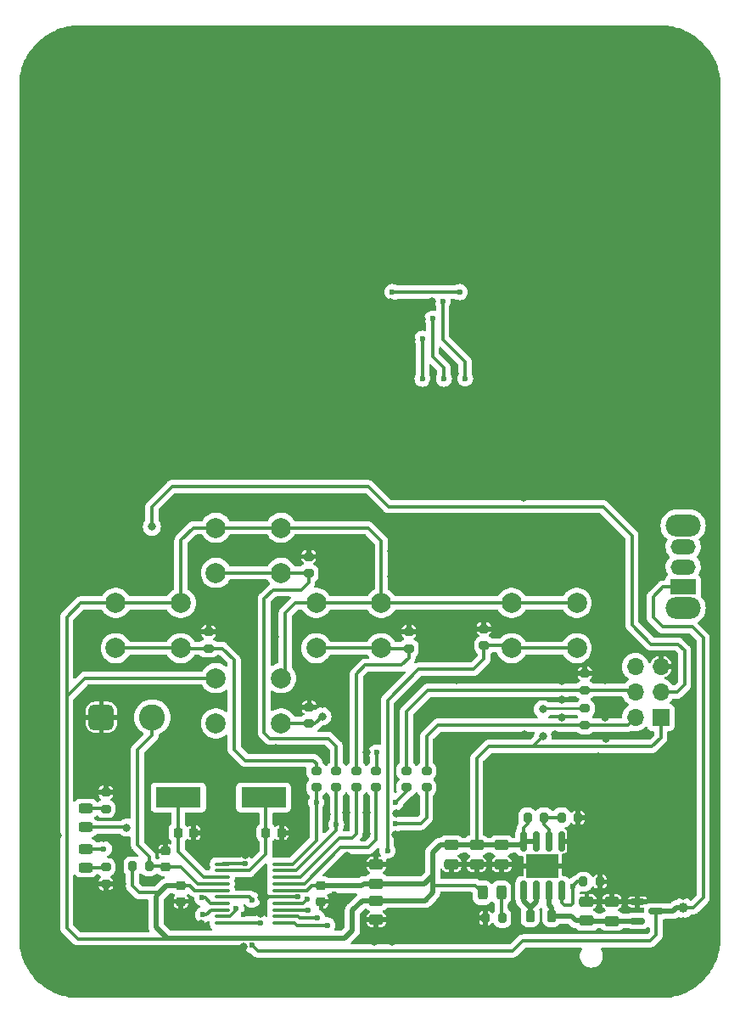
<source format=gbr>
%TF.GenerationSoftware,KiCad,Pcbnew,7.0.8*%
%TF.CreationDate,2024-02-20T10:29:54+01:00*%
%TF.ProjectId,stopwatchy,73746f70-7761-4746-9368-792e6b696361,rev?*%
%TF.SameCoordinates,Original*%
%TF.FileFunction,Copper,L1,Top*%
%TF.FilePolarity,Positive*%
%FSLAX46Y46*%
G04 Gerber Fmt 4.6, Leading zero omitted, Abs format (unit mm)*
G04 Created by KiCad (PCBNEW 7.0.8) date 2024-02-20 10:29:54*
%MOMM*%
%LPD*%
G01*
G04 APERTURE LIST*
G04 Aperture macros list*
%AMRoundRect*
0 Rectangle with rounded corners*
0 $1 Rounding radius*
0 $2 $3 $4 $5 $6 $7 $8 $9 X,Y pos of 4 corners*
0 Add a 4 corners polygon primitive as box body*
4,1,4,$2,$3,$4,$5,$6,$7,$8,$9,$2,$3,0*
0 Add four circle primitives for the rounded corners*
1,1,$1+$1,$2,$3*
1,1,$1+$1,$4,$5*
1,1,$1+$1,$6,$7*
1,1,$1+$1,$8,$9*
0 Add four rect primitives between the rounded corners*
20,1,$1+$1,$2,$3,$4,$5,0*
20,1,$1+$1,$4,$5,$6,$7,0*
20,1,$1+$1,$6,$7,$8,$9,0*
20,1,$1+$1,$8,$9,$2,$3,0*%
G04 Aperture macros list end*
%TA.AperFunction,SMDPad,CuDef*%
%ADD10RoundRect,0.225000X-0.225000X-0.250000X0.225000X-0.250000X0.225000X0.250000X-0.225000X0.250000X0*%
%TD*%
%TA.AperFunction,SMDPad,CuDef*%
%ADD11RoundRect,0.200000X-0.200000X-0.275000X0.200000X-0.275000X0.200000X0.275000X-0.200000X0.275000X0*%
%TD*%
%TA.AperFunction,SMDPad,CuDef*%
%ADD12RoundRect,0.218750X0.218750X0.381250X-0.218750X0.381250X-0.218750X-0.381250X0.218750X-0.381250X0*%
%TD*%
%TA.AperFunction,SMDPad,CuDef*%
%ADD13RoundRect,0.150000X0.150000X-0.825000X0.150000X0.825000X-0.150000X0.825000X-0.150000X-0.825000X0*%
%TD*%
%TA.AperFunction,SMDPad,CuDef*%
%ADD14R,3.300000X2.410000*%
%TD*%
%TA.AperFunction,SMDPad,CuDef*%
%ADD15RoundRect,0.243750X-0.456250X0.243750X-0.456250X-0.243750X0.456250X-0.243750X0.456250X0.243750X0*%
%TD*%
%TA.AperFunction,SMDPad,CuDef*%
%ADD16RoundRect,0.200000X0.275000X-0.200000X0.275000X0.200000X-0.275000X0.200000X-0.275000X-0.200000X0*%
%TD*%
%TA.AperFunction,SMDPad,CuDef*%
%ADD17RoundRect,0.200000X0.200000X0.275000X-0.200000X0.275000X-0.200000X-0.275000X0.200000X-0.275000X0*%
%TD*%
%TA.AperFunction,ComponentPad*%
%ADD18C,2.000000*%
%TD*%
%TA.AperFunction,SMDPad,CuDef*%
%ADD19RoundRect,0.250000X-0.475000X0.250000X-0.475000X-0.250000X0.475000X-0.250000X0.475000X0.250000X0*%
%TD*%
%TA.AperFunction,SMDPad,CuDef*%
%ADD20RoundRect,0.250000X0.475000X-0.250000X0.475000X0.250000X-0.475000X0.250000X-0.475000X-0.250000X0*%
%TD*%
%TA.AperFunction,SMDPad,CuDef*%
%ADD21RoundRect,0.225000X0.250000X-0.225000X0.250000X0.225000X-0.250000X0.225000X-0.250000X-0.225000X0*%
%TD*%
%TA.AperFunction,SMDPad,CuDef*%
%ADD22RoundRect,0.225000X-0.250000X0.225000X-0.250000X-0.225000X0.250000X-0.225000X0.250000X0.225000X0*%
%TD*%
%TA.AperFunction,SMDPad,CuDef*%
%ADD23RoundRect,0.243750X0.243750X0.456250X-0.243750X0.456250X-0.243750X-0.456250X0.243750X-0.456250X0*%
%TD*%
%TA.AperFunction,SMDPad,CuDef*%
%ADD24RoundRect,0.150000X-0.587500X-0.150000X0.587500X-0.150000X0.587500X0.150000X-0.587500X0.150000X0*%
%TD*%
%TA.AperFunction,ComponentPad*%
%ADD25R,1.700000X1.700000*%
%TD*%
%TA.AperFunction,ComponentPad*%
%ADD26O,1.700000X1.700000*%
%TD*%
%TA.AperFunction,SMDPad,CuDef*%
%ADD27RoundRect,0.200000X-0.275000X0.200000X-0.275000X-0.200000X0.275000X-0.200000X0.275000X0.200000X0*%
%TD*%
%TA.AperFunction,ComponentPad*%
%ADD28RoundRect,0.650000X-0.650000X-0.650000X0.650000X-0.650000X0.650000X0.650000X-0.650000X0.650000X0*%
%TD*%
%TA.AperFunction,ComponentPad*%
%ADD29C,2.600000*%
%TD*%
%TA.AperFunction,ComponentPad*%
%ADD30O,3.500000X2.200000*%
%TD*%
%TA.AperFunction,ComponentPad*%
%ADD31R,2.500000X1.500000*%
%TD*%
%TA.AperFunction,ComponentPad*%
%ADD32O,2.500000X1.500000*%
%TD*%
%TA.AperFunction,SMDPad,CuDef*%
%ADD33R,4.500000X2.000000*%
%TD*%
%TA.AperFunction,SMDPad,CuDef*%
%ADD34RoundRect,0.243750X0.456250X-0.243750X0.456250X0.243750X-0.456250X0.243750X-0.456250X-0.243750X0*%
%TD*%
%TA.AperFunction,SMDPad,CuDef*%
%ADD35RoundRect,0.100000X-0.637500X-0.100000X0.637500X-0.100000X0.637500X0.100000X-0.637500X0.100000X0*%
%TD*%
%TA.AperFunction,ViaPad*%
%ADD36C,1.000000*%
%TD*%
%TA.AperFunction,ViaPad*%
%ADD37C,0.600000*%
%TD*%
%TA.AperFunction,ViaPad*%
%ADD38C,0.800000*%
%TD*%
%TA.AperFunction,Conductor*%
%ADD39C,0.300000*%
%TD*%
%TA.AperFunction,Conductor*%
%ADD40C,0.500000*%
%TD*%
%TA.AperFunction,Conductor*%
%ADD41C,0.250000*%
%TD*%
G04 APERTURE END LIST*
D10*
%TO.P,C11,1*%
%TO.N,Net-(U2-PF0)*%
X129375000Y-104500000D03*
%TO.P,C11,2*%
%TO.N,GND*%
X130925000Y-104500000D03*
%TD*%
D11*
%TO.P,R3,1*%
%TO.N,+3V3*%
X155475000Y-103000000D03*
%TO.P,R3,2*%
%TO.N,Net-(U1-FB)*%
X157125000Y-103000000D03*
%TD*%
%TO.P,R1,1*%
%TO.N,+3V3*%
X116062500Y-107850000D03*
%TO.P,R1,2*%
%TO.N,RST*%
X117712500Y-107850000D03*
%TD*%
D12*
%TO.P,L1,1*%
%TO.N,Net-(Q1-S)*%
X157862500Y-112800000D03*
%TO.P,L1,2*%
%TO.N,Net-(L1-Pad2)*%
X155737500Y-112800000D03*
%TD*%
D13*
%TO.P,U1,1,LX*%
%TO.N,Net-(L1-Pad2)*%
X155077500Y-110300000D03*
%TO.P,U1,2,LX*%
X156347500Y-110300000D03*
%TO.P,U1,3,VIN*%
%TO.N,Net-(Q1-S)*%
X157617500Y-110300000D03*
%TO.P,U1,4,EN*%
%TO.N,Net-(SW2-B)*%
X158887500Y-110300000D03*
%TO.P,U1,5,GND*%
%TO.N,GND*%
X158887500Y-105350000D03*
%TO.P,U1,6,FB*%
%TO.N,Net-(U1-FB)*%
X157617500Y-105350000D03*
%TO.P,U1,7,VOUT*%
%TO.N,+3V3*%
X156347500Y-105350000D03*
%TO.P,U1,8,VOUT*%
X155077500Y-105350000D03*
D14*
%TO.P,U1,9,PAD*%
%TO.N,GND*%
X156982500Y-107825000D03*
%TD*%
D15*
%TO.P,D2,1,K*%
%TO.N,Net-(D2-K)*%
X111387500Y-102100000D03*
%TO.P,D2,2,A*%
%TO.N,Net-(D2-A)*%
X111387500Y-103975000D03*
%TD*%
D16*
%TO.P,R8,1*%
%TO.N,Net-(U2-PA10{slash}PA12)*%
X138387500Y-100000000D03*
%TO.P,R8,2*%
%TO.N,BTN_3*%
X138387500Y-98350000D03*
%TD*%
D17*
%TO.P,R21,1*%
%TO.N,Net-(D3-K)*%
X152949262Y-112999195D03*
%TO.P,R21,2*%
%TO.N,GND*%
X151299262Y-112999195D03*
%TD*%
D16*
%TO.P,R13,1*%
%TO.N,BTN_1*%
X123637500Y-86125000D03*
%TO.P,R13,2*%
%TO.N,GND*%
X123637500Y-84475000D03*
%TD*%
D18*
%TO.P,SW5,1,1*%
%TO.N,BTN_1*%
X120887500Y-86100000D03*
X114387500Y-86100000D03*
%TO.P,SW5,2,2*%
%TO.N,+3V3*%
X120887500Y-81600000D03*
X114387500Y-81600000D03*
%TD*%
D19*
%TO.P,C4,1*%
%TO.N,+3V3*%
X140387500Y-111275002D03*
%TO.P,C4,2*%
%TO.N,GND*%
X140387500Y-113175002D03*
%TD*%
D11*
%TO.P,R9,1*%
%TO.N,Net-(SW2-B)*%
X161050000Y-109400000D03*
%TO.P,R9,2*%
%TO.N,GND*%
X162700000Y-109400000D03*
%TD*%
D20*
%TO.P,C6,1*%
%TO.N,Net-(Q1-S)*%
X163887500Y-113300000D03*
%TO.P,C6,2*%
%TO.N,GND*%
X163887500Y-111400000D03*
%TD*%
D21*
%TO.P,C5,1*%
%TO.N,RST*%
X119387500Y-107900000D03*
%TO.P,C5,2*%
%TO.N,GND*%
X119387500Y-106350000D03*
%TD*%
D18*
%TO.P,SW3,1,1*%
%TO.N,+3V3*%
X153887500Y-81600000D03*
X160387500Y-81600000D03*
%TO.P,SW3,2,2*%
%TO.N,Net-(U2-PB8)*%
X153887500Y-86100000D03*
X160387500Y-86100000D03*
%TD*%
D22*
%TO.P,C3,1*%
%TO.N,+3V3*%
X120887500Y-109800000D03*
%TO.P,C3,2*%
%TO.N,GND*%
X120887500Y-111350000D03*
%TD*%
D19*
%TO.P,C9,1*%
%TO.N,+3V3*%
X150387500Y-105749998D03*
%TO.P,C9,2*%
%TO.N,GND*%
X150387500Y-107649998D03*
%TD*%
D16*
%TO.P,R7,1*%
%TO.N,Net-(U2-PA13)*%
X136387500Y-100000000D03*
%TO.P,R7,2*%
%TO.N,BTN_2*%
X136387500Y-98350000D03*
%TD*%
%TO.P,R12,1*%
%TO.N,BTN_3*%
X143637500Y-86125000D03*
%TO.P,R12,2*%
%TO.N,GND*%
X143637500Y-84475000D03*
%TD*%
D23*
%TO.P,D3,1,K*%
%TO.N,Net-(D3-K)*%
X152852500Y-110500000D03*
%TO.P,D3,2,A*%
%TO.N,+3V3*%
X150977500Y-110500000D03*
%TD*%
D18*
%TO.P,SW7,1,1*%
%TO.N,BTN_4*%
X130887500Y-93600000D03*
X124387500Y-93600000D03*
%TO.P,SW7,2,2*%
%TO.N,+3V3*%
X130887500Y-89100000D03*
X124387500Y-89100000D03*
%TD*%
D24*
%TO.P,Q1,1,G*%
%TO.N,GND*%
X166450000Y-111400000D03*
%TO.P,Q1,2,S*%
%TO.N,Net-(Q1-S)*%
X166450000Y-113300000D03*
%TO.P,Q1,3,D*%
%TO.N,ADC_IN0*%
X168325000Y-112350000D03*
%TD*%
D25*
%TO.P,J4,1,Pin_1*%
%TO.N,+3V3*%
X168775001Y-93025000D03*
D26*
%TO.P,J4,2,Pin_2*%
%TO.N,SWDIO*%
X166235001Y-93025000D03*
%TO.P,J4,3,Pin_3*%
%TO.N,RST*%
X168775001Y-90485000D03*
%TO.P,J4,4,Pin_4*%
%TO.N,SWCLK*%
X166235001Y-90485000D03*
%TO.P,J4,5,Pin_5*%
%TO.N,GND*%
X168775001Y-87945000D03*
%TO.P,J4,6*%
%TO.N,N/C*%
X166235001Y-87945000D03*
%TD*%
D11*
%TO.P,R5,1*%
%TO.N,Net-(U1-FB)*%
X158875000Y-103000000D03*
%TO.P,R5,2*%
%TO.N,GND*%
X160525000Y-103000000D03*
%TD*%
D16*
%TO.P,R16,1*%
%TO.N,BTN_4*%
X133700000Y-93625000D03*
%TO.P,R16,2*%
%TO.N,GND*%
X133700000Y-91975000D03*
%TD*%
D27*
%TO.P,R20,1*%
%TO.N,GND*%
X161200000Y-88625000D03*
%TO.P,R20,2*%
%TO.N,SWCLK*%
X161200000Y-90275000D03*
%TD*%
D18*
%TO.P,SW4,1,1*%
%TO.N,BTN_3*%
X140887500Y-86100000D03*
X134387500Y-86100000D03*
%TO.P,SW4,2,2*%
%TO.N,+3V3*%
X140887500Y-81600000D03*
X134387500Y-81600000D03*
%TD*%
D28*
%TO.P,J2,1,Pin_1*%
%TO.N,GND*%
X112960000Y-93000000D03*
D29*
%TO.P,J2,2,Pin_2*%
%TO.N,RST*%
X118040000Y-93000000D03*
%TD*%
D16*
%TO.P,R11,1*%
%TO.N,Net-(U2-PB8)*%
X151137500Y-85825000D03*
%TO.P,R11,2*%
%TO.N,GND*%
X151137500Y-84175000D03*
%TD*%
D20*
%TO.P,C1,1*%
%TO.N,+3V3*%
X140387500Y-109575000D03*
%TO.P,C1,2*%
%TO.N,GND*%
X140387500Y-107675000D03*
%TD*%
D30*
%TO.P,SW2,*%
%TO.N,*%
X171000000Y-82100000D03*
X171000000Y-73900000D03*
D31*
%TO.P,SW2,1,A*%
%TO.N,ADC_IN0*%
X171000000Y-80000000D03*
D32*
%TO.P,SW2,2,B*%
%TO.N,Net-(SW2-B)*%
X171000000Y-78000000D03*
%TO.P,SW2,3*%
%TO.N,N/C*%
X171000000Y-76000000D03*
%TD*%
D16*
%TO.P,R17,1*%
%TO.N,Net-(U2-PA14)*%
X143387500Y-100000000D03*
%TO.P,R17,2*%
%TO.N,SWCLK*%
X143387500Y-98350000D03*
%TD*%
%TO.P,R15,1*%
%TO.N,BTN_2*%
X133637500Y-78625000D03*
%TO.P,R15,2*%
%TO.N,GND*%
X133637500Y-76975000D03*
%TD*%
D10*
%TO.P,C12,1*%
%TO.N,Net-(U2-PF1)*%
X120612500Y-104500000D03*
%TO.P,C12,2*%
%TO.N,GND*%
X122162500Y-104500000D03*
%TD*%
D33*
%TO.P,Y1,1,1*%
%TO.N,Net-(U2-PF1)*%
X120637500Y-101000000D03*
%TO.P,Y1,2,2*%
%TO.N,Net-(U2-PF0)*%
X129137500Y-101000000D03*
%TD*%
D19*
%TO.P,C10,1*%
%TO.N,+3V3*%
X147887500Y-105749998D03*
%TO.P,C10,2*%
%TO.N,GND*%
X147887500Y-107649998D03*
%TD*%
D22*
%TO.P,C2,1*%
%TO.N,+3V3*%
X134887500Y-109800000D03*
%TO.P,C2,2*%
%TO.N,GND*%
X134887500Y-111350000D03*
%TD*%
D16*
%TO.P,R19,1*%
%TO.N,SWDIO*%
X161200000Y-93775000D03*
%TO.P,R19,2*%
%TO.N,+3V3*%
X161200000Y-92125000D03*
%TD*%
D20*
%TO.P,C7,1*%
%TO.N,Net-(Q1-S)*%
X161387500Y-113292988D03*
%TO.P,C7,2*%
%TO.N,GND*%
X161387500Y-111392988D03*
%TD*%
D16*
%TO.P,R10,1*%
%TO.N,Net-(U2-PA9{slash}PA11)*%
X140387500Y-100000000D03*
%TO.P,R10,2*%
%TO.N,BTN_4*%
X140387500Y-98350000D03*
%TD*%
%TO.P,R18,1*%
%TO.N,Net-(U2-PA13)*%
X145387500Y-100000000D03*
%TO.P,R18,2*%
%TO.N,SWDIO*%
X145387500Y-98350000D03*
%TD*%
D34*
%TO.P,D1,1,K*%
%TO.N,Net-(D1-K)*%
X111387500Y-107974999D03*
%TO.P,D1,2,A*%
%TO.N,Net-(D1-A)*%
X111387500Y-106099999D03*
%TD*%
D16*
%TO.P,R6,1*%
%TO.N,Net-(U2-PA14)*%
X134387500Y-100000000D03*
%TO.P,R6,2*%
%TO.N,BTN_1*%
X134387500Y-98350000D03*
%TD*%
%TO.P,R4,1*%
%TO.N,Net-(D2-K)*%
X113387500Y-102125000D03*
%TO.P,R4,2*%
%TO.N,GND*%
X113387500Y-100475000D03*
%TD*%
D27*
%TO.P,R2,1*%
%TO.N,Net-(D1-K)*%
X113387500Y-107950000D03*
%TO.P,R2,2*%
%TO.N,GND*%
X113387500Y-109600000D03*
%TD*%
D19*
%TO.P,C8,1*%
%TO.N,+3V3*%
X152887500Y-105750000D03*
%TO.P,C8,2*%
%TO.N,GND*%
X152887500Y-107650000D03*
%TD*%
D35*
%TO.P,U2,1,PB8*%
%TO.N,Net-(U2-PB8)*%
X125025000Y-107650000D03*
%TO.P,U2,2,RCC_OSC_IN*%
%TO.N,Net-(U2-PF0)*%
X125025000Y-108300000D03*
%TO.P,U2,3,RCC_OSC_OUT*%
%TO.N,Net-(U2-PF1)*%
X125025000Y-108950000D03*
%TO.P,U2,4,NRST*%
%TO.N,RST*%
X125025000Y-109600000D03*
%TO.P,U2,5,VDDA*%
%TO.N,+3V3*%
X125025000Y-110250000D03*
%TO.P,U2,6,ADC_IN0*%
%TO.N,ADC_IN0*%
X125025000Y-110900000D03*
%TO.P,U2,7,PA1*%
%TO.N,Net-(D2-A)*%
X125025000Y-111550000D03*
%TO.P,U2,8,PA2*%
%TO.N,Net-(D1-A)*%
X125025000Y-112200000D03*
%TO.P,U2,9,PA3*%
%TO.N,~{D{slash}C}*%
X125025000Y-112850000D03*
%TO.P,U2,10,SPI1_NSS*%
%TO.N,SPI1_NSS*%
X125025000Y-113500000D03*
%TO.P,U2,11,SPI1_SCK*%
%TO.N,SPI1_SCK*%
X130750000Y-113500000D03*
%TO.P,U2,12,SPI1_MISO*%
%TO.N,SPI1_MISO*%
X130750000Y-112850000D03*
%TO.P,U2,13,SPI1_MOSI*%
%TO.N,SPI1_MOSI*%
X130750000Y-112200000D03*
%TO.P,U2,14,PB1*%
%TO.N,~{RES}*%
X130750000Y-111550000D03*
%TO.P,U2,15,VSSA*%
%TO.N,GND*%
X130750000Y-110900000D03*
%TO.P,U2,16,VDD*%
%TO.N,+3V3*%
X130750000Y-110250000D03*
%TO.P,U2,17,PA9/PA11*%
%TO.N,Net-(U2-PA9{slash}PA11)*%
X130750000Y-109600000D03*
%TO.P,U2,18,PA10/PA12*%
%TO.N,Net-(U2-PA10{slash}PA12)*%
X130750000Y-108950000D03*
%TO.P,U2,19,SYS_SWDIO*%
%TO.N,Net-(U2-PA13)*%
X130750000Y-108300000D03*
%TO.P,U2,20,SYS_SWCLK*%
%TO.N,Net-(U2-PA14)*%
X130750000Y-107650000D03*
%TD*%
D18*
%TO.P,SW6,1,1*%
%TO.N,BTN_2*%
X130887500Y-78600000D03*
X124387500Y-78600000D03*
%TO.P,SW6,2,2*%
%TO.N,+3V3*%
X130887500Y-74100000D03*
X124387500Y-74100000D03*
%TD*%
D36*
%TO.N,ADC_IN0*%
X171000000Y-112000000D03*
D37*
X128000000Y-111200000D03*
X128000000Y-115749500D03*
D38*
%TO.N,GND*%
X108500000Y-43100000D03*
X107600000Y-83200000D03*
X155200000Y-89200000D03*
D37*
X127100000Y-112700000D03*
D38*
X153400000Y-51800000D03*
X148600000Y-69400000D03*
X142000000Y-115400000D03*
X143790812Y-49009188D03*
X130000000Y-117500000D03*
X167800000Y-97000000D03*
X134000000Y-89500000D03*
X167600000Y-107200000D03*
X161000000Y-76400000D03*
X139400000Y-102500000D03*
X140100000Y-92400000D03*
X123600000Y-82700000D03*
X121200000Y-72000000D03*
X130400000Y-96100000D03*
X164800000Y-77200000D03*
X168100000Y-58100000D03*
X158900000Y-91200000D03*
X119250000Y-105250000D03*
X171000000Y-110800000D03*
X115000000Y-109600000D03*
X164500000Y-68100000D03*
X157000000Y-117500000D03*
X139800000Y-53100000D03*
X140200000Y-115400000D03*
X142300000Y-104700000D03*
X130800000Y-81300000D03*
X148400000Y-89300000D03*
X148600000Y-66400000D03*
X141800000Y-51600000D03*
X108500000Y-67600000D03*
X158900000Y-89400000D03*
X142000000Y-117500000D03*
X107600000Y-96600000D03*
X143900000Y-55300000D03*
X130300000Y-85000000D03*
X157300000Y-38600000D03*
X161700000Y-38600000D03*
X168300000Y-38600000D03*
X121800000Y-96800000D03*
X148600000Y-101200000D03*
X153400000Y-53600000D03*
X148189613Y-58700000D03*
X156300000Y-69100000D03*
X113200000Y-105000000D03*
X115000000Y-113800000D03*
X141900000Y-79000000D03*
X153400000Y-55400000D03*
X150650610Y-61507969D03*
X148400000Y-92000000D03*
X108600000Y-78600000D03*
X115400000Y-98800000D03*
X158900000Y-93000000D03*
X158200000Y-73600000D03*
X163900000Y-35800000D03*
X109000000Y-117500000D03*
X144900000Y-53300000D03*
X145000000Y-117500000D03*
X155200000Y-94700000D03*
X127700000Y-95400000D03*
X108600000Y-104800000D03*
X149800000Y-84000000D03*
X149500000Y-46400000D03*
X135000000Y-91700000D03*
X152400001Y-98800000D03*
X115000000Y-111600000D03*
X165400000Y-107200000D03*
X169800000Y-107200000D03*
X159194740Y-68081141D03*
X124887500Y-101000000D03*
X151800000Y-79000000D03*
X143900000Y-58600000D03*
X166100000Y-35800000D03*
X139700000Y-61100000D03*
X115000000Y-100475000D03*
X171800000Y-52100000D03*
X127600000Y-67800000D03*
X171800000Y-60000000D03*
X148400000Y-85800000D03*
X164800000Y-79800000D03*
X172000000Y-35800000D03*
X108500000Y-59100000D03*
X108600000Y-76000000D03*
X141900000Y-69600000D03*
X111900000Y-43100000D03*
X163200000Y-87500000D03*
X112000000Y-73200000D03*
X167000000Y-68100000D03*
X148600000Y-73600000D03*
X163900000Y-38600000D03*
X136000000Y-117500000D03*
X117100000Y-111600000D03*
X171700000Y-65500000D03*
X155000000Y-79000000D03*
X111900000Y-59100000D03*
X171000000Y-113300000D03*
X108500000Y-56500000D03*
X137500000Y-108500000D03*
X142339858Y-102545144D03*
X139400000Y-96500000D03*
X112000000Y-117500000D03*
X148600000Y-96600000D03*
X111900000Y-62200000D03*
X134400000Y-67800000D03*
X171700000Y-62700000D03*
X146053798Y-59700000D03*
X124400000Y-96800000D03*
X124000000Y-117500000D03*
X119000000Y-96800000D03*
X170300000Y-96900000D03*
X107600000Y-91400000D03*
X139000000Y-117500000D03*
X137500000Y-106800000D03*
X115200000Y-76000000D03*
X111900000Y-65000000D03*
X108500000Y-45700000D03*
X150900000Y-51800000D03*
X142200000Y-59300000D03*
D37*
X136200000Y-110650500D03*
D38*
X117600000Y-67800000D03*
X164800000Y-82800000D03*
X155100000Y-71100000D03*
X150900000Y-53700000D03*
X168100000Y-43600000D03*
X137400000Y-102500000D03*
X168300000Y-35800000D03*
X107600000Y-88600000D03*
X148000000Y-117500000D03*
X108500000Y-65000000D03*
X128800000Y-112600000D03*
X150300000Y-59700000D03*
X127637500Y-91350000D03*
X108500000Y-48500000D03*
X171900000Y-41300000D03*
X122100000Y-111900000D03*
X145900000Y-114300000D03*
X151000000Y-117500000D03*
X121000000Y-113800000D03*
X119600000Y-74000000D03*
X150900000Y-50100000D03*
X138300000Y-67800000D03*
X151800000Y-76400000D03*
X158200000Y-94700000D03*
X127000000Y-117500000D03*
X132800000Y-105200000D03*
X131900000Y-98400000D03*
X118000000Y-117500000D03*
X149500000Y-48400000D03*
X140100000Y-89500000D03*
X139400000Y-104600000D03*
X141900000Y-76400000D03*
X155200000Y-92200000D03*
X148600000Y-63700000D03*
X108500000Y-70500000D03*
X115000000Y-105200000D03*
X112000000Y-78600000D03*
X155200000Y-46400000D03*
X150800000Y-57500000D03*
X123250000Y-104500000D03*
X163200000Y-89300000D03*
X108500000Y-62200000D03*
X162500000Y-96900000D03*
X171800000Y-49300000D03*
X127300000Y-106700000D03*
X127600000Y-85000000D03*
X163200000Y-93000000D03*
X127600000Y-81300000D03*
X108500000Y-40500000D03*
X161000000Y-79000000D03*
X122900000Y-113600000D03*
X119400000Y-76800000D03*
X171900000Y-43800000D03*
X145700000Y-47100000D03*
X115400000Y-96800000D03*
X161000000Y-73600000D03*
X171700000Y-68100000D03*
X159500000Y-38600000D03*
X108500000Y-53700000D03*
X171800000Y-57200000D03*
X165200000Y-85200000D03*
X159400000Y-98800000D03*
X171900000Y-46600000D03*
X115800000Y-70000000D03*
X111900000Y-45700000D03*
X111900000Y-51100000D03*
X171700000Y-70800000D03*
X119600000Y-111500000D03*
X120800000Y-67800000D03*
X145900000Y-51500000D03*
X163200000Y-107200000D03*
X148600000Y-79000000D03*
X150900000Y-55400000D03*
X127300000Y-109500000D03*
X131200000Y-67800000D03*
X155200000Y-48400000D03*
X138300000Y-72200000D03*
X118100000Y-109400000D03*
X148600000Y-103600000D03*
X134400000Y-72200000D03*
X151900000Y-92100000D03*
X158900000Y-87600000D03*
X167600000Y-47700000D03*
X148000000Y-115000000D03*
X117200000Y-113800000D03*
X171800000Y-54700000D03*
X148600000Y-99000000D03*
X163300000Y-95100000D03*
X155000000Y-73600000D03*
X134800000Y-96200000D03*
X161700000Y-35800000D03*
X111900000Y-48500000D03*
X108600000Y-73200000D03*
X152200000Y-46400000D03*
X160700000Y-104100000D03*
X150000000Y-113000000D03*
X151000000Y-115000000D03*
X154800000Y-98800000D03*
X115200000Y-73200000D03*
X115400000Y-102200000D03*
X112000000Y-70300000D03*
X107600000Y-94000000D03*
X121000000Y-117500000D03*
X172000000Y-38600000D03*
X141900000Y-73600000D03*
X112000000Y-76000000D03*
X151800000Y-73600000D03*
D37*
X162900000Y-61200000D03*
D38*
X157000000Y-98800000D03*
X133000000Y-117500000D03*
X115000000Y-117500000D03*
X168100000Y-50800000D03*
X157300000Y-35800000D03*
X154000000Y-117500000D03*
X137000000Y-94200000D03*
X108500000Y-51100000D03*
X139700000Y-55400000D03*
X107600000Y-86000000D03*
X114900000Y-107000000D03*
X163600000Y-74800000D03*
X162083384Y-68081141D03*
X167600000Y-73800000D03*
X155000000Y-76400000D03*
X163200000Y-91300000D03*
X124400000Y-67800000D03*
X148600000Y-76400000D03*
X152200000Y-48400000D03*
X111900000Y-37700000D03*
X152600000Y-89200000D03*
X153400000Y-50100000D03*
X159500000Y-35800000D03*
X166500000Y-117500000D03*
X139700000Y-58100000D03*
X111900000Y-56500000D03*
X158200000Y-76400000D03*
X111900000Y-67600000D03*
D37*
X167700000Y-60600000D03*
D38*
X108500000Y-37700000D03*
X111900000Y-40500000D03*
X128900000Y-111000000D03*
D37*
X132600000Y-110900500D03*
D38*
X127100000Y-115900000D03*
X166100000Y-38600000D03*
X115200000Y-78600000D03*
X166200000Y-72200000D03*
X141900000Y-66200000D03*
X137000000Y-89500000D03*
X141900000Y-107800000D03*
X135400000Y-102700000D03*
X111900000Y-53700000D03*
%TO.N,+3V3*%
X157000000Y-92200000D03*
X157000000Y-94900000D03*
%TO.N,RST*%
X118000000Y-74000000D03*
D37*
%TO.N,Net-(D1-A)*%
X123100000Y-112700000D03*
X113200000Y-106100000D03*
%TO.N,Net-(D2-A)*%
X123000000Y-111000000D03*
D38*
X115500000Y-104000000D03*
D37*
%TO.N,Net-(U2-PA13)*%
X136387500Y-103700000D03*
X142300000Y-103600000D03*
%TO.N,Net-(SW2-B)*%
X160000000Y-109825000D03*
%TO.N,Net-(U2-PA14)*%
X142300000Y-101500000D03*
X134387500Y-101500000D03*
%TO.N,BTN_4*%
X140400000Y-96500000D03*
D38*
X135000000Y-92900000D03*
D37*
%TO.N,Net-(U2-PB8)*%
X141500000Y-106300000D03*
X127300000Y-107600000D03*
%TO.N,SPI1_NSS*%
X149247542Y-59221634D03*
X128800000Y-113500000D03*
X147000000Y-51500000D03*
%TO.N,SPI1_SCK*%
X146000000Y-53250000D03*
X135500000Y-113750000D03*
X147125907Y-59243269D03*
%TO.N,SPI1_MISO*%
X145000000Y-55250000D03*
X134500000Y-113000000D03*
X145000000Y-59250000D03*
%TO.N,SPI1_MOSI*%
X133600000Y-112250000D03*
%TO.N,~{D{slash}C}*%
X126400000Y-112100000D03*
X142000000Y-50600000D03*
X148700000Y-50600000D03*
%TO.N,~{RES}*%
X133500000Y-111100000D03*
%TD*%
D39*
%TO.N,ADC_IN0*%
X168325000Y-114675000D02*
X168325000Y-112350000D01*
D40*
X168325000Y-112350000D02*
X169985821Y-112350000D01*
D39*
X171000000Y-80000000D02*
X169000000Y-80000000D01*
D40*
X169985821Y-112350000D02*
X170335821Y-112000000D01*
D39*
X128000000Y-111200000D02*
X127700000Y-110900000D01*
X173000000Y-111000000D02*
X172000000Y-112000000D01*
X127700000Y-110900000D02*
X125025000Y-110900000D01*
X169000000Y-84000000D02*
X171900000Y-84000000D01*
X154000000Y-116300000D02*
X155000000Y-115300000D01*
X173000000Y-85100000D02*
X173000000Y-111000000D01*
X167700000Y-115300000D02*
X168325000Y-114675000D01*
X155000000Y-115300000D02*
X167700000Y-115300000D01*
D40*
X171000000Y-112000000D02*
X170335821Y-112000000D01*
D39*
X172000000Y-112000000D02*
X171000000Y-112000000D01*
X169000000Y-80000000D02*
X168000000Y-81000000D01*
X128550500Y-116300000D02*
X154000000Y-116300000D01*
X128000000Y-115749500D02*
X128550500Y-116300000D01*
X171900000Y-84000000D02*
X173000000Y-85100000D01*
X168000000Y-83000000D02*
X169000000Y-84000000D01*
X168000000Y-81000000D02*
X168000000Y-83000000D01*
%TO.N,GND*%
X149975000Y-84175000D02*
X149800000Y-84000000D01*
D40*
X161000000Y-105700000D02*
X160650000Y-105350000D01*
D39*
X151137500Y-84175000D02*
X149975000Y-84175000D01*
D40*
X140387500Y-113175002D02*
X140387500Y-115212500D01*
X161000000Y-106509999D02*
X161000000Y-105700000D01*
D39*
X130750000Y-110900000D02*
X132599500Y-110900000D01*
X150000805Y-112999195D02*
X150000000Y-113000000D01*
X128900000Y-111000000D02*
X129150000Y-110900000D01*
X129150000Y-110900000D02*
X130750000Y-110900000D01*
D41*
X134887500Y-111350000D02*
X135500500Y-111350000D01*
D39*
X115000000Y-109600000D02*
X113387500Y-109600000D01*
D40*
X140387500Y-115212500D02*
X140200000Y-115400000D01*
D39*
X160700000Y-104100000D02*
X160525000Y-103925000D01*
X151299262Y-112999195D02*
X150000805Y-112999195D01*
D40*
X160650000Y-105350000D02*
X158887500Y-105350000D01*
X161000000Y-107500000D02*
X160675000Y-107825000D01*
D39*
X119750000Y-111350000D02*
X119600000Y-111500000D01*
D40*
X140387500Y-107675000D02*
X141775000Y-107675000D01*
D41*
X135500500Y-111350000D02*
X136200000Y-110650500D01*
D39*
X119387500Y-105387500D02*
X119250000Y-105250000D01*
D40*
X141775000Y-107675000D02*
X141900000Y-107800000D01*
X161000000Y-106509999D02*
X161000000Y-107500000D01*
D39*
X119387500Y-106350000D02*
X119387500Y-105387500D01*
X115000000Y-100475000D02*
X113387500Y-100475000D01*
X160525000Y-103925000D02*
X160525000Y-103000000D01*
X120887500Y-111350000D02*
X119750000Y-111350000D01*
X122162500Y-104500000D02*
X123250000Y-104500000D01*
D40*
X160675000Y-107825000D02*
X156982500Y-107825000D01*
D39*
X132599500Y-110900000D02*
X132600000Y-110900500D01*
%TO.N,+3V3*%
X150387500Y-105749998D02*
X150387500Y-97112500D01*
X121800000Y-109800000D02*
X120887500Y-109800000D01*
D40*
X154677501Y-105749999D02*
X155077500Y-105350000D01*
D39*
X109500000Y-114000000D02*
X109500000Y-91000000D01*
D40*
X145175000Y-109575000D02*
X140387500Y-109575000D01*
D39*
X150387500Y-97112500D02*
X151600000Y-95900000D01*
D40*
X152887500Y-105749999D02*
X150387500Y-105749999D01*
D39*
X116062500Y-107850000D02*
X116062500Y-109812500D01*
X155450000Y-95900000D02*
X156000000Y-95900000D01*
X130887500Y-74100000D02*
X139550000Y-74100000D01*
X110600000Y-115100000D02*
X109500000Y-114000000D01*
D40*
X118400000Y-110850000D02*
X118750000Y-110500000D01*
D39*
X114387500Y-81600000D02*
X120887500Y-81600000D01*
X133950000Y-109800000D02*
X134887500Y-109800000D01*
D40*
X118750000Y-110500000D02*
X119450000Y-109800000D01*
X138974998Y-111275002D02*
X138000000Y-112250000D01*
X147887500Y-105749999D02*
X146750001Y-105749999D01*
D39*
X109500000Y-83000000D02*
X110900000Y-81600000D01*
X133500000Y-110250000D02*
X133950000Y-109800000D01*
X122150000Y-74100000D02*
X124387500Y-74100000D01*
D40*
X146000000Y-106500000D02*
X146000000Y-108500000D01*
D39*
X156000000Y-95900000D02*
X167900000Y-95900000D01*
X131300000Y-88687500D02*
X130887500Y-89100000D01*
D41*
X157000000Y-92200000D02*
X157075000Y-92125000D01*
D40*
X145224998Y-111275002D02*
X140387500Y-111275002D01*
D39*
X153887500Y-81600000D02*
X160387500Y-81600000D01*
X131300000Y-82600000D02*
X131300000Y-88687500D01*
D40*
X146750001Y-105749999D02*
X146000000Y-106500000D01*
X138000000Y-112250000D02*
X138000000Y-114250000D01*
D39*
X120887500Y-75362500D02*
X122150000Y-74100000D01*
X139550000Y-74100000D02*
X140887500Y-75437500D01*
X110900000Y-81600000D02*
X114387500Y-81600000D01*
D40*
X150387500Y-105749999D02*
X147887500Y-105749999D01*
D39*
X125025000Y-110250000D02*
X122250000Y-110250000D01*
D40*
X138950000Y-109800000D02*
X134887500Y-109800000D01*
D39*
X116750000Y-110500000D02*
X118750000Y-110500000D01*
X151600000Y-95900000D02*
X155450000Y-95900000D01*
X168775001Y-95024999D02*
X168775001Y-93025000D01*
X150227500Y-109750000D02*
X146000000Y-109750000D01*
X155077500Y-104022500D02*
X155077500Y-105350000D01*
D40*
X146000000Y-108500000D02*
X146000000Y-108750000D01*
X139175000Y-109575000D02*
X138950000Y-109800000D01*
D39*
X119900000Y-115000000D02*
X119800000Y-115100000D01*
D41*
X157075000Y-92125000D02*
X161200000Y-92125000D01*
D40*
X146000000Y-109750000D02*
X146000000Y-110500000D01*
D39*
X116062500Y-109812500D02*
X116750000Y-110500000D01*
X124387500Y-74100000D02*
X130887500Y-74100000D01*
X109500000Y-89200000D02*
X109500000Y-83000000D01*
D40*
X152887500Y-105749999D02*
X154677501Y-105749999D01*
D39*
X122250000Y-110250000D02*
X121800000Y-109800000D01*
D40*
X146000000Y-108750000D02*
X145175000Y-109575000D01*
D39*
X132300000Y-81600000D02*
X131300000Y-82600000D01*
X109500000Y-91000000D02*
X109500000Y-89200000D01*
D40*
X140387500Y-111275002D02*
X138974998Y-111275002D01*
D39*
X156000000Y-95900000D02*
X157000000Y-94900000D01*
D40*
X140387500Y-109575000D02*
X139175000Y-109575000D01*
D39*
X140887500Y-81600000D02*
X153887500Y-81600000D01*
D40*
X138000000Y-114250000D02*
X137250000Y-115000000D01*
X119500000Y-115000000D02*
X118400000Y-113900000D01*
X119900000Y-115000000D02*
X119500000Y-115000000D01*
D39*
X124387500Y-89100000D02*
X111300000Y-89100000D01*
X167900000Y-95900000D02*
X168775001Y-95024999D01*
D40*
X118400000Y-113900000D02*
X118400000Y-110850000D01*
D39*
X111300000Y-89100000D02*
X109500000Y-90900000D01*
D40*
X146000000Y-110500000D02*
X145224998Y-111275002D01*
D39*
X120887500Y-81600000D02*
X120887500Y-75362500D01*
X130750000Y-110250000D02*
X133500000Y-110250000D01*
D40*
X156347500Y-105350000D02*
X155077500Y-105350000D01*
D39*
X155475000Y-103000000D02*
X155475000Y-103625000D01*
X150977500Y-110500000D02*
X150227500Y-109750000D01*
D40*
X137250000Y-115000000D02*
X119900000Y-115000000D01*
X146000000Y-108500000D02*
X146000000Y-109750000D01*
D39*
X140887500Y-81600000D02*
X134387500Y-81600000D01*
X119800000Y-115100000D02*
X110600000Y-115100000D01*
X140887500Y-75437500D02*
X140887500Y-81600000D01*
X155475000Y-103625000D02*
X155077500Y-104022500D01*
X134387500Y-81600000D02*
X132300000Y-81600000D01*
D40*
X119450000Y-109800000D02*
X120887500Y-109800000D01*
D39*
X109500000Y-90900000D02*
X109500000Y-91000000D01*
%TO.N,RST*%
X117712500Y-106862500D02*
X117712500Y-107850000D01*
X119337500Y-107850000D02*
X119387500Y-107900000D01*
X118040000Y-94760000D02*
X116550000Y-96250000D01*
X167800000Y-85700000D02*
X170500000Y-85700000D01*
X165900000Y-74900000D02*
X165900000Y-83800000D01*
X117712500Y-107850000D02*
X119337500Y-107850000D01*
X118000000Y-74000000D02*
X118000000Y-72000000D01*
X118040000Y-93000000D02*
X118040000Y-94760000D01*
X170415000Y-90485000D02*
X168775001Y-90485000D01*
X171150000Y-86350000D02*
X171150000Y-89750000D01*
X165900000Y-83800000D02*
X167800000Y-85700000D01*
X122600000Y-109600000D02*
X120900000Y-107900000D01*
X120000000Y-70000000D02*
X139600000Y-70000000D01*
X118000000Y-72000000D02*
X120000000Y-70000000D01*
X116550000Y-96250000D02*
X116550000Y-105700000D01*
X141600000Y-72000000D02*
X163000000Y-72000000D01*
X139600000Y-70000000D02*
X141600000Y-72000000D01*
X119387500Y-107900000D02*
X119900000Y-107900000D01*
X163000000Y-72000000D02*
X165900000Y-74900000D01*
X116550000Y-105700000D02*
X117712500Y-106862500D01*
X170500000Y-85700000D02*
X171150000Y-86350000D01*
X120900000Y-107900000D02*
X119387500Y-107900000D01*
X171150000Y-89750000D02*
X170415000Y-90485000D01*
X125025000Y-109600000D02*
X122600000Y-109600000D01*
D40*
%TO.N,Net-(Q1-S)*%
X157862500Y-112800000D02*
X157862500Y-112012500D01*
X159800000Y-112800000D02*
X157862500Y-112800000D01*
X160292988Y-113292988D02*
X159800000Y-112800000D01*
X161387500Y-113292988D02*
X160292988Y-113292988D01*
X161394512Y-113300000D02*
X161387500Y-113292988D01*
X157617500Y-111767500D02*
X157862500Y-112012500D01*
X163887500Y-113300000D02*
X161394512Y-113300000D01*
X157617500Y-110300000D02*
X157617500Y-111767500D01*
X166450000Y-113300000D02*
X163887500Y-113300000D01*
D39*
%TO.N,Net-(U2-PF0)*%
X127700000Y-108300000D02*
X129375000Y-106625000D01*
X125025000Y-108300000D02*
X127700000Y-108300000D01*
X129375000Y-101237500D02*
X129137500Y-101000000D01*
X129375000Y-106625000D02*
X129375000Y-104500000D01*
X129375000Y-104500000D02*
X129375000Y-101237500D01*
%TO.N,Net-(U2-PF1)*%
X120612500Y-106362500D02*
X120612500Y-104500000D01*
X120612500Y-104500000D02*
X120612500Y-101025000D01*
X125025000Y-108950000D02*
X123200000Y-108950000D01*
X123200000Y-108950000D02*
X120612500Y-106362500D01*
X120612500Y-101025000D02*
X120637500Y-101000000D01*
%TO.N,Net-(D1-K)*%
X113362501Y-107974999D02*
X113387500Y-107950000D01*
X111387500Y-107974999D02*
X113362501Y-107974999D01*
%TO.N,Net-(D1-A)*%
X113200000Y-106100000D02*
X111387500Y-106099999D01*
X123100000Y-112700000D02*
X123400000Y-112700000D01*
X123900000Y-112200000D02*
X125025000Y-112200000D01*
X123400000Y-112700000D02*
X123900000Y-112200000D01*
%TO.N,Net-(D2-K)*%
X111387500Y-102100000D02*
X113362500Y-102100000D01*
X113362500Y-102100000D02*
X113387500Y-102125000D01*
%TO.N,Net-(D2-A)*%
X115475000Y-103975000D02*
X111387500Y-103975000D01*
X123000000Y-111000000D02*
X123300000Y-111000000D01*
X123300000Y-111000000D02*
X123850000Y-111550000D01*
X123850000Y-111550000D02*
X125025000Y-111550000D01*
X115500000Y-104000000D02*
X115475000Y-103975000D01*
%TO.N,SWDIO*%
X159500000Y-93775000D02*
X165485001Y-93775000D01*
X146525000Y-93775000D02*
X159500000Y-93775000D01*
X165485001Y-93775000D02*
X166235001Y-93025000D01*
X145387500Y-98350000D02*
X145387500Y-94912500D01*
X145387500Y-94912500D02*
X146525000Y-93775000D01*
%TO.N,SWCLK*%
X143387500Y-98350000D02*
X143387500Y-92412500D01*
X145500000Y-90300000D02*
X159475000Y-90300000D01*
X159475000Y-90300000D02*
X159500000Y-90275000D01*
X166025001Y-90275000D02*
X166235001Y-90485000D01*
X143387500Y-92412500D02*
X145500000Y-90300000D01*
X159500000Y-90275000D02*
X166025001Y-90275000D01*
D40*
%TO.N,Net-(L1-Pad2)*%
X156347500Y-110300000D02*
X156347500Y-111352500D01*
X155737500Y-111962500D02*
X155077500Y-111302500D01*
X155737500Y-111962500D02*
X155737500Y-112800000D01*
X156347500Y-111352500D02*
X155737500Y-111962500D01*
X155077500Y-111302500D02*
X155077500Y-110300000D01*
D39*
%TO.N,Net-(U1-FB)*%
X157617500Y-105350000D02*
X157617500Y-104217500D01*
X157125000Y-103000000D02*
X158875000Y-103000000D01*
X157617500Y-104217500D02*
X157125000Y-103725000D01*
X157125000Y-103725000D02*
X157125000Y-103000000D01*
%TO.N,Net-(U2-PA9{slash}PA11)*%
X133200000Y-109600000D02*
X136800000Y-106000000D01*
X140387500Y-105212500D02*
X140387500Y-100000000D01*
X130750000Y-109600000D02*
X133200000Y-109600000D01*
X139600000Y-106000000D02*
X140387500Y-105212500D01*
X136800000Y-106000000D02*
X139600000Y-106000000D01*
%TO.N,BTN_1*%
X125025000Y-86125000D02*
X123637500Y-86125000D01*
X134387500Y-97587500D02*
X134100000Y-97300000D01*
X120912500Y-86125000D02*
X120887500Y-86100000D01*
X126200000Y-87300000D02*
X125025000Y-86125000D01*
X123637500Y-86125000D02*
X120912500Y-86125000D01*
X134100000Y-97300000D02*
X127300000Y-97300000D01*
X127300000Y-97300000D02*
X126200000Y-96200000D01*
X134387500Y-98350000D02*
X134387500Y-97587500D01*
X126200000Y-96200000D02*
X126200000Y-87300000D01*
X114387500Y-86100000D02*
X120887500Y-86100000D01*
%TO.N,Net-(U2-PA10{slash}PA12)*%
X138000000Y-105000000D02*
X138387500Y-104612500D01*
X136750000Y-105000000D02*
X138000000Y-105000000D01*
X138387500Y-104612500D02*
X138387500Y-100000000D01*
X132800000Y-108950000D02*
X136750000Y-105000000D01*
X130750000Y-108950000D02*
X132800000Y-108950000D01*
%TO.N,BTN_2*%
X130100000Y-80300000D02*
X129200000Y-81200000D01*
X136387500Y-95887500D02*
X136387500Y-98350000D01*
X129200000Y-94500000D02*
X129800000Y-95100000D01*
X135600000Y-95100000D02*
X136387500Y-95887500D01*
X133637500Y-78625000D02*
X130912500Y-78625000D01*
X129800000Y-95100000D02*
X135600000Y-95100000D01*
X133637500Y-79562500D02*
X132900000Y-80300000D01*
X132900000Y-80300000D02*
X130100000Y-80300000D01*
X130912500Y-78625000D02*
X130887500Y-78600000D01*
X133637500Y-78625000D02*
X133637500Y-79562500D01*
X124387500Y-78600000D02*
X130887500Y-78600000D01*
X129200000Y-81200000D02*
X129200000Y-94500000D01*
%TO.N,Net-(U2-PA13)*%
X136387500Y-103700000D02*
X136387500Y-100000000D01*
X144800000Y-103600000D02*
X145387500Y-103012500D01*
X136387500Y-104312500D02*
X132400000Y-108300000D01*
X136387500Y-103700000D02*
X136387500Y-104312500D01*
X145387500Y-103012500D02*
X145387500Y-100000000D01*
X132400000Y-108300000D02*
X130750000Y-108300000D01*
X142300000Y-103600000D02*
X144800000Y-103600000D01*
%TO.N,BTN_3*%
X143637500Y-86125000D02*
X143637500Y-87062500D01*
X134387500Y-86100000D02*
X140887500Y-86100000D01*
X139287500Y-87800000D02*
X138387500Y-88700000D01*
X138387500Y-88700000D02*
X138387500Y-98350000D01*
X143637500Y-86125000D02*
X140912500Y-86125000D01*
X143637500Y-87062500D02*
X142900000Y-87800000D01*
X140912500Y-86125000D02*
X140887500Y-86100000D01*
X142900000Y-87800000D02*
X139287500Y-87800000D01*
%TO.N,Net-(SW2-B)*%
X159150000Y-111750000D02*
X158887500Y-111487500D01*
X158887500Y-111487500D02*
X158887500Y-110300000D01*
X160000000Y-109825000D02*
X160425000Y-109400000D01*
X160425000Y-109400000D02*
X161050000Y-109400000D01*
X160000000Y-111550000D02*
X159800000Y-111750000D01*
X160000000Y-109825000D02*
X160000000Y-111550000D01*
X159800000Y-111750000D02*
X159150000Y-111750000D01*
%TO.N,Net-(U2-PA14)*%
X132050000Y-107650000D02*
X130750000Y-107650000D01*
X142300000Y-101500000D02*
X143387500Y-100412500D01*
X143387500Y-100412500D02*
X143387500Y-100000000D01*
X134387500Y-101500000D02*
X134387500Y-105312500D01*
X134387500Y-105312500D02*
X132050000Y-107650000D01*
X134387500Y-101500000D02*
X134387500Y-100000000D01*
%TO.N,BTN_4*%
X130912500Y-93625000D02*
X130887500Y-93600000D01*
X140400000Y-96500000D02*
X140400000Y-98337500D01*
X140400000Y-98337500D02*
X140387500Y-98350000D01*
X134275000Y-93625000D02*
X133700000Y-93625000D01*
X135000000Y-92900000D02*
X134275000Y-93625000D01*
X133700000Y-93625000D02*
X130912500Y-93625000D01*
%TO.N,Net-(U2-PB8)*%
X150100000Y-88200000D02*
X151137500Y-87162500D01*
X141500000Y-106300000D02*
X141500000Y-91300000D01*
X151137500Y-87162500D02*
X151137500Y-85825000D01*
X160387500Y-86100000D02*
X153887500Y-86100000D01*
X144600000Y-88200000D02*
X150100000Y-88200000D01*
X153612500Y-85825000D02*
X153887500Y-86100000D01*
X127300000Y-107600000D02*
X125075000Y-107600000D01*
X141500000Y-91300000D02*
X144600000Y-88200000D01*
X151412500Y-86100000D02*
X151137500Y-85825000D01*
X125075000Y-107600000D02*
X125025000Y-107650000D01*
X151137500Y-85825000D02*
X153612500Y-85825000D01*
%TO.N,SPI1_NSS*%
X149247542Y-57547542D02*
X147000000Y-55300000D01*
X128800000Y-113500000D02*
X125025000Y-113500000D01*
X149247542Y-59221634D02*
X149247542Y-57547542D01*
X147000000Y-55300000D02*
X147000000Y-51500000D01*
%TO.N,SPI1_SCK*%
X132500000Y-113750000D02*
X132250000Y-113500000D01*
X135500000Y-113750000D02*
X132500000Y-113750000D01*
X146000000Y-57000000D02*
X146000000Y-53250000D01*
X147125907Y-59243269D02*
X147125907Y-58125907D01*
X147125907Y-58125907D02*
X146000000Y-57000000D01*
X132250000Y-113500000D02*
X130750000Y-113500000D01*
%TO.N,SPI1_MISO*%
X132750000Y-113000000D02*
X132600000Y-112850000D01*
X132600000Y-112850000D02*
X130750000Y-112850000D01*
X145000000Y-59250000D02*
X145000000Y-55250000D01*
X134500000Y-113000000D02*
X132750000Y-113000000D01*
%TO.N,SPI1_MOSI*%
X130800000Y-112250000D02*
X130750000Y-112200000D01*
X133600000Y-112250000D02*
X130800000Y-112250000D01*
%TO.N,Net-(D3-K)*%
X152852500Y-112902433D02*
X152949262Y-112999195D01*
X152852500Y-110500000D02*
X152852500Y-112902433D01*
%TO.N,~{D{slash}C}*%
X126400000Y-112198898D02*
X125748898Y-112850000D01*
X125748898Y-112850000D02*
X125025000Y-112850000D01*
X148700000Y-50600000D02*
X142000000Y-50600000D01*
X126400000Y-112100000D02*
X126400000Y-112198898D01*
%TO.N,~{RES}*%
X133500000Y-111100000D02*
X133050000Y-111550000D01*
X133050000Y-111550000D02*
X130750000Y-111550000D01*
%TD*%
%TA.AperFunction,Conductor*%
%TO.N,GND*%
G36*
X114863291Y-104645185D02*
G01*
X114888400Y-104666526D01*
X114894126Y-104672885D01*
X114894130Y-104672889D01*
X115047265Y-104784148D01*
X115047270Y-104784151D01*
X115220192Y-104861142D01*
X115220197Y-104861144D01*
X115405354Y-104900500D01*
X115405355Y-104900500D01*
X115594644Y-104900500D01*
X115594646Y-104900500D01*
X115749720Y-104867538D01*
X115819386Y-104872854D01*
X115875120Y-104914991D01*
X115899225Y-104980571D01*
X115899500Y-104988828D01*
X115899500Y-105614494D01*
X115897732Y-105630505D01*
X115897974Y-105630528D01*
X115897240Y-105638294D01*
X115899500Y-105710203D01*
X115899500Y-105740920D01*
X115899501Y-105740940D01*
X115900418Y-105748206D01*
X115900876Y-105754024D01*
X115902402Y-105802567D01*
X115902403Y-105802570D01*
X115908323Y-105822948D01*
X115912268Y-105841996D01*
X115914928Y-105863054D01*
X115914931Y-105863064D01*
X115932813Y-105908230D01*
X115934705Y-105913758D01*
X115948254Y-105960395D01*
X115948255Y-105960397D01*
X115959060Y-105978666D01*
X115967617Y-105996134D01*
X115969237Y-106000223D01*
X115975432Y-106015872D01*
X116003983Y-106055170D01*
X116007191Y-106060053D01*
X116030813Y-106099996D01*
X116031919Y-106101865D01*
X116031923Y-106101869D01*
X116046925Y-106116871D01*
X116059563Y-106131669D01*
X116072033Y-106148833D01*
X116072036Y-106148836D01*
X116072037Y-106148837D01*
X116109476Y-106179809D01*
X116113776Y-106183722D01*
X116390684Y-106460630D01*
X116645928Y-106715874D01*
X116679413Y-106777197D01*
X116674429Y-106846889D01*
X116632557Y-106902822D01*
X116567093Y-106927239D01*
X116521359Y-106921941D01*
X116389696Y-106880914D01*
X116319116Y-106874500D01*
X115805884Y-106874500D01*
X115786645Y-106876248D01*
X115735307Y-106880913D01*
X115572893Y-106931522D01*
X115427311Y-107019530D01*
X115307030Y-107139811D01*
X115219022Y-107285393D01*
X115168413Y-107447807D01*
X115162000Y-107518386D01*
X115162000Y-108181613D01*
X115168413Y-108252192D01*
X115168413Y-108252194D01*
X115168414Y-108252196D01*
X115219022Y-108414606D01*
X115307028Y-108560185D01*
X115375682Y-108628839D01*
X115409166Y-108690160D01*
X115412000Y-108716519D01*
X115412000Y-109726994D01*
X115410232Y-109743005D01*
X115410474Y-109743028D01*
X115409740Y-109750794D01*
X115412000Y-109822703D01*
X115412000Y-109853420D01*
X115412001Y-109853440D01*
X115412918Y-109860706D01*
X115413376Y-109866524D01*
X115414902Y-109915067D01*
X115414903Y-109915070D01*
X115420823Y-109935448D01*
X115424768Y-109954496D01*
X115427428Y-109975554D01*
X115427431Y-109975564D01*
X115445313Y-110020730D01*
X115447205Y-110026258D01*
X115460754Y-110072895D01*
X115460755Y-110072897D01*
X115471560Y-110091166D01*
X115480117Y-110108634D01*
X115485468Y-110122148D01*
X115487932Y-110128371D01*
X115516484Y-110167670D01*
X115519685Y-110172544D01*
X115528131Y-110186824D01*
X115544416Y-110214362D01*
X115544417Y-110214363D01*
X115544418Y-110214364D01*
X115544419Y-110214365D01*
X115559427Y-110229373D01*
X115572064Y-110244169D01*
X115584534Y-110261334D01*
X115584536Y-110261335D01*
X115584537Y-110261337D01*
X115605635Y-110278790D01*
X115621967Y-110292301D01*
X115626278Y-110296223D01*
X115928022Y-110597967D01*
X116229564Y-110899509D01*
X116239640Y-110912086D01*
X116239827Y-110911932D01*
X116244795Y-110917937D01*
X116297260Y-110967205D01*
X116318961Y-110988907D01*
X116318965Y-110988910D01*
X116318966Y-110988911D01*
X116324759Y-110993404D01*
X116329191Y-110997190D01*
X116364607Y-111030448D01*
X116371517Y-111034247D01*
X116383207Y-111040674D01*
X116399468Y-111051355D01*
X116416237Y-111064363D01*
X116460827Y-111083658D01*
X116466056Y-111086220D01*
X116508632Y-111109627D01*
X116529193Y-111114905D01*
X116547597Y-111121207D01*
X116567074Y-111129636D01*
X116604927Y-111135630D01*
X116615054Y-111137235D01*
X116620764Y-111138417D01*
X116667823Y-111150500D01*
X116689045Y-111150500D01*
X116708442Y-111152026D01*
X116729405Y-111155347D01*
X116774104Y-111151121D01*
X116777770Y-111150775D01*
X116783608Y-111150500D01*
X117525500Y-111150500D01*
X117592539Y-111170185D01*
X117638294Y-111222989D01*
X117649500Y-111274500D01*
X117649500Y-113836294D01*
X117648191Y-113854263D01*
X117644710Y-113878025D01*
X117648180Y-113917672D01*
X117649192Y-113929249D01*
X117649264Y-113930064D01*
X117649500Y-113935470D01*
X117649500Y-113943709D01*
X117652348Y-113968082D01*
X117653306Y-113976274D01*
X117660000Y-114052791D01*
X117661461Y-114059867D01*
X117661403Y-114059878D01*
X117663034Y-114067237D01*
X117663092Y-114067224D01*
X117664757Y-114074250D01*
X117691025Y-114146424D01*
X117715185Y-114219331D01*
X117718236Y-114225874D01*
X117718182Y-114225898D01*
X117721470Y-114232688D01*
X117721521Y-114232663D01*
X117724761Y-114239113D01*
X117724762Y-114239114D01*
X117724763Y-114239117D01*
X117731592Y-114249500D01*
X117736763Y-114257362D01*
X117757155Y-114324189D01*
X117738180Y-114391433D01*
X117685863Y-114437744D01*
X117633162Y-114449500D01*
X110920808Y-114449500D01*
X110853769Y-114429815D01*
X110833127Y-114413181D01*
X110186819Y-113766873D01*
X110153334Y-113705550D01*
X110150500Y-113679192D01*
X110150500Y-109850000D01*
X112662501Y-109850000D01*
X112662501Y-109854196D01*
X112665351Y-109884606D01*
X112710153Y-110012645D01*
X112790707Y-110121792D01*
X112899854Y-110202346D01*
X113027897Y-110247149D01*
X113058278Y-110249998D01*
X113058306Y-110249999D01*
X113137499Y-110249998D01*
X113137500Y-110249998D01*
X113137500Y-109850000D01*
X113637500Y-109850000D01*
X113637500Y-110249999D01*
X113716696Y-110249999D01*
X113747106Y-110247148D01*
X113875145Y-110202346D01*
X113984292Y-110121792D01*
X114064846Y-110012645D01*
X114109649Y-109884604D01*
X114109649Y-109884600D01*
X114112500Y-109854206D01*
X114112500Y-109850000D01*
X113637500Y-109850000D01*
X113137500Y-109850000D01*
X112662501Y-109850000D01*
X110150500Y-109850000D01*
X110150500Y-108789890D01*
X110170185Y-108722851D01*
X110222989Y-108677096D01*
X110292147Y-108667152D01*
X110355703Y-108696177D01*
X110362181Y-108702209D01*
X110466496Y-108806524D01*
X110466500Y-108806527D01*
X110614566Y-108897856D01*
X110614569Y-108897857D01*
X110614575Y-108897861D01*
X110779725Y-108952586D01*
X110881652Y-108962999D01*
X110881657Y-108962999D01*
X111893343Y-108962999D01*
X111893348Y-108962999D01*
X111995275Y-108952586D01*
X112160425Y-108897861D01*
X112308503Y-108806525D01*
X112431526Y-108683502D01*
X112431529Y-108683496D01*
X112436007Y-108677835D01*
X112437213Y-108678788D01*
X112482912Y-108637680D01*
X112536509Y-108625499D01*
X112545980Y-108625499D01*
X112613019Y-108645184D01*
X112633662Y-108661819D01*
X112677311Y-108705468D01*
X112677311Y-108705469D01*
X112677313Y-108705470D01*
X112677315Y-108705472D01*
X112822894Y-108793478D01*
X112837852Y-108798139D01*
X112895998Y-108836873D01*
X112923974Y-108900897D01*
X112912895Y-108969883D01*
X112874597Y-109016294D01*
X112790707Y-109078207D01*
X112710153Y-109187354D01*
X112665350Y-109315395D01*
X112665350Y-109315399D01*
X112662500Y-109345793D01*
X112662500Y-109350000D01*
X114112499Y-109350000D01*
X114112499Y-109345803D01*
X114109648Y-109315393D01*
X114064846Y-109187354D01*
X113984292Y-109078207D01*
X113900402Y-109016294D01*
X113858152Y-108960647D01*
X113852693Y-108890990D01*
X113885761Y-108829441D01*
X113937147Y-108798139D01*
X113952106Y-108793478D01*
X114097685Y-108705472D01*
X114217972Y-108585185D01*
X114305978Y-108439606D01*
X114356586Y-108277196D01*
X114363000Y-108206616D01*
X114363000Y-107693384D01*
X114356586Y-107622804D01*
X114305978Y-107460394D01*
X114217972Y-107314815D01*
X114217970Y-107314813D01*
X114217969Y-107314811D01*
X114097688Y-107194530D01*
X114078471Y-107182913D01*
X113952106Y-107106522D01*
X113789696Y-107055914D01*
X113789694Y-107055913D01*
X113789692Y-107055913D01*
X113740278Y-107051423D01*
X113719116Y-107049500D01*
X113623902Y-107049500D01*
X113556863Y-107029815D01*
X113511108Y-106977011D01*
X113501164Y-106907853D01*
X113530189Y-106844297D01*
X113557930Y-106820506D01*
X113582638Y-106804981D01*
X113702262Y-106729816D01*
X113829816Y-106602262D01*
X113925789Y-106449522D01*
X113985368Y-106279255D01*
X113987276Y-106262327D01*
X114005565Y-106100000D01*
X114005565Y-106099996D01*
X113985369Y-105920750D01*
X113985368Y-105920745D01*
X113976365Y-105895015D01*
X113925789Y-105750478D01*
X113924361Y-105748206D01*
X113875713Y-105670782D01*
X113829816Y-105597738D01*
X113702262Y-105470184D01*
X113669342Y-105449499D01*
X113549523Y-105374211D01*
X113379254Y-105314631D01*
X113379249Y-105314630D01*
X113200004Y-105294435D01*
X113199996Y-105294435D01*
X113020750Y-105314630D01*
X113020737Y-105314633D01*
X112850479Y-105374209D01*
X112760904Y-105430493D01*
X112694933Y-105449499D01*
X112536509Y-105449499D01*
X112469470Y-105429814D01*
X112436802Y-105396534D01*
X112436007Y-105397163D01*
X112431525Y-105391495D01*
X112308503Y-105268473D01*
X112308499Y-105268470D01*
X112160433Y-105177141D01*
X112160427Y-105177138D01*
X112160425Y-105177137D01*
X112094237Y-105155204D01*
X112036794Y-105115432D01*
X112009971Y-105050916D01*
X112022286Y-104982140D01*
X112069830Y-104930940D01*
X112094236Y-104919794D01*
X112160425Y-104897862D01*
X112308503Y-104806526D01*
X112431526Y-104683503D01*
X112431529Y-104683497D01*
X112436007Y-104677836D01*
X112437213Y-104678789D01*
X112482912Y-104637681D01*
X112536509Y-104625500D01*
X114796252Y-104625500D01*
X114863291Y-104645185D01*
G37*
%TD.AperFunction*%
%TA.AperFunction,Conductor*%
G36*
X120152665Y-110570185D02*
G01*
X120173307Y-110586819D01*
X120184456Y-110597968D01*
X120242895Y-110634014D01*
X120289619Y-110685962D01*
X120300840Y-110754925D01*
X120277065Y-110813861D01*
X120216316Y-110895012D01*
X120216314Y-110895016D01*
X120168583Y-111022989D01*
X120162500Y-111079571D01*
X120162500Y-111100000D01*
X121612499Y-111100000D01*
X121612499Y-111079566D01*
X121612498Y-111079560D01*
X121606418Y-111022992D01*
X121558686Y-110895018D01*
X121558684Y-110895015D01*
X121497934Y-110813863D01*
X121473517Y-110748399D01*
X121488369Y-110680126D01*
X121532100Y-110634016D01*
X121561202Y-110616065D01*
X121628591Y-110597626D01*
X121695255Y-110618548D01*
X121713978Y-110633924D01*
X121729564Y-110649510D01*
X121739635Y-110662080D01*
X121739822Y-110661926D01*
X121744796Y-110667937D01*
X121744798Y-110667940D01*
X121763990Y-110685962D01*
X121797243Y-110717190D01*
X121818967Y-110738913D01*
X121824757Y-110743405D01*
X121829197Y-110747197D01*
X121841163Y-110758433D01*
X121864607Y-110780448D01*
X121864610Y-110780450D01*
X121864612Y-110780451D01*
X121883207Y-110790674D01*
X121899468Y-110801356D01*
X121915590Y-110813861D01*
X121916236Y-110814362D01*
X121960811Y-110833651D01*
X121966050Y-110836217D01*
X122008632Y-110859627D01*
X122029204Y-110864908D01*
X122047594Y-110871205D01*
X122067074Y-110879635D01*
X122089832Y-110883239D01*
X122152965Y-110913165D01*
X122189898Y-110972476D01*
X122192725Y-110993185D01*
X122193655Y-110993081D01*
X122214630Y-111179249D01*
X122214631Y-111179254D01*
X122274211Y-111349523D01*
X122349739Y-111469724D01*
X122370184Y-111502262D01*
X122497738Y-111629816D01*
X122650478Y-111725789D01*
X122721035Y-111750478D01*
X122725611Y-111752079D01*
X122782387Y-111792801D01*
X122808135Y-111857753D01*
X122794679Y-111926315D01*
X122750630Y-111974114D01*
X122597739Y-112070182D01*
X122470184Y-112197737D01*
X122374211Y-112350476D01*
X122314631Y-112520745D01*
X122314630Y-112520750D01*
X122294435Y-112699996D01*
X122294435Y-112700003D01*
X122314630Y-112879249D01*
X122314631Y-112879254D01*
X122374211Y-113049523D01*
X122409336Y-113105423D01*
X122470184Y-113202262D01*
X122597738Y-113329816D01*
X122688080Y-113386582D01*
X122710192Y-113400476D01*
X122750478Y-113425789D01*
X122860788Y-113464388D01*
X122920745Y-113485368D01*
X122920750Y-113485369D01*
X123099996Y-113505565D01*
X123100000Y-113505565D01*
X123100004Y-113505565D01*
X123279249Y-113485369D01*
X123279252Y-113485368D01*
X123279255Y-113485368D01*
X123449522Y-113425789D01*
X123597030Y-113333102D01*
X123664264Y-113314103D01*
X123731099Y-113334470D01*
X123776313Y-113387738D01*
X123787000Y-113438096D01*
X123787000Y-113639363D01*
X123802453Y-113756753D01*
X123802456Y-113756762D01*
X123840878Y-113849522D01*
X123862964Y-113902841D01*
X123959218Y-114028282D01*
X123959220Y-114028283D01*
X123959222Y-114028286D01*
X123964965Y-114034029D01*
X123963685Y-114035308D01*
X123998913Y-114083555D01*
X124003066Y-114153301D01*
X123968853Y-114214220D01*
X123907135Y-114246972D01*
X123882223Y-114249500D01*
X119862229Y-114249500D01*
X119795190Y-114229815D01*
X119774548Y-114213181D01*
X119186819Y-113625451D01*
X119153334Y-113564128D01*
X119150500Y-113537770D01*
X119150500Y-111600000D01*
X120162501Y-111600000D01*
X120162501Y-111620439D01*
X120168581Y-111677007D01*
X120216313Y-111804981D01*
X120216315Y-111804984D01*
X120298170Y-111914329D01*
X120407515Y-111996184D01*
X120407516Y-111996185D01*
X120535491Y-112043917D01*
X120535494Y-112043918D01*
X120592055Y-112049999D01*
X120637499Y-112049999D01*
X120637500Y-112049998D01*
X120637500Y-111600000D01*
X121137500Y-111600000D01*
X121137500Y-112049999D01*
X121182933Y-112049999D01*
X121182939Y-112049998D01*
X121239507Y-112043918D01*
X121367481Y-111996186D01*
X121367484Y-111996184D01*
X121476829Y-111914329D01*
X121558684Y-111804984D01*
X121558685Y-111804983D01*
X121606416Y-111677010D01*
X121612499Y-111620428D01*
X121612500Y-111620427D01*
X121612500Y-111600000D01*
X121137500Y-111600000D01*
X120637500Y-111600000D01*
X120162501Y-111600000D01*
X119150500Y-111600000D01*
X119150500Y-111212230D01*
X119170185Y-111145191D01*
X119186819Y-111124549D01*
X119250413Y-111060955D01*
X119311591Y-110999777D01*
X119311591Y-110999776D01*
X119724548Y-110586819D01*
X119785871Y-110553334D01*
X119812229Y-110550500D01*
X120085626Y-110550500D01*
X120152665Y-110570185D01*
G37*
%TD.AperFunction*%
%TA.AperFunction,Conductor*%
G36*
X138405809Y-110570185D02*
G01*
X138451564Y-110622989D01*
X138461508Y-110692147D01*
X138432483Y-110755703D01*
X138426451Y-110762181D01*
X137514358Y-111674272D01*
X137500729Y-111686051D01*
X137481468Y-111700390D01*
X137447898Y-111740397D01*
X137444253Y-111744376D01*
X137438409Y-111750222D01*
X137418059Y-111775959D01*
X137368695Y-111834789D01*
X137364729Y-111840819D01*
X137364682Y-111840788D01*
X137360630Y-111847147D01*
X137360679Y-111847177D01*
X137356889Y-111853321D01*
X137324424Y-111922941D01*
X137289960Y-111991566D01*
X137287488Y-111998357D01*
X137287432Y-111998336D01*
X137284960Y-112005450D01*
X137285015Y-112005469D01*
X137282742Y-112012327D01*
X137276336Y-112043353D01*
X137267207Y-112087565D01*
X137254820Y-112139832D01*
X137249498Y-112162286D01*
X137248661Y-112169454D01*
X137248601Y-112169447D01*
X137247835Y-112176945D01*
X137247895Y-112176951D01*
X137247265Y-112184140D01*
X137249500Y-112260916D01*
X137249500Y-113887770D01*
X137229815Y-113954809D01*
X137213181Y-113975451D01*
X136975451Y-114213181D01*
X136914128Y-114246666D01*
X136887770Y-114249500D01*
X136348072Y-114249500D01*
X136281033Y-114229815D01*
X136235278Y-114177011D01*
X136225334Y-114107853D01*
X136231030Y-114084546D01*
X136284140Y-113932764D01*
X136285368Y-113929255D01*
X136285369Y-113929248D01*
X136305565Y-113750003D01*
X136305565Y-113749996D01*
X136285369Y-113570750D01*
X136285368Y-113570745D01*
X136277704Y-113548842D01*
X136225789Y-113400478D01*
X136200756Y-113360639D01*
X136146674Y-113274568D01*
X136129816Y-113247738D01*
X136002262Y-113120184D01*
X135978555Y-113105288D01*
X135849523Y-113024211D01*
X135679254Y-112964631D01*
X135679249Y-112964630D01*
X135500004Y-112944435D01*
X135499996Y-112944435D01*
X135425040Y-112952880D01*
X135356218Y-112940825D01*
X135304839Y-112893476D01*
X135287936Y-112843542D01*
X135285368Y-112820745D01*
X135225789Y-112650478D01*
X135129816Y-112497738D01*
X135002262Y-112370184D01*
X134970897Y-112350476D01*
X134849519Y-112274209D01*
X134712635Y-112226311D01*
X134655859Y-112185590D01*
X134630112Y-112120637D01*
X134637500Y-112082993D01*
X134637500Y-111600000D01*
X135137500Y-111600000D01*
X135137500Y-112049999D01*
X135182933Y-112049999D01*
X135182939Y-112049998D01*
X135239507Y-112043918D01*
X135367481Y-111996186D01*
X135367484Y-111996184D01*
X135476829Y-111914329D01*
X135558684Y-111804984D01*
X135558685Y-111804983D01*
X135606416Y-111677010D01*
X135612499Y-111620428D01*
X135612500Y-111620427D01*
X135612500Y-111600000D01*
X135137500Y-111600000D01*
X134637500Y-111600000D01*
X134637500Y-111224000D01*
X134657185Y-111156961D01*
X134709989Y-111111206D01*
X134761500Y-111100000D01*
X135612499Y-111100000D01*
X135612499Y-111079566D01*
X135612498Y-111079560D01*
X135606418Y-111022992D01*
X135558686Y-110895018D01*
X135558684Y-110895015D01*
X135497934Y-110813863D01*
X135473517Y-110748399D01*
X135488369Y-110680126D01*
X135532102Y-110634015D01*
X135590544Y-110597968D01*
X135601693Y-110586819D01*
X135663016Y-110553334D01*
X135689374Y-110550500D01*
X138338770Y-110550500D01*
X138405809Y-110570185D01*
G37*
%TD.AperFunction*%
%TA.AperFunction,Conductor*%
G36*
X129431334Y-107591124D02*
G01*
X129487267Y-107632996D01*
X129511684Y-107698460D01*
X129512000Y-107707305D01*
X129512000Y-107789362D01*
X129527453Y-107906753D01*
X129527457Y-107906765D01*
X129536066Y-107927550D01*
X129543533Y-107997019D01*
X129536066Y-108022450D01*
X129527457Y-108043234D01*
X129527455Y-108043239D01*
X129512000Y-108160638D01*
X129512000Y-108439363D01*
X129527453Y-108556753D01*
X129527457Y-108556765D01*
X129536066Y-108577550D01*
X129543533Y-108647019D01*
X129536066Y-108672450D01*
X129527457Y-108693234D01*
X129527455Y-108693239D01*
X129512000Y-108810638D01*
X129512000Y-109089363D01*
X129527453Y-109206753D01*
X129527457Y-109206765D01*
X129536066Y-109227550D01*
X129543533Y-109297019D01*
X129536066Y-109322450D01*
X129527457Y-109343234D01*
X129527455Y-109343239D01*
X129512000Y-109460638D01*
X129512000Y-109739363D01*
X129527453Y-109856753D01*
X129527457Y-109856765D01*
X129536066Y-109877550D01*
X129543533Y-109947019D01*
X129536066Y-109972450D01*
X129527457Y-109993234D01*
X129527455Y-109993239D01*
X129512000Y-110110638D01*
X129512000Y-110389363D01*
X129527453Y-110506753D01*
X129527456Y-110506762D01*
X129586741Y-110649890D01*
X129587964Y-110652841D01*
X129684218Y-110778282D01*
X129714640Y-110801625D01*
X129755841Y-110858052D01*
X129759996Y-110927798D01*
X129725783Y-110988719D01*
X129714646Y-110998369D01*
X129696944Y-111011953D01*
X129684218Y-111021718D01*
X129587963Y-111147160D01*
X129527456Y-111293237D01*
X129527455Y-111293239D01*
X129512000Y-111410638D01*
X129512000Y-111689363D01*
X129527453Y-111806753D01*
X129527457Y-111806765D01*
X129536066Y-111827550D01*
X129543533Y-111897019D01*
X129536066Y-111922450D01*
X129527457Y-111943234D01*
X129527455Y-111943239D01*
X129512000Y-112060638D01*
X129512000Y-112339363D01*
X129527453Y-112456753D01*
X129527457Y-112456765D01*
X129536066Y-112477550D01*
X129543533Y-112547019D01*
X129536066Y-112572450D01*
X129527457Y-112593234D01*
X129527455Y-112593239D01*
X129512000Y-112710638D01*
X129512000Y-112780560D01*
X129492315Y-112847599D01*
X129439511Y-112893354D01*
X129370353Y-112903298D01*
X129306797Y-112874273D01*
X129303264Y-112870983D01*
X129302262Y-112870184D01*
X129149523Y-112774211D01*
X128979254Y-112714631D01*
X128979249Y-112714630D01*
X128800004Y-112694435D01*
X128799996Y-112694435D01*
X128620750Y-112714630D01*
X128620737Y-112714633D01*
X128450481Y-112774209D01*
X128450477Y-112774210D01*
X128360904Y-112830494D01*
X128294932Y-112849500D01*
X127081940Y-112849500D01*
X127014901Y-112829815D01*
X126969146Y-112777011D01*
X126959202Y-112707853D01*
X126988227Y-112644297D01*
X126994259Y-112637819D01*
X126997007Y-112635071D01*
X127029816Y-112602262D01*
X127125789Y-112449522D01*
X127185368Y-112279255D01*
X127185706Y-112276258D01*
X127205565Y-112100003D01*
X127205565Y-112099996D01*
X127185369Y-111920750D01*
X127185368Y-111920745D01*
X127170285Y-111877639D01*
X127144050Y-111802667D01*
X127140490Y-111732889D01*
X127175219Y-111672261D01*
X127237212Y-111640034D01*
X127306787Y-111646439D01*
X127361855Y-111689443D01*
X127366087Y-111695742D01*
X127370181Y-111702259D01*
X127370184Y-111702262D01*
X127497738Y-111829816D01*
X127550918Y-111863231D01*
X127642450Y-111920745D01*
X127650478Y-111925789D01*
X127729769Y-111953534D01*
X127820745Y-111985368D01*
X127820750Y-111985369D01*
X127999996Y-112005565D01*
X128000000Y-112005565D01*
X128000004Y-112005565D01*
X128179249Y-111985369D01*
X128179252Y-111985368D01*
X128179255Y-111985368D01*
X128349522Y-111925789D01*
X128502262Y-111829816D01*
X128629816Y-111702262D01*
X128725789Y-111549522D01*
X128785368Y-111379255D01*
X128787273Y-111362349D01*
X128805565Y-111200003D01*
X128805565Y-111199996D01*
X128785369Y-111020750D01*
X128785368Y-111020745D01*
X128767373Y-110969318D01*
X128725789Y-110850478D01*
X128716831Y-110836222D01*
X128663934Y-110752036D01*
X128629816Y-110697738D01*
X128502262Y-110570184D01*
X128476870Y-110554229D01*
X128349521Y-110474210D01*
X128267524Y-110445518D01*
X128179255Y-110414632D01*
X128168098Y-110413374D01*
X128103686Y-110386306D01*
X128097102Y-110380547D01*
X128085396Y-110369554D01*
X128085388Y-110369548D01*
X128066792Y-110359325D01*
X128050531Y-110348644D01*
X128033763Y-110335637D01*
X128010295Y-110325482D01*
X127989178Y-110316343D01*
X127983956Y-110313786D01*
X127941368Y-110290373D01*
X127941365Y-110290372D01*
X127920801Y-110285092D01*
X127902396Y-110278790D01*
X127882927Y-110270365D01*
X127882921Y-110270363D01*
X127834951Y-110262766D01*
X127829236Y-110261582D01*
X127812772Y-110257355D01*
X127782180Y-110249500D01*
X127782177Y-110249500D01*
X127760955Y-110249500D01*
X127741555Y-110247973D01*
X127720596Y-110244653D01*
X127720595Y-110244653D01*
X127696786Y-110246903D01*
X127672230Y-110249225D01*
X127666392Y-110249500D01*
X126386999Y-110249500D01*
X126319960Y-110229815D01*
X126274205Y-110177011D01*
X126262999Y-110125500D01*
X126262999Y-110110638D01*
X126258616Y-110077346D01*
X126247544Y-109993238D01*
X126247542Y-109993234D01*
X126238935Y-109972455D01*
X126231465Y-109902986D01*
X126238935Y-109877545D01*
X126243500Y-109866524D01*
X126247544Y-109856762D01*
X126263000Y-109739361D01*
X126262999Y-109460640D01*
X126262384Y-109455971D01*
X126256241Y-109409304D01*
X126247544Y-109343238D01*
X126247542Y-109343234D01*
X126238935Y-109322455D01*
X126231465Y-109252986D01*
X126238935Y-109227545D01*
X126247544Y-109206762D01*
X126263000Y-109089361D01*
X126263000Y-109074500D01*
X126282685Y-109007461D01*
X126335489Y-108961706D01*
X126387000Y-108950500D01*
X127614495Y-108950500D01*
X127630505Y-108952267D01*
X127630528Y-108952026D01*
X127638289Y-108952758D01*
X127638296Y-108952760D01*
X127710203Y-108950500D01*
X127740925Y-108950500D01*
X127748190Y-108949581D01*
X127754016Y-108949122D01*
X127802569Y-108947597D01*
X127822956Y-108941673D01*
X127841996Y-108937731D01*
X127863058Y-108935071D01*
X127908235Y-108917183D01*
X127913735Y-108915300D01*
X127960398Y-108901744D01*
X127978665Y-108890939D01*
X127996136Y-108882380D01*
X128015871Y-108874568D01*
X128055177Y-108846010D01*
X128060043Y-108842813D01*
X128101865Y-108818081D01*
X128116870Y-108803075D01*
X128131668Y-108790436D01*
X128132420Y-108789890D01*
X128148837Y-108777963D01*
X128179809Y-108740522D01*
X128183723Y-108736221D01*
X129300321Y-107619623D01*
X129361642Y-107586140D01*
X129431334Y-107591124D01*
G37*
%TD.AperFunction*%
%TA.AperFunction,Conductor*%
G36*
X116930831Y-108549837D02*
G01*
X116975180Y-108578338D01*
X117077311Y-108680469D01*
X117077313Y-108680470D01*
X117077315Y-108680472D01*
X117222894Y-108768478D01*
X117385304Y-108819086D01*
X117455884Y-108825500D01*
X117455887Y-108825500D01*
X117969113Y-108825500D01*
X117969116Y-108825500D01*
X118039696Y-108819086D01*
X118202106Y-108768478D01*
X118347685Y-108680472D01*
X118382973Y-108645184D01*
X118419642Y-108608516D01*
X118480965Y-108575031D01*
X118550657Y-108580015D01*
X118595004Y-108608516D01*
X118684455Y-108697967D01*
X118684459Y-108697970D01*
X118828794Y-108786998D01*
X118828797Y-108786999D01*
X118828803Y-108787003D01*
X118989792Y-108840349D01*
X119089155Y-108850500D01*
X119161011Y-108850499D01*
X119228049Y-108870183D01*
X119273805Y-108922986D01*
X119283749Y-108992144D01*
X119254725Y-109055700D01*
X119200017Y-109092204D01*
X119130673Y-109115183D01*
X119124128Y-109118236D01*
X119124102Y-109118182D01*
X119117306Y-109121472D01*
X119117332Y-109121524D01*
X119110884Y-109124762D01*
X119046699Y-109166977D01*
X118981350Y-109207284D01*
X118975682Y-109211766D01*
X118975646Y-109211720D01*
X118969798Y-109216484D01*
X118969835Y-109216528D01*
X118964310Y-109221164D01*
X118964304Y-109221169D01*
X118964304Y-109221170D01*
X118958285Y-109227550D01*
X118911598Y-109277034D01*
X118375451Y-109813181D01*
X118314128Y-109846666D01*
X118287770Y-109849500D01*
X117070808Y-109849500D01*
X117003769Y-109829815D01*
X116983127Y-109813181D01*
X116749319Y-109579373D01*
X116715834Y-109518050D01*
X116713000Y-109491692D01*
X116713000Y-108716519D01*
X116732685Y-108649480D01*
X116749318Y-108628839D01*
X116769641Y-108608516D01*
X116799819Y-108578337D01*
X116861140Y-108544853D01*
X116930831Y-108549837D01*
G37*
%TD.AperFunction*%
%TA.AperFunction,Conductor*%
G36*
X156103700Y-94445185D02*
G01*
X156149455Y-94497989D01*
X156159399Y-94567147D01*
X156154592Y-94587818D01*
X156114327Y-94711739D01*
X156114326Y-94711741D01*
X156109212Y-94760397D01*
X156101864Y-94830318D01*
X156100831Y-94840143D01*
X156074246Y-94904757D01*
X156065190Y-94914862D01*
X155913506Y-95066548D01*
X155766873Y-95213181D01*
X155705550Y-95246666D01*
X155679192Y-95249500D01*
X151685505Y-95249500D01*
X151669494Y-95247732D01*
X151669472Y-95247974D01*
X151661705Y-95247240D01*
X151661704Y-95247240D01*
X151589797Y-95249500D01*
X151559075Y-95249500D01*
X151559071Y-95249500D01*
X151559061Y-95249501D01*
X151551793Y-95250419D01*
X151545976Y-95250876D01*
X151497436Y-95252402D01*
X151497425Y-95252404D01*
X151477049Y-95258323D01*
X151458008Y-95262266D01*
X151436953Y-95264926D01*
X151436937Y-95264930D01*
X151391771Y-95282812D01*
X151386244Y-95284704D01*
X151339599Y-95298256D01*
X151321327Y-95309062D01*
X151303861Y-95317619D01*
X151284128Y-95325432D01*
X151244830Y-95353983D01*
X151239953Y-95357186D01*
X151226281Y-95365272D01*
X151198132Y-95381920D01*
X151183126Y-95396926D01*
X151168336Y-95409558D01*
X151151167Y-95422032D01*
X151151165Y-95422034D01*
X151120194Y-95459470D01*
X151116262Y-95463791D01*
X149987983Y-96592069D01*
X149975410Y-96602143D01*
X149975565Y-96602330D01*
X149969559Y-96607298D01*
X149948415Y-96629815D01*
X149920309Y-96659744D01*
X149909449Y-96670604D01*
X149898588Y-96681465D01*
X149898578Y-96681477D01*
X149894087Y-96687265D01*
X149890301Y-96691697D01*
X149857052Y-96727106D01*
X149846822Y-96745713D01*
X149836146Y-96761964D01*
X149823140Y-96778732D01*
X149823136Y-96778738D01*
X149803848Y-96823311D01*
X149801277Y-96828558D01*
X149777872Y-96871130D01*
X149777872Y-96871131D01*
X149772591Y-96891699D01*
X149766291Y-96910101D01*
X149757864Y-96929573D01*
X149750266Y-96977547D01*
X149749081Y-96983270D01*
X149737000Y-97030318D01*
X149737000Y-97051544D01*
X149735473Y-97070944D01*
X149732153Y-97091903D01*
X149736725Y-97140267D01*
X149737000Y-97146106D01*
X149737000Y-104677981D01*
X149717315Y-104745020D01*
X149664511Y-104790775D01*
X149652010Y-104795684D01*
X149594044Y-104814893D01*
X149593166Y-104815184D01*
X149593163Y-104815185D01*
X149443842Y-104907287D01*
X149387950Y-104963180D01*
X149326627Y-104996665D01*
X149300269Y-104999499D01*
X148974731Y-104999499D01*
X148907692Y-104979814D01*
X148887050Y-104963180D01*
X148831157Y-104907287D01*
X148831156Y-104907286D01*
X148738388Y-104850067D01*
X148681836Y-104815185D01*
X148681831Y-104815183D01*
X148655703Y-104806525D01*
X148515297Y-104759999D01*
X148515295Y-104759998D01*
X148412510Y-104749498D01*
X147362498Y-104749498D01*
X147362480Y-104749499D01*
X147259703Y-104759998D01*
X147259700Y-104759999D01*
X147093168Y-104815183D01*
X147093163Y-104815185D01*
X146943845Y-104907285D01*
X146889666Y-104961464D01*
X146828342Y-104994948D01*
X146784017Y-104996473D01*
X146771976Y-104994709D01*
X146727785Y-104998576D01*
X146719932Y-104999263D01*
X146714531Y-104999499D01*
X146706290Y-104999499D01*
X146684580Y-105002036D01*
X146673725Y-105003305D01*
X146658420Y-105004644D01*
X146597200Y-105010000D01*
X146590133Y-105011459D01*
X146590121Y-105011403D01*
X146582764Y-105013034D01*
X146582778Y-105013091D01*
X146575744Y-105014758D01*
X146503576Y-105041024D01*
X146430676Y-105065180D01*
X146424127Y-105068235D01*
X146424102Y-105068182D01*
X146417309Y-105071470D01*
X146417335Y-105071522D01*
X146410881Y-105074763D01*
X146346709Y-105116970D01*
X146281348Y-105157284D01*
X146275684Y-105161764D01*
X146275648Y-105161718D01*
X146269799Y-105166483D01*
X146269836Y-105166527D01*
X146264311Y-105171163D01*
X146264305Y-105171168D01*
X146264305Y-105171169D01*
X146258671Y-105177141D01*
X146211599Y-105227033D01*
X145514358Y-105924272D01*
X145500729Y-105936051D01*
X145481468Y-105950390D01*
X145447898Y-105990397D01*
X145444253Y-105994376D01*
X145438409Y-106000222D01*
X145418059Y-106025959D01*
X145368695Y-106084789D01*
X145364729Y-106090819D01*
X145364682Y-106090788D01*
X145360630Y-106097147D01*
X145360679Y-106097177D01*
X145356889Y-106103321D01*
X145324424Y-106172941D01*
X145289960Y-106241566D01*
X145287488Y-106248357D01*
X145287432Y-106248336D01*
X145284960Y-106255450D01*
X145285015Y-106255469D01*
X145282742Y-106262327D01*
X145276887Y-106290685D01*
X145267207Y-106337565D01*
X145257444Y-106378760D01*
X145249498Y-106412286D01*
X145248661Y-106419454D01*
X145248601Y-106419447D01*
X145247835Y-106426945D01*
X145247895Y-106426951D01*
X145247265Y-106434140D01*
X145249500Y-106510916D01*
X145249500Y-108387770D01*
X145229815Y-108454809D01*
X145213181Y-108475451D01*
X144900451Y-108788181D01*
X144839128Y-108821666D01*
X144812770Y-108824500D01*
X141474730Y-108824500D01*
X141407691Y-108804815D01*
X141387049Y-108788181D01*
X141331157Y-108732289D01*
X141331156Y-108732288D01*
X141181834Y-108640186D01*
X141089347Y-108609538D01*
X141031904Y-108569767D01*
X141005081Y-108505252D01*
X141017396Y-108436476D01*
X141064939Y-108385276D01*
X141085021Y-108375652D01*
X141104584Y-108368355D01*
X141104593Y-108368350D01*
X141219687Y-108282190D01*
X141219690Y-108282187D01*
X141305850Y-108167093D01*
X141305854Y-108167086D01*
X141356096Y-108032379D01*
X141356098Y-108032372D01*
X141362499Y-107972844D01*
X141362500Y-107972827D01*
X141362500Y-107925000D01*
X139412500Y-107925000D01*
X139412500Y-107972844D01*
X139418901Y-108032372D01*
X139418903Y-108032379D01*
X139469145Y-108167086D01*
X139469149Y-108167093D01*
X139555309Y-108282187D01*
X139555312Y-108282190D01*
X139670406Y-108368350D01*
X139670411Y-108368353D01*
X139689976Y-108375650D01*
X139745911Y-108417521D01*
X139770329Y-108482985D01*
X139755478Y-108551258D01*
X139706074Y-108600664D01*
X139685651Y-108609538D01*
X139593171Y-108640184D01*
X139593163Y-108640187D01*
X139443842Y-108732289D01*
X139387951Y-108788181D01*
X139326628Y-108821666D01*
X139300270Y-108824500D01*
X139238705Y-108824500D01*
X139220735Y-108823191D01*
X139196972Y-108819710D01*
X139151533Y-108823686D01*
X139144931Y-108824264D01*
X139139530Y-108824500D01*
X139131289Y-108824500D01*
X139112723Y-108826670D01*
X139098724Y-108828306D01*
X139083419Y-108829645D01*
X139022199Y-108835001D01*
X139015132Y-108836460D01*
X139015120Y-108836404D01*
X139007763Y-108838035D01*
X139007777Y-108838092D01*
X139000743Y-108839759D01*
X138928575Y-108866025D01*
X138855665Y-108890185D01*
X138849126Y-108893235D01*
X138849101Y-108893183D01*
X138842308Y-108896471D01*
X138842334Y-108896522D01*
X138835884Y-108899761D01*
X138771716Y-108941964D01*
X138706347Y-108982285D01*
X138700677Y-108986769D01*
X138700641Y-108986723D01*
X138694802Y-108991480D01*
X138694839Y-108991524D01*
X138689305Y-108996167D01*
X138675694Y-109010595D01*
X138615370Y-109045849D01*
X138585501Y-109049500D01*
X135689374Y-109049500D01*
X135622335Y-109029815D01*
X135601693Y-109013181D01*
X135590544Y-109002032D01*
X135590540Y-109002029D01*
X135446205Y-108913001D01*
X135446199Y-108912998D01*
X135446197Y-108912997D01*
X135418524Y-108903827D01*
X135285209Y-108859651D01*
X135185852Y-108849500D01*
X135185845Y-108849500D01*
X135169807Y-108849500D01*
X135102768Y-108829815D01*
X135057013Y-108777011D01*
X135047069Y-108707853D01*
X135076094Y-108644297D01*
X135082126Y-108637819D01*
X136294945Y-107425000D01*
X139412500Y-107425000D01*
X140137500Y-107425000D01*
X140137500Y-106925000D01*
X139864655Y-106925000D01*
X139805127Y-106931401D01*
X139805120Y-106931403D01*
X139670413Y-106981645D01*
X139670406Y-106981649D01*
X139555312Y-107067809D01*
X139555309Y-107067812D01*
X139469149Y-107182906D01*
X139469145Y-107182913D01*
X139418903Y-107317620D01*
X139418901Y-107317627D01*
X139412500Y-107377155D01*
X139412500Y-107425000D01*
X136294945Y-107425000D01*
X137033126Y-106686819D01*
X137094449Y-106653334D01*
X137120807Y-106650500D01*
X139514495Y-106650500D01*
X139530505Y-106652267D01*
X139530528Y-106652026D01*
X139538289Y-106652758D01*
X139538296Y-106652760D01*
X139610203Y-106650500D01*
X139640925Y-106650500D01*
X139648190Y-106649581D01*
X139654016Y-106649122D01*
X139702569Y-106647597D01*
X139722956Y-106641673D01*
X139741996Y-106637731D01*
X139763058Y-106635071D01*
X139808235Y-106617183D01*
X139813735Y-106615300D01*
X139860398Y-106601744D01*
X139878665Y-106590939D01*
X139896136Y-106582380D01*
X139915871Y-106574568D01*
X139955177Y-106546010D01*
X139960043Y-106542813D01*
X140001865Y-106518081D01*
X140016870Y-106503075D01*
X140031668Y-106490436D01*
X140048837Y-106477963D01*
X140079809Y-106440522D01*
X140083723Y-106436221D01*
X140504108Y-106015836D01*
X140565429Y-105982353D01*
X140635121Y-105987337D01*
X140691054Y-106029209D01*
X140715471Y-106094673D01*
X140715007Y-106117402D01*
X140694435Y-106299995D01*
X140694435Y-106300003D01*
X140714630Y-106479249D01*
X140714631Y-106479254D01*
X140774211Y-106649523D01*
X140827938Y-106735028D01*
X140846938Y-106802264D01*
X140826570Y-106869100D01*
X140773303Y-106914314D01*
X140722944Y-106925000D01*
X140637500Y-106925000D01*
X140637500Y-107425000D01*
X141362500Y-107425000D01*
X141362500Y-107377172D01*
X141362499Y-107377155D01*
X141356098Y-107317627D01*
X141356096Y-107317620D01*
X141337774Y-107268494D01*
X141332790Y-107198802D01*
X141366275Y-107137479D01*
X141427599Y-107103995D01*
X141467837Y-107101941D01*
X141500000Y-107105565D01*
X141500004Y-107105565D01*
X141679249Y-107085369D01*
X141679252Y-107085368D01*
X141679255Y-107085368D01*
X141849522Y-107025789D01*
X142002262Y-106929816D01*
X142129816Y-106802262D01*
X142225789Y-106649522D01*
X142285368Y-106479255D01*
X142285735Y-106476000D01*
X142305565Y-106300003D01*
X142305565Y-106299996D01*
X142285369Y-106120750D01*
X142285366Y-106120737D01*
X142225790Y-105950481D01*
X142225789Y-105950478D01*
X142190940Y-105895016D01*
X142169506Y-105860903D01*
X142150500Y-105794931D01*
X142150500Y-104527476D01*
X142170185Y-104460437D01*
X142222989Y-104414682D01*
X142288385Y-104404256D01*
X142300000Y-104405565D01*
X142300001Y-104405564D01*
X142300002Y-104405565D01*
X142300004Y-104405565D01*
X142479249Y-104385369D01*
X142479251Y-104385368D01*
X142479255Y-104385368D01*
X142479258Y-104385366D01*
X142479262Y-104385366D01*
X142600181Y-104343054D01*
X142649522Y-104325789D01*
X142739096Y-104269505D01*
X142805068Y-104250500D01*
X144714495Y-104250500D01*
X144730505Y-104252267D01*
X144730528Y-104252026D01*
X144738289Y-104252758D01*
X144738296Y-104252760D01*
X144810203Y-104250500D01*
X144840925Y-104250500D01*
X144848190Y-104249581D01*
X144854016Y-104249122D01*
X144902569Y-104247597D01*
X144922956Y-104241673D01*
X144941996Y-104237731D01*
X144963058Y-104235071D01*
X145008235Y-104217183D01*
X145013735Y-104215300D01*
X145060398Y-104201744D01*
X145078665Y-104190939D01*
X145096136Y-104182380D01*
X145115871Y-104174568D01*
X145155177Y-104146010D01*
X145160043Y-104142813D01*
X145201865Y-104118081D01*
X145216870Y-104103075D01*
X145231668Y-104090436D01*
X145248837Y-104077963D01*
X145279809Y-104040522D01*
X145283723Y-104036221D01*
X145787013Y-103532931D01*
X145799579Y-103522865D01*
X145799425Y-103522678D01*
X145805437Y-103517704D01*
X145805437Y-103517703D01*
X145805440Y-103517702D01*
X145854690Y-103465255D01*
X145876411Y-103443535D01*
X145880901Y-103437745D01*
X145884683Y-103433315D01*
X145917948Y-103397893D01*
X145928174Y-103379290D01*
X145938853Y-103363033D01*
X145951862Y-103346264D01*
X145971156Y-103301675D01*
X145973712Y-103296456D01*
X145997127Y-103253868D01*
X146002405Y-103233306D01*
X146008707Y-103214899D01*
X146017135Y-103195427D01*
X146024733Y-103147453D01*
X146025915Y-103141742D01*
X146038000Y-103094677D01*
X146038000Y-103073450D01*
X146039527Y-103054050D01*
X146042148Y-103037500D01*
X146042846Y-103033096D01*
X146038275Y-102984739D01*
X146038000Y-102978901D01*
X146038000Y-100861488D01*
X146057685Y-100794449D01*
X146092309Y-100760763D01*
X146091785Y-100760094D01*
X146097680Y-100755474D01*
X146097685Y-100755472D01*
X146217972Y-100635185D01*
X146305978Y-100489606D01*
X146356586Y-100327196D01*
X146363000Y-100256616D01*
X146363000Y-99743384D01*
X146356586Y-99672804D01*
X146305978Y-99510394D01*
X146217972Y-99364815D01*
X146217970Y-99364813D01*
X146217969Y-99364811D01*
X146115839Y-99262681D01*
X146082354Y-99201358D01*
X146087338Y-99131666D01*
X146115839Y-99087319D01*
X146217968Y-98985189D01*
X146217969Y-98985188D01*
X146217972Y-98985185D01*
X146305978Y-98839606D01*
X146356586Y-98677196D01*
X146363000Y-98606616D01*
X146363000Y-98093384D01*
X146356586Y-98022804D01*
X146305978Y-97860394D01*
X146217972Y-97714815D01*
X146217970Y-97714813D01*
X146217969Y-97714811D01*
X146097688Y-97594530D01*
X146091782Y-97589903D01*
X146092583Y-97588879D01*
X146050658Y-97543090D01*
X146038000Y-97488510D01*
X146038000Y-95233308D01*
X146057685Y-95166269D01*
X146074319Y-95145627D01*
X146758127Y-94461819D01*
X146819450Y-94428334D01*
X146845808Y-94425500D01*
X156036661Y-94425500D01*
X156103700Y-94445185D01*
G37*
%TD.AperFunction*%
%TA.AperFunction,Conductor*%
G36*
X123020702Y-89770185D02*
G01*
X123060061Y-89812615D01*
X123060522Y-89812314D01*
X123062285Y-89815012D01*
X123062714Y-89815475D01*
X123063326Y-89816606D01*
X123199333Y-90024782D01*
X123199336Y-90024785D01*
X123367756Y-90207738D01*
X123563991Y-90360474D01*
X123782690Y-90478828D01*
X124017886Y-90559571D01*
X124263165Y-90600500D01*
X124511835Y-90600500D01*
X124757114Y-90559571D01*
X124992310Y-90478828D01*
X125211009Y-90360474D01*
X125349339Y-90252807D01*
X125414332Y-90227165D01*
X125482871Y-90240731D01*
X125533196Y-90289200D01*
X125549500Y-90350661D01*
X125549500Y-92349338D01*
X125529815Y-92416377D01*
X125477011Y-92462132D01*
X125407853Y-92472076D01*
X125349338Y-92447192D01*
X125278303Y-92391903D01*
X125211009Y-92339526D01*
X125211007Y-92339525D01*
X125211006Y-92339524D01*
X124992311Y-92221172D01*
X124992302Y-92221169D01*
X124757116Y-92140429D01*
X124511835Y-92099500D01*
X124263165Y-92099500D01*
X124017883Y-92140429D01*
X123782697Y-92221169D01*
X123782688Y-92221172D01*
X123563993Y-92339524D01*
X123367757Y-92492261D01*
X123199333Y-92675217D01*
X123063326Y-92883393D01*
X122963436Y-93111118D01*
X122902392Y-93352175D01*
X122902390Y-93352187D01*
X122881857Y-93599994D01*
X122881857Y-93600005D01*
X122902390Y-93847812D01*
X122902392Y-93847824D01*
X122963436Y-94088881D01*
X123063326Y-94316606D01*
X123199333Y-94524782D01*
X123221300Y-94548644D01*
X123367756Y-94707738D01*
X123563991Y-94860474D01*
X123563993Y-94860475D01*
X123711435Y-94940267D01*
X123782690Y-94978828D01*
X124017886Y-95059571D01*
X124263165Y-95100500D01*
X124511835Y-95100500D01*
X124757114Y-95059571D01*
X124992310Y-94978828D01*
X125211009Y-94860474D01*
X125349339Y-94752807D01*
X125414332Y-94727165D01*
X125482871Y-94740731D01*
X125533196Y-94789200D01*
X125549500Y-94850661D01*
X125549500Y-96114494D01*
X125547732Y-96130505D01*
X125547974Y-96130528D01*
X125547240Y-96138294D01*
X125549500Y-96210203D01*
X125549500Y-96240920D01*
X125549501Y-96240940D01*
X125550418Y-96248206D01*
X125550876Y-96254024D01*
X125552402Y-96302567D01*
X125552403Y-96302570D01*
X125558323Y-96322948D01*
X125562268Y-96341996D01*
X125564928Y-96363054D01*
X125564931Y-96363064D01*
X125582813Y-96408230D01*
X125584705Y-96413758D01*
X125598254Y-96460395D01*
X125598255Y-96460397D01*
X125609060Y-96478666D01*
X125617617Y-96496134D01*
X125623226Y-96510300D01*
X125625432Y-96515872D01*
X125653983Y-96555170D01*
X125657191Y-96560053D01*
X125681848Y-96601746D01*
X125681919Y-96601865D01*
X125681923Y-96601869D01*
X125696925Y-96616871D01*
X125709563Y-96631669D01*
X125722033Y-96648833D01*
X125722036Y-96648836D01*
X125722037Y-96648837D01*
X125759476Y-96679809D01*
X125763776Y-96683722D01*
X126307504Y-97227450D01*
X126779564Y-97699510D01*
X126789635Y-97712080D01*
X126789822Y-97711926D01*
X126794796Y-97717937D01*
X126794798Y-97717940D01*
X126823345Y-97744748D01*
X126847243Y-97767190D01*
X126868967Y-97788913D01*
X126874757Y-97793405D01*
X126879197Y-97797197D01*
X126903172Y-97819710D01*
X126914607Y-97830448D01*
X126914610Y-97830450D01*
X126914612Y-97830451D01*
X126933207Y-97840674D01*
X126949468Y-97851356D01*
X126966232Y-97864359D01*
X126966236Y-97864362D01*
X127010813Y-97883652D01*
X127016060Y-97886222D01*
X127058632Y-97909627D01*
X127079193Y-97914906D01*
X127097594Y-97921206D01*
X127117074Y-97929636D01*
X127163041Y-97936916D01*
X127165055Y-97937235D01*
X127170764Y-97938417D01*
X127217823Y-97950500D01*
X127239045Y-97950500D01*
X127258442Y-97952026D01*
X127279405Y-97955347D01*
X127324104Y-97951121D01*
X127327770Y-97950775D01*
X127333608Y-97950500D01*
X133289206Y-97950500D01*
X133356245Y-97970185D01*
X133402000Y-98022989D01*
X133412696Y-98085722D01*
X133412000Y-98093384D01*
X133412000Y-98093393D01*
X133412000Y-98606613D01*
X133418413Y-98677192D01*
X133418413Y-98677194D01*
X133418414Y-98677196D01*
X133469022Y-98839606D01*
X133493616Y-98880290D01*
X133557030Y-98985188D01*
X133659161Y-99087319D01*
X133692646Y-99148642D01*
X133687662Y-99218334D01*
X133659161Y-99262681D01*
X133557031Y-99364810D01*
X133557030Y-99364811D01*
X133469022Y-99510393D01*
X133418413Y-99672807D01*
X133412000Y-99743386D01*
X133412000Y-100256613D01*
X133418413Y-100327192D01*
X133418413Y-100327194D01*
X133418414Y-100327196D01*
X133469022Y-100489606D01*
X133493616Y-100530290D01*
X133557030Y-100635188D01*
X133677310Y-100755468D01*
X133683215Y-100760094D01*
X133682411Y-100761119D01*
X133724333Y-100806890D01*
X133737000Y-100861488D01*
X133737000Y-100994931D01*
X133717994Y-101060903D01*
X133661711Y-101150477D01*
X133661709Y-101150481D01*
X133602133Y-101320737D01*
X133602130Y-101320750D01*
X133581935Y-101499996D01*
X133581935Y-101500003D01*
X133602130Y-101679249D01*
X133602131Y-101679254D01*
X133661711Y-101849524D01*
X133717993Y-101939094D01*
X133737000Y-102005067D01*
X133737000Y-104991692D01*
X133717315Y-105058731D01*
X133700681Y-105079373D01*
X131816873Y-106963181D01*
X131755550Y-106996666D01*
X131729192Y-106999500D01*
X131652323Y-106999500D01*
X131604870Y-106990061D01*
X131588982Y-106983480D01*
X131544262Y-106964956D01*
X131544260Y-106964955D01*
X131426870Y-106949501D01*
X131426867Y-106949500D01*
X131426861Y-106949500D01*
X131426854Y-106949500D01*
X130127398Y-106949500D01*
X130060359Y-106929815D01*
X130014604Y-106877011D01*
X130004660Y-106807853D01*
X130004912Y-106806178D01*
X130012235Y-106759945D01*
X130013417Y-106754234D01*
X130025500Y-106707177D01*
X130025500Y-106685955D01*
X130027027Y-106666555D01*
X130028971Y-106654282D01*
X130030347Y-106645595D01*
X130025775Y-106597227D01*
X130025500Y-106591389D01*
X130025500Y-105401874D01*
X130045185Y-105334835D01*
X130061819Y-105314193D01*
X130107542Y-105268470D01*
X130172968Y-105203044D01*
X130209015Y-105144603D01*
X130260960Y-105097880D01*
X130329923Y-105086657D01*
X130388863Y-105110434D01*
X130470015Y-105171184D01*
X130470016Y-105171185D01*
X130597991Y-105218917D01*
X130597995Y-105218918D01*
X130654554Y-105224999D01*
X130675000Y-105224998D01*
X130675000Y-104750000D01*
X131175000Y-104750000D01*
X131175000Y-105224999D01*
X131195433Y-105224999D01*
X131195439Y-105224998D01*
X131252007Y-105218918D01*
X131379981Y-105171186D01*
X131379984Y-105171184D01*
X131489329Y-105089329D01*
X131571184Y-104979984D01*
X131571185Y-104979983D01*
X131618916Y-104852010D01*
X131624999Y-104795428D01*
X131625000Y-104795427D01*
X131625000Y-104750000D01*
X131175000Y-104750000D01*
X130675000Y-104750000D01*
X130675000Y-103775000D01*
X131175000Y-103775000D01*
X131175000Y-104250000D01*
X131624999Y-104250000D01*
X131624999Y-104204566D01*
X131624998Y-104204560D01*
X131618918Y-104147992D01*
X131571186Y-104020018D01*
X131571184Y-104020015D01*
X131489329Y-103910670D01*
X131379984Y-103828815D01*
X131379983Y-103828814D01*
X131252010Y-103781083D01*
X131195428Y-103775000D01*
X131175000Y-103775000D01*
X130675000Y-103775000D01*
X130675000Y-103774999D01*
X130654579Y-103775000D01*
X130654560Y-103775001D01*
X130597993Y-103781081D01*
X130470018Y-103828813D01*
X130470012Y-103828816D01*
X130388861Y-103889565D01*
X130323397Y-103913981D01*
X130255124Y-103899129D01*
X130209014Y-103855395D01*
X130187244Y-103820101D01*
X130172968Y-103796956D01*
X130061818Y-103685806D01*
X130028334Y-103624483D01*
X130025500Y-103598125D01*
X130025500Y-102624499D01*
X130045185Y-102557460D01*
X130097989Y-102511705D01*
X130149500Y-102500499D01*
X131435371Y-102500499D01*
X131435372Y-102500499D01*
X131494983Y-102494091D01*
X131629831Y-102443796D01*
X131745046Y-102357546D01*
X131831296Y-102242331D01*
X131881591Y-102107483D01*
X131888000Y-102047873D01*
X131887999Y-99952128D01*
X131881591Y-99892517D01*
X131874182Y-99872653D01*
X131831297Y-99757671D01*
X131831293Y-99757664D01*
X131745047Y-99642455D01*
X131745044Y-99642452D01*
X131629835Y-99556206D01*
X131629828Y-99556202D01*
X131494982Y-99505908D01*
X131494983Y-99505908D01*
X131435383Y-99499501D01*
X131435381Y-99499500D01*
X131435373Y-99499500D01*
X131435364Y-99499500D01*
X126839629Y-99499500D01*
X126839623Y-99499501D01*
X126780016Y-99505908D01*
X126645171Y-99556202D01*
X126645164Y-99556206D01*
X126529955Y-99642452D01*
X126529952Y-99642455D01*
X126443706Y-99757664D01*
X126443702Y-99757671D01*
X126393408Y-99892517D01*
X126387001Y-99952116D01*
X126387001Y-99952123D01*
X126387000Y-99952135D01*
X126387000Y-102047870D01*
X126387001Y-102047876D01*
X126393408Y-102107483D01*
X126443702Y-102242328D01*
X126443706Y-102242335D01*
X126529952Y-102357544D01*
X126529955Y-102357547D01*
X126645164Y-102443793D01*
X126645171Y-102443797D01*
X126780017Y-102494091D01*
X126780016Y-102494091D01*
X126786944Y-102494835D01*
X126839627Y-102500500D01*
X128600500Y-102500499D01*
X128667539Y-102520184D01*
X128713294Y-102572987D01*
X128724500Y-102624499D01*
X128724500Y-103598125D01*
X128704815Y-103665164D01*
X128688182Y-103685806D01*
X128577029Y-103796959D01*
X128488001Y-103941294D01*
X128487996Y-103941305D01*
X128434651Y-104102290D01*
X128424500Y-104201647D01*
X128424500Y-104798337D01*
X128424501Y-104798355D01*
X128434650Y-104897707D01*
X128434651Y-104897710D01*
X128487996Y-105058694D01*
X128488001Y-105058705D01*
X128577029Y-105203040D01*
X128577032Y-105203044D01*
X128688181Y-105314193D01*
X128721666Y-105375516D01*
X128724500Y-105401874D01*
X128724500Y-106304191D01*
X128704815Y-106371230D01*
X128688181Y-106391872D01*
X128043746Y-107036306D01*
X127982423Y-107069791D01*
X127912731Y-107064807D01*
X127868384Y-107036306D01*
X127802262Y-106970184D01*
X127649523Y-106874211D01*
X127479254Y-106814631D01*
X127479249Y-106814630D01*
X127300004Y-106794435D01*
X127299996Y-106794435D01*
X127120750Y-106814630D01*
X127120737Y-106814633D01*
X126950481Y-106874209D01*
X126950477Y-106874210D01*
X126860904Y-106930494D01*
X126794932Y-106949500D01*
X125160506Y-106949500D01*
X125144495Y-106947732D01*
X125144473Y-106947974D01*
X125136706Y-106947239D01*
X125064783Y-106949500D01*
X124348136Y-106949500D01*
X124230746Y-106964953D01*
X124230737Y-106964956D01*
X124084660Y-107025463D01*
X123959218Y-107121718D01*
X123862963Y-107247160D01*
X123802456Y-107393237D01*
X123802455Y-107393239D01*
X123787000Y-107510638D01*
X123787000Y-107789363D01*
X123802453Y-107906753D01*
X123802457Y-107906765D01*
X123811066Y-107927550D01*
X123818533Y-107997019D01*
X123811066Y-108022450D01*
X123802457Y-108043234D01*
X123802455Y-108043239D01*
X123787001Y-108160629D01*
X123787000Y-108160645D01*
X123787000Y-108175500D01*
X123767315Y-108242539D01*
X123714511Y-108288294D01*
X123663000Y-108299500D01*
X123520808Y-108299500D01*
X123453769Y-108279815D01*
X123433127Y-108263181D01*
X121299319Y-106129373D01*
X121265834Y-106068050D01*
X121263000Y-106041692D01*
X121263000Y-105401874D01*
X121282685Y-105334835D01*
X121299319Y-105314193D01*
X121345042Y-105268470D01*
X121410468Y-105203044D01*
X121446515Y-105144603D01*
X121498460Y-105097880D01*
X121567423Y-105086657D01*
X121626363Y-105110434D01*
X121707515Y-105171184D01*
X121707516Y-105171185D01*
X121835491Y-105218917D01*
X121835495Y-105218918D01*
X121892054Y-105224999D01*
X121912500Y-105224998D01*
X121912500Y-104750000D01*
X122412500Y-104750000D01*
X122412500Y-105224999D01*
X122432933Y-105224999D01*
X122432939Y-105224998D01*
X122489507Y-105218918D01*
X122617481Y-105171186D01*
X122617484Y-105171184D01*
X122726829Y-105089329D01*
X122808684Y-104979984D01*
X122808685Y-104979983D01*
X122856416Y-104852010D01*
X122862499Y-104795428D01*
X122862500Y-104795427D01*
X122862500Y-104750000D01*
X122412500Y-104750000D01*
X121912500Y-104750000D01*
X121912500Y-103775000D01*
X122412500Y-103775000D01*
X122412500Y-104250000D01*
X122862499Y-104250000D01*
X122862499Y-104204566D01*
X122862498Y-104204560D01*
X122856418Y-104147992D01*
X122808686Y-104020018D01*
X122808684Y-104020015D01*
X122726829Y-103910670D01*
X122617484Y-103828815D01*
X122617483Y-103828814D01*
X122489510Y-103781083D01*
X122432928Y-103775000D01*
X122412500Y-103775000D01*
X121912500Y-103775000D01*
X121912500Y-103774999D01*
X121892079Y-103775000D01*
X121892060Y-103775001D01*
X121835493Y-103781081D01*
X121707518Y-103828813D01*
X121707512Y-103828816D01*
X121626361Y-103889565D01*
X121560897Y-103913981D01*
X121492624Y-103899129D01*
X121446514Y-103855395D01*
X121424744Y-103820101D01*
X121410468Y-103796956D01*
X121299318Y-103685806D01*
X121265834Y-103624483D01*
X121263000Y-103598125D01*
X121263000Y-102624499D01*
X121282685Y-102557460D01*
X121335489Y-102511705D01*
X121387000Y-102500499D01*
X122935371Y-102500499D01*
X122935372Y-102500499D01*
X122994983Y-102494091D01*
X123129831Y-102443796D01*
X123245046Y-102357546D01*
X123331296Y-102242331D01*
X123381591Y-102107483D01*
X123388000Y-102047873D01*
X123387999Y-99952128D01*
X123381591Y-99892517D01*
X123374182Y-99872653D01*
X123331297Y-99757671D01*
X123331293Y-99757664D01*
X123245047Y-99642455D01*
X123245044Y-99642452D01*
X123129835Y-99556206D01*
X123129828Y-99556202D01*
X122994982Y-99505908D01*
X122994983Y-99505908D01*
X122935383Y-99499501D01*
X122935381Y-99499500D01*
X122935373Y-99499500D01*
X122935364Y-99499500D01*
X118339629Y-99499500D01*
X118339623Y-99499501D01*
X118280016Y-99505908D01*
X118145171Y-99556202D01*
X118145164Y-99556206D01*
X118029955Y-99642452D01*
X118029952Y-99642455D01*
X117943706Y-99757664D01*
X117943702Y-99757671D01*
X117893408Y-99892517D01*
X117887001Y-99952116D01*
X117887001Y-99952123D01*
X117887000Y-99952135D01*
X117887000Y-102047870D01*
X117887001Y-102047876D01*
X117893408Y-102107483D01*
X117943702Y-102242328D01*
X117943706Y-102242335D01*
X118029952Y-102357544D01*
X118029955Y-102357547D01*
X118145164Y-102443793D01*
X118145171Y-102443797D01*
X118280017Y-102494091D01*
X118280016Y-102494091D01*
X118286944Y-102494835D01*
X118339627Y-102500500D01*
X119838000Y-102500499D01*
X119905039Y-102520184D01*
X119950794Y-102572987D01*
X119962000Y-102624499D01*
X119962000Y-103598125D01*
X119942315Y-103665164D01*
X119925682Y-103685806D01*
X119814529Y-103796959D01*
X119725501Y-103941294D01*
X119725496Y-103941305D01*
X119672151Y-104102290D01*
X119662000Y-104201647D01*
X119662000Y-104798337D01*
X119662001Y-104798355D01*
X119672150Y-104897707D01*
X119672151Y-104897710D01*
X119725496Y-105058694D01*
X119725501Y-105058705D01*
X119814529Y-105203040D01*
X119814532Y-105203044D01*
X119925681Y-105314193D01*
X119959166Y-105375516D01*
X119962000Y-105401874D01*
X119962000Y-105560473D01*
X119942315Y-105627512D01*
X119889511Y-105673267D01*
X119820353Y-105683211D01*
X119794667Y-105676655D01*
X119739511Y-105656083D01*
X119739512Y-105656083D01*
X119682928Y-105650000D01*
X119637500Y-105650000D01*
X119637500Y-106476000D01*
X119617815Y-106543039D01*
X119565011Y-106588794D01*
X119513500Y-106600000D01*
X118662501Y-106600000D01*
X118662501Y-106620439D01*
X118668581Y-106677007D01*
X118716313Y-106804981D01*
X118716315Y-106804984D01*
X118777065Y-106886136D01*
X118801482Y-106951601D01*
X118786630Y-107019874D01*
X118742896Y-107065985D01*
X118684456Y-107102031D01*
X118645002Y-107141485D01*
X118583679Y-107174970D01*
X118513987Y-107169984D01*
X118469640Y-107141484D01*
X118467973Y-107139817D01*
X118467972Y-107139815D01*
X118399318Y-107071161D01*
X118365834Y-107009837D01*
X118363000Y-106983480D01*
X118363000Y-106948001D01*
X118364768Y-106931988D01*
X118364526Y-106931966D01*
X118365258Y-106924210D01*
X118365260Y-106924203D01*
X118363000Y-106852295D01*
X118363000Y-106821575D01*
X118362079Y-106814288D01*
X118361622Y-106808479D01*
X118361605Y-106807926D01*
X118360097Y-106759930D01*
X118354176Y-106739552D01*
X118350231Y-106720503D01*
X118347571Y-106699442D01*
X118329686Y-106654272D01*
X118327797Y-106648752D01*
X118319571Y-106620439D01*
X118314244Y-106602101D01*
X118313001Y-106600000D01*
X118303441Y-106583835D01*
X118294879Y-106566358D01*
X118292426Y-106560162D01*
X118287068Y-106546629D01*
X118258514Y-106507328D01*
X118255310Y-106502450D01*
X118254156Y-106500499D01*
X118230581Y-106460635D01*
X118215575Y-106445629D01*
X118202935Y-106430830D01*
X118190461Y-106413660D01*
X118153028Y-106382694D01*
X118148706Y-106378760D01*
X117869946Y-106100000D01*
X118662500Y-106100000D01*
X119137500Y-106100000D01*
X119137500Y-105650000D01*
X119092067Y-105650000D01*
X119092058Y-105650001D01*
X119035492Y-105656081D01*
X118907518Y-105703813D01*
X118907515Y-105703815D01*
X118798170Y-105785670D01*
X118716315Y-105895015D01*
X118716314Y-105895016D01*
X118668583Y-106022989D01*
X118662500Y-106079571D01*
X118662500Y-106100000D01*
X117869946Y-106100000D01*
X117236819Y-105466873D01*
X117203334Y-105405550D01*
X117200500Y-105379192D01*
X117200500Y-96570807D01*
X117220185Y-96503768D01*
X117236814Y-96483131D01*
X118439513Y-95280431D01*
X118452079Y-95270365D01*
X118451925Y-95270178D01*
X118457937Y-95265204D01*
X118457937Y-95265203D01*
X118457940Y-95265202D01*
X118507190Y-95212755D01*
X118528911Y-95191035D01*
X118533401Y-95185245D01*
X118537183Y-95180815D01*
X118570448Y-95145393D01*
X118580674Y-95126790D01*
X118591353Y-95110533D01*
X118604362Y-95093764D01*
X118623656Y-95049175D01*
X118626212Y-95043956D01*
X118649627Y-95001368D01*
X118654905Y-94980806D01*
X118661207Y-94962399D01*
X118669635Y-94942927D01*
X118677233Y-94894953D01*
X118678414Y-94889247D01*
X118690500Y-94842177D01*
X118690500Y-94820949D01*
X118692027Y-94801549D01*
X118692883Y-94796145D01*
X118695346Y-94780595D01*
X118694628Y-94773004D01*
X118707912Y-94704412D01*
X118756173Y-94653888D01*
X118764265Y-94649616D01*
X118900009Y-94584245D01*
X118942767Y-94563655D01*
X118942767Y-94563654D01*
X118942775Y-94563651D01*
X119165741Y-94411635D01*
X119328965Y-94260185D01*
X119363557Y-94228089D01*
X119363557Y-94228087D01*
X119363561Y-94228085D01*
X119531815Y-94017102D01*
X119666743Y-93783398D01*
X119765334Y-93532195D01*
X119825383Y-93269103D01*
X119837222Y-93111118D01*
X119845549Y-93000004D01*
X119845549Y-92999995D01*
X119826852Y-92750500D01*
X119825383Y-92730897D01*
X119765334Y-92467805D01*
X119666743Y-92216602D01*
X119531815Y-91982898D01*
X119363561Y-91771915D01*
X119363560Y-91771914D01*
X119363557Y-91771910D01*
X119165741Y-91588365D01*
X118942775Y-91436349D01*
X118942769Y-91436346D01*
X118942768Y-91436345D01*
X118942767Y-91436344D01*
X118699643Y-91319263D01*
X118699645Y-91319263D01*
X118441773Y-91239720D01*
X118441767Y-91239718D01*
X118174936Y-91199500D01*
X118174929Y-91199500D01*
X117905071Y-91199500D01*
X117905063Y-91199500D01*
X117638232Y-91239718D01*
X117638226Y-91239720D01*
X117380358Y-91319262D01*
X117137230Y-91436346D01*
X116914258Y-91588365D01*
X116716442Y-91771910D01*
X116548185Y-91982898D01*
X116413258Y-92216599D01*
X116413256Y-92216603D01*
X116314666Y-92467804D01*
X116314664Y-92467811D01*
X116254616Y-92730898D01*
X116234451Y-92999995D01*
X116234451Y-93000004D01*
X116254616Y-93269101D01*
X116314664Y-93532188D01*
X116314666Y-93532195D01*
X116413256Y-93783396D01*
X116413258Y-93783400D01*
X116423131Y-93800500D01*
X116548185Y-94017102D01*
X116668370Y-94167809D01*
X116716442Y-94228089D01*
X116811842Y-94316606D01*
X116914259Y-94411635D01*
X117120110Y-94551981D01*
X117164410Y-94606008D01*
X117172470Y-94675411D01*
X117141727Y-94738154D01*
X117137938Y-94742114D01*
X116150483Y-95729569D01*
X116137910Y-95739643D01*
X116138065Y-95739830D01*
X116132059Y-95744798D01*
X116108220Y-95770185D01*
X116082809Y-95797244D01*
X116071949Y-95808104D01*
X116061088Y-95818965D01*
X116061078Y-95818977D01*
X116056587Y-95824765D01*
X116052801Y-95829197D01*
X116019552Y-95864606D01*
X116009322Y-95883213D01*
X115998646Y-95899464D01*
X115985640Y-95916232D01*
X115985636Y-95916238D01*
X115966348Y-95960811D01*
X115963777Y-95966058D01*
X115940372Y-96008630D01*
X115940372Y-96008631D01*
X115935091Y-96029199D01*
X115928791Y-96047601D01*
X115920364Y-96067073D01*
X115912766Y-96115047D01*
X115911581Y-96120770D01*
X115899500Y-96167818D01*
X115899500Y-96189044D01*
X115897973Y-96208443D01*
X115894653Y-96229405D01*
X115899225Y-96277767D01*
X115899500Y-96283606D01*
X115899500Y-103011171D01*
X115879815Y-103078210D01*
X115827011Y-103123965D01*
X115757853Y-103133909D01*
X115749720Y-103132461D01*
X115594647Y-103099500D01*
X115594646Y-103099500D01*
X115405354Y-103099500D01*
X115372897Y-103106398D01*
X115220197Y-103138855D01*
X115220192Y-103138857D01*
X115047270Y-103215848D01*
X115047265Y-103215851D01*
X114930319Y-103300818D01*
X114864513Y-103324298D01*
X114857434Y-103324500D01*
X112536509Y-103324500D01*
X112469470Y-103304815D01*
X112436802Y-103271535D01*
X112436007Y-103272164D01*
X112431525Y-103266496D01*
X112308504Y-103143475D01*
X112308503Y-103143474D01*
X112307801Y-103143041D01*
X112307421Y-103142618D01*
X112302836Y-103138993D01*
X112303455Y-103138209D01*
X112261075Y-103091098D01*
X112249849Y-103022136D01*
X112277688Y-102958052D01*
X112302955Y-102936157D01*
X112302836Y-102936007D01*
X112306187Y-102933356D01*
X112307799Y-102931959D01*
X112308503Y-102931526D01*
X112430757Y-102809271D01*
X112492076Y-102775789D01*
X112561768Y-102780773D01*
X112606116Y-102809274D01*
X112677311Y-102880469D01*
X112677313Y-102880470D01*
X112677315Y-102880472D01*
X112822894Y-102968478D01*
X112985304Y-103019086D01*
X113055884Y-103025500D01*
X113055887Y-103025500D01*
X113719113Y-103025500D01*
X113719116Y-103025500D01*
X113789696Y-103019086D01*
X113952106Y-102968478D01*
X114097685Y-102880472D01*
X114217972Y-102760185D01*
X114305978Y-102614606D01*
X114356586Y-102452196D01*
X114363000Y-102381616D01*
X114363000Y-101868384D01*
X114356586Y-101797804D01*
X114305978Y-101635394D01*
X114217972Y-101489815D01*
X114217970Y-101489813D01*
X114217969Y-101489811D01*
X114097688Y-101369530D01*
X114097685Y-101369528D01*
X113952106Y-101281522D01*
X113937146Y-101276860D01*
X113878998Y-101238123D01*
X113851024Y-101174098D01*
X113862105Y-101105113D01*
X113900403Y-101058704D01*
X113984292Y-100996791D01*
X114064846Y-100887645D01*
X114109649Y-100759604D01*
X114109649Y-100759600D01*
X114112500Y-100729206D01*
X114112500Y-100725000D01*
X112662501Y-100725000D01*
X112662501Y-100729196D01*
X112665351Y-100759606D01*
X112710153Y-100887645D01*
X112790707Y-100996792D01*
X112874597Y-101058705D01*
X112916847Y-101114352D01*
X112922306Y-101184008D01*
X112889239Y-101245558D01*
X112837854Y-101276860D01*
X112822896Y-101281521D01*
X112822894Y-101281521D01*
X112822894Y-101281522D01*
X112774367Y-101310857D01*
X112677311Y-101369530D01*
X112677311Y-101369531D01*
X112633663Y-101413180D01*
X112572340Y-101446666D01*
X112545981Y-101449500D01*
X112536509Y-101449500D01*
X112469470Y-101429815D01*
X112436802Y-101396535D01*
X112436007Y-101397164D01*
X112431525Y-101391496D01*
X112308503Y-101268474D01*
X112308499Y-101268471D01*
X112160433Y-101177142D01*
X112160427Y-101177139D01*
X112160425Y-101177138D01*
X112151251Y-101174098D01*
X111995276Y-101122413D01*
X111893355Y-101112000D01*
X111893348Y-101112000D01*
X110881652Y-101112000D01*
X110881644Y-101112000D01*
X110779723Y-101122413D01*
X110614577Y-101177137D01*
X110614566Y-101177142D01*
X110466500Y-101268471D01*
X110466496Y-101268474D01*
X110362181Y-101372790D01*
X110300858Y-101406275D01*
X110231166Y-101401291D01*
X110175233Y-101359419D01*
X110150816Y-101293955D01*
X110150500Y-101285109D01*
X110150500Y-100225000D01*
X112662500Y-100225000D01*
X113137500Y-100225000D01*
X113137500Y-99825000D01*
X113637500Y-99825000D01*
X113637500Y-100225000D01*
X114112499Y-100225000D01*
X114112499Y-100220803D01*
X114109648Y-100190393D01*
X114064846Y-100062354D01*
X113984292Y-99953207D01*
X113875145Y-99872653D01*
X113747102Y-99827850D01*
X113716707Y-99825000D01*
X113637500Y-99825000D01*
X113137500Y-99825000D01*
X113137499Y-99824999D01*
X113058304Y-99825000D01*
X113027893Y-99827851D01*
X112899854Y-99872653D01*
X112790707Y-99953207D01*
X112710153Y-100062354D01*
X112665350Y-100190395D01*
X112665350Y-100190399D01*
X112662500Y-100220793D01*
X112662500Y-100225000D01*
X110150500Y-100225000D01*
X110150500Y-93712985D01*
X111410000Y-93712985D01*
X111416184Y-93791563D01*
X111416184Y-93791564D01*
X111465150Y-93974307D01*
X111551037Y-94142873D01*
X111551038Y-94142875D01*
X111670099Y-94289900D01*
X111817124Y-94408961D01*
X111817126Y-94408962D01*
X111985692Y-94494849D01*
X112168436Y-94543815D01*
X112247015Y-94550000D01*
X112710000Y-94550000D01*
X112710000Y-93604310D01*
X112718817Y-93609158D01*
X112877886Y-93650000D01*
X113000894Y-93650000D01*
X113122933Y-93634583D01*
X113210000Y-93600110D01*
X113210000Y-94550000D01*
X113672985Y-94550000D01*
X113751563Y-94543815D01*
X113751564Y-94543815D01*
X113934307Y-94494849D01*
X114102873Y-94408962D01*
X114102875Y-94408961D01*
X114249900Y-94289900D01*
X114368961Y-94142875D01*
X114368962Y-94142873D01*
X114454849Y-93974307D01*
X114503815Y-93791564D01*
X114503815Y-93791563D01*
X114510000Y-93712985D01*
X114510000Y-93250000D01*
X113560728Y-93250000D01*
X113583100Y-93202457D01*
X113613873Y-93041138D01*
X113603561Y-92877234D01*
X113562220Y-92750000D01*
X114510000Y-92750000D01*
X114510000Y-92287015D01*
X114503815Y-92208436D01*
X114503815Y-92208435D01*
X114454849Y-92025692D01*
X114368962Y-91857126D01*
X114368961Y-91857124D01*
X114249900Y-91710099D01*
X114102875Y-91591038D01*
X114102873Y-91591037D01*
X113934307Y-91505150D01*
X113751563Y-91456184D01*
X113672985Y-91450000D01*
X113210000Y-91450000D01*
X113210000Y-92395689D01*
X113201183Y-92390842D01*
X113042114Y-92350000D01*
X112919106Y-92350000D01*
X112797067Y-92365417D01*
X112710000Y-92399889D01*
X112710000Y-91450000D01*
X112247015Y-91450000D01*
X112168436Y-91456184D01*
X112168435Y-91456184D01*
X111985692Y-91505150D01*
X111817126Y-91591037D01*
X111817124Y-91591038D01*
X111670099Y-91710099D01*
X111551038Y-91857124D01*
X111551037Y-91857126D01*
X111465150Y-92025692D01*
X111416184Y-92208435D01*
X111416184Y-92208436D01*
X111410000Y-92287015D01*
X111410000Y-92750000D01*
X112359272Y-92750000D01*
X112336900Y-92797543D01*
X112306127Y-92958862D01*
X112316439Y-93122766D01*
X112357780Y-93250000D01*
X111410000Y-93250000D01*
X111410000Y-93712985D01*
X110150500Y-93712985D01*
X110150500Y-91220808D01*
X110170185Y-91153769D01*
X110186819Y-91133127D01*
X111533127Y-89786819D01*
X111594450Y-89753334D01*
X111620808Y-89750500D01*
X122953663Y-89750500D01*
X123020702Y-89770185D01*
G37*
%TD.AperFunction*%
%TA.AperFunction,Conductor*%
G36*
X139466099Y-100498533D02*
G01*
X139493615Y-100530287D01*
X139506352Y-100551357D01*
X139557030Y-100635188D01*
X139677310Y-100755468D01*
X139683215Y-100760094D01*
X139682411Y-100761119D01*
X139724333Y-100806890D01*
X139737000Y-100861488D01*
X139737000Y-104891692D01*
X139717315Y-104958731D01*
X139700681Y-104979373D01*
X139366873Y-105313181D01*
X139305550Y-105346666D01*
X139279192Y-105349500D01*
X138869807Y-105349500D01*
X138802768Y-105329815D01*
X138757013Y-105277011D01*
X138747069Y-105207853D01*
X138776094Y-105144297D01*
X138782117Y-105137828D01*
X138787000Y-105132944D01*
X138799586Y-105122860D01*
X138799431Y-105122672D01*
X138805433Y-105117705D01*
X138805440Y-105117702D01*
X138854704Y-105065240D01*
X138876411Y-105043534D01*
X138880903Y-105037741D01*
X138884693Y-105033305D01*
X138903315Y-105013475D01*
X138917948Y-104997893D01*
X138928170Y-104979296D01*
X138938855Y-104963031D01*
X138951863Y-104946263D01*
X138971152Y-104901687D01*
X138973724Y-104896436D01*
X138976332Y-104891692D01*
X138997127Y-104853868D01*
X139002404Y-104833308D01*
X139008706Y-104814903D01*
X139017136Y-104795426D01*
X139024409Y-104749500D01*
X139024735Y-104747445D01*
X139025917Y-104741734D01*
X139038000Y-104694677D01*
X139038000Y-104673455D01*
X139039527Y-104654055D01*
X139040932Y-104645185D01*
X139042847Y-104633095D01*
X139038275Y-104584730D01*
X139038000Y-104578892D01*
X139038000Y-100861488D01*
X139057685Y-100794449D01*
X139092309Y-100760763D01*
X139091785Y-100760094D01*
X139097680Y-100755474D01*
X139097685Y-100755472D01*
X139217972Y-100635185D01*
X139281384Y-100530288D01*
X139332911Y-100483102D01*
X139401771Y-100471264D01*
X139466099Y-100498533D01*
G37*
%TD.AperFunction*%
%TA.AperFunction,Conductor*%
G36*
X135466099Y-100498533D02*
G01*
X135493615Y-100530287D01*
X135506352Y-100551357D01*
X135557030Y-100635188D01*
X135677310Y-100755468D01*
X135683215Y-100760094D01*
X135682411Y-100761119D01*
X135724333Y-100806890D01*
X135737000Y-100861488D01*
X135737000Y-103194931D01*
X135717994Y-103260903D01*
X135661711Y-103350477D01*
X135661709Y-103350481D01*
X135602133Y-103520737D01*
X135602130Y-103520750D01*
X135581935Y-103699996D01*
X135581935Y-103700003D01*
X135602130Y-103879249D01*
X135602132Y-103879257D01*
X135653816Y-104026962D01*
X135657377Y-104096741D01*
X135624455Y-104155597D01*
X135249681Y-104530372D01*
X135188358Y-104563857D01*
X135118667Y-104558873D01*
X135062733Y-104517002D01*
X135038316Y-104451537D01*
X135038000Y-104442691D01*
X135038000Y-102005067D01*
X135057007Y-101939094D01*
X135113288Y-101849524D01*
X135131386Y-101797804D01*
X135172868Y-101679255D01*
X135172869Y-101679249D01*
X135193065Y-101500003D01*
X135193065Y-101499996D01*
X135172869Y-101320750D01*
X135172866Y-101320737D01*
X135113290Y-101150481D01*
X135113289Y-101150478D01*
X135084784Y-101105113D01*
X135057006Y-101060903D01*
X135038000Y-100994931D01*
X135038000Y-100861488D01*
X135057685Y-100794449D01*
X135092309Y-100760763D01*
X135091785Y-100760094D01*
X135097680Y-100755474D01*
X135097685Y-100755472D01*
X135217972Y-100635185D01*
X135281384Y-100530288D01*
X135332911Y-100483102D01*
X135401771Y-100471264D01*
X135466099Y-100498533D01*
G37*
%TD.AperFunction*%
%TA.AperFunction,Conductor*%
G36*
X137466099Y-100498533D02*
G01*
X137493615Y-100530287D01*
X137506352Y-100551357D01*
X137557030Y-100635188D01*
X137677310Y-100755468D01*
X137683215Y-100760094D01*
X137682411Y-100761119D01*
X137724333Y-100806890D01*
X137737000Y-100861488D01*
X137737000Y-104225500D01*
X137717315Y-104292539D01*
X137664511Y-104338294D01*
X137613000Y-104349500D01*
X137162000Y-104349500D01*
X137094961Y-104329815D01*
X137049206Y-104277011D01*
X137038000Y-104225500D01*
X137038000Y-104205067D01*
X137057007Y-104139094D01*
X137113288Y-104049524D01*
X137123614Y-104020015D01*
X137172868Y-103879255D01*
X137174320Y-103866368D01*
X137193065Y-103700003D01*
X137193065Y-103699996D01*
X137172869Y-103520750D01*
X137172866Y-103520737D01*
X137113290Y-103350481D01*
X137113289Y-103350478D01*
X137069806Y-103281275D01*
X137057006Y-103260903D01*
X137038000Y-103194931D01*
X137038000Y-100861488D01*
X137057685Y-100794449D01*
X137092309Y-100760763D01*
X137091785Y-100760094D01*
X137097680Y-100755474D01*
X137097685Y-100755472D01*
X137217972Y-100635185D01*
X137281384Y-100530288D01*
X137332911Y-100483102D01*
X137401771Y-100471264D01*
X137466099Y-100498533D01*
G37*
%TD.AperFunction*%
%TA.AperFunction,Conductor*%
G36*
X144466099Y-100498533D02*
G01*
X144493615Y-100530287D01*
X144506352Y-100551357D01*
X144557030Y-100635188D01*
X144677310Y-100755468D01*
X144683215Y-100760094D01*
X144682411Y-100761119D01*
X144724333Y-100806890D01*
X144737000Y-100861488D01*
X144737000Y-102691692D01*
X144717315Y-102758731D01*
X144700681Y-102779373D01*
X144566873Y-102913181D01*
X144505550Y-102946666D01*
X144479192Y-102949500D01*
X142805068Y-102949500D01*
X142739096Y-102930494D01*
X142649522Y-102874210D01*
X142649518Y-102874209D01*
X142479262Y-102814633D01*
X142479249Y-102814630D01*
X142300004Y-102794435D01*
X142300001Y-102794435D01*
X142300000Y-102794435D01*
X142295975Y-102794888D01*
X142288380Y-102795744D01*
X142219558Y-102783687D01*
X142168180Y-102736336D01*
X142150500Y-102672523D01*
X142150500Y-102427476D01*
X142170185Y-102360437D01*
X142222989Y-102314682D01*
X142288385Y-102304256D01*
X142300000Y-102305565D01*
X142300001Y-102305564D01*
X142300002Y-102305565D01*
X142300004Y-102305565D01*
X142479249Y-102285369D01*
X142479252Y-102285368D01*
X142479255Y-102285368D01*
X142649522Y-102225789D01*
X142802262Y-102129816D01*
X142929816Y-102002262D01*
X143025789Y-101849522D01*
X143085368Y-101679255D01*
X143086182Y-101672025D01*
X143113245Y-101607611D01*
X143121712Y-101598232D01*
X143787013Y-100932931D01*
X143799579Y-100922865D01*
X143799425Y-100922678D01*
X143805435Y-100917705D01*
X143805434Y-100917705D01*
X143805440Y-100917702D01*
X143820960Y-100901173D01*
X143874461Y-100867672D01*
X143952106Y-100843478D01*
X144097685Y-100755472D01*
X144217972Y-100635185D01*
X144281384Y-100530288D01*
X144332911Y-100483102D01*
X144401771Y-100471264D01*
X144466099Y-100498533D01*
G37*
%TD.AperFunction*%
%TA.AperFunction,Conductor*%
G36*
X123020702Y-74770185D02*
G01*
X123060061Y-74812615D01*
X123060522Y-74812314D01*
X123062285Y-74815012D01*
X123062714Y-74815475D01*
X123063326Y-74816606D01*
X123199333Y-75024782D01*
X123209324Y-75035635D01*
X123367756Y-75207738D01*
X123563991Y-75360474D01*
X123782690Y-75478828D01*
X124017886Y-75559571D01*
X124263165Y-75600500D01*
X124511835Y-75600500D01*
X124757114Y-75559571D01*
X124992310Y-75478828D01*
X125211009Y-75360474D01*
X125407244Y-75207738D01*
X125575664Y-75024785D01*
X125711673Y-74816607D01*
X125711675Y-74816601D01*
X125712286Y-74815475D01*
X125712657Y-74815101D01*
X125714478Y-74812314D01*
X125715051Y-74812688D01*
X125761509Y-74765888D01*
X125821337Y-74750500D01*
X129453663Y-74750500D01*
X129520702Y-74770185D01*
X129560061Y-74812615D01*
X129560522Y-74812314D01*
X129562285Y-74815012D01*
X129562714Y-74815475D01*
X129563326Y-74816606D01*
X129699333Y-75024782D01*
X129709324Y-75035635D01*
X129867756Y-75207738D01*
X130063991Y-75360474D01*
X130282690Y-75478828D01*
X130517886Y-75559571D01*
X130763165Y-75600500D01*
X131011835Y-75600500D01*
X131257114Y-75559571D01*
X131492310Y-75478828D01*
X131711009Y-75360474D01*
X131907244Y-75207738D01*
X132075664Y-75024785D01*
X132211673Y-74816607D01*
X132211675Y-74816601D01*
X132212286Y-74815475D01*
X132212657Y-74815101D01*
X132214478Y-74812314D01*
X132215051Y-74812688D01*
X132261509Y-74765888D01*
X132321337Y-74750500D01*
X139229192Y-74750500D01*
X139296231Y-74770185D01*
X139316873Y-74786819D01*
X140200681Y-75670627D01*
X140234166Y-75731950D01*
X140237000Y-75758308D01*
X140237000Y-80172009D01*
X140217315Y-80239048D01*
X140172018Y-80281063D01*
X140064001Y-80339519D01*
X140063994Y-80339523D01*
X139867757Y-80492261D01*
X139867756Y-80492262D01*
X139856952Y-80503997D01*
X139699333Y-80675217D01*
X139563326Y-80883393D01*
X139562714Y-80884525D01*
X139562342Y-80884898D01*
X139560522Y-80887686D01*
X139559948Y-80887311D01*
X139513491Y-80934112D01*
X139453663Y-80949500D01*
X135821337Y-80949500D01*
X135754298Y-80929815D01*
X135714938Y-80887384D01*
X135714478Y-80887686D01*
X135712714Y-80884987D01*
X135712286Y-80884525D01*
X135711673Y-80883393D01*
X135575666Y-80675217D01*
X135519870Y-80614607D01*
X135407244Y-80492262D01*
X135211009Y-80339526D01*
X135211007Y-80339525D01*
X135211006Y-80339524D01*
X134992311Y-80221172D01*
X134992302Y-80221169D01*
X134757116Y-80140429D01*
X134511835Y-80099500D01*
X134297331Y-80099500D01*
X134230292Y-80079815D01*
X134184537Y-80027011D01*
X134174593Y-79957853D01*
X134199358Y-79899492D01*
X134201863Y-79896263D01*
X134221152Y-79851687D01*
X134223724Y-79846436D01*
X134224061Y-79845821D01*
X134247127Y-79803868D01*
X134252404Y-79783308D01*
X134258706Y-79764903D01*
X134267136Y-79745426D01*
X134273384Y-79705973D01*
X134274735Y-79697445D01*
X134275917Y-79691734D01*
X134288000Y-79644677D01*
X134288000Y-79623455D01*
X134289527Y-79604055D01*
X134292847Y-79583095D01*
X134288275Y-79534727D01*
X134288000Y-79528889D01*
X134288000Y-79486488D01*
X134307685Y-79419449D01*
X134342309Y-79385763D01*
X134341785Y-79385094D01*
X134347680Y-79380474D01*
X134347685Y-79380472D01*
X134467972Y-79260185D01*
X134555978Y-79114606D01*
X134606586Y-78952196D01*
X134613000Y-78881616D01*
X134613000Y-78368384D01*
X134606586Y-78297804D01*
X134555978Y-78135394D01*
X134467972Y-77989815D01*
X134467970Y-77989813D01*
X134467969Y-77989811D01*
X134347688Y-77869530D01*
X134284726Y-77831468D01*
X134202106Y-77781522D01*
X134187146Y-77776860D01*
X134128998Y-77738123D01*
X134101024Y-77674098D01*
X134112105Y-77605113D01*
X134150403Y-77558704D01*
X134234292Y-77496791D01*
X134314846Y-77387645D01*
X134359649Y-77259604D01*
X134359649Y-77259600D01*
X134362500Y-77229206D01*
X134362500Y-77225000D01*
X132912501Y-77225000D01*
X132912501Y-77229196D01*
X132915351Y-77259606D01*
X132960153Y-77387645D01*
X133040707Y-77496792D01*
X133124597Y-77558705D01*
X133166847Y-77614352D01*
X133172306Y-77684008D01*
X133139239Y-77745558D01*
X133087854Y-77776860D01*
X133072896Y-77781521D01*
X132927313Y-77869529D01*
X132909532Y-77887311D01*
X132858660Y-77938182D01*
X132797340Y-77971666D01*
X132770981Y-77974500D01*
X132332650Y-77974500D01*
X132265611Y-77954815D01*
X132219856Y-77902011D01*
X132219095Y-77900311D01*
X132211675Y-77883396D01*
X132075666Y-77675217D01*
X132054057Y-77651744D01*
X131907244Y-77492262D01*
X131711009Y-77339526D01*
X131711007Y-77339525D01*
X131711006Y-77339524D01*
X131492311Y-77221172D01*
X131492302Y-77221169D01*
X131257116Y-77140429D01*
X131011835Y-77099500D01*
X130763165Y-77099500D01*
X130517883Y-77140429D01*
X130282697Y-77221169D01*
X130282688Y-77221172D01*
X130063993Y-77339524D01*
X129867757Y-77492261D01*
X129699333Y-77675217D01*
X129563326Y-77883393D01*
X129562714Y-77884525D01*
X129562342Y-77884898D01*
X129560522Y-77887686D01*
X129559948Y-77887311D01*
X129513491Y-77934112D01*
X129453663Y-77949500D01*
X125821337Y-77949500D01*
X125754298Y-77929815D01*
X125714938Y-77887384D01*
X125714478Y-77887686D01*
X125712714Y-77884987D01*
X125712286Y-77884525D01*
X125711673Y-77883393D01*
X125575666Y-77675217D01*
X125554057Y-77651744D01*
X125407244Y-77492262D01*
X125211009Y-77339526D01*
X125211007Y-77339525D01*
X125211006Y-77339524D01*
X124992311Y-77221172D01*
X124992302Y-77221169D01*
X124757116Y-77140429D01*
X124511835Y-77099500D01*
X124263165Y-77099500D01*
X124017883Y-77140429D01*
X123782697Y-77221169D01*
X123782688Y-77221172D01*
X123563993Y-77339524D01*
X123367757Y-77492261D01*
X123199333Y-77675217D01*
X123063326Y-77883393D01*
X122963436Y-78111118D01*
X122902392Y-78352175D01*
X122902390Y-78352187D01*
X122881857Y-78599994D01*
X122881857Y-78600005D01*
X122902390Y-78847812D01*
X122902392Y-78847824D01*
X122963436Y-79088881D01*
X123063326Y-79316606D01*
X123199333Y-79524782D01*
X123199336Y-79524785D01*
X123367756Y-79707738D01*
X123563991Y-79860474D01*
X123782690Y-79978828D01*
X124017886Y-80059571D01*
X124263165Y-80100500D01*
X124511835Y-80100500D01*
X124757114Y-80059571D01*
X124992310Y-79978828D01*
X125211009Y-79860474D01*
X125407244Y-79707738D01*
X125575664Y-79524785D01*
X125711673Y-79316607D01*
X125711675Y-79316601D01*
X125712286Y-79315475D01*
X125712657Y-79315101D01*
X125714478Y-79312314D01*
X125715051Y-79312688D01*
X125761509Y-79265888D01*
X125821337Y-79250500D01*
X129453663Y-79250500D01*
X129520702Y-79270185D01*
X129560061Y-79312615D01*
X129560522Y-79312314D01*
X129562285Y-79315012D01*
X129562714Y-79315475D01*
X129563326Y-79316606D01*
X129699336Y-79524786D01*
X129748410Y-79578095D01*
X129779332Y-79640749D01*
X129771471Y-79710175D01*
X129727324Y-79764331D01*
X129720305Y-79768807D01*
X129698131Y-79781921D01*
X129683126Y-79796926D01*
X129668336Y-79809558D01*
X129651167Y-79822032D01*
X129651165Y-79822034D01*
X129620194Y-79859470D01*
X129616262Y-79863791D01*
X128800483Y-80679569D01*
X128787910Y-80689643D01*
X128788065Y-80689830D01*
X128782059Y-80694798D01*
X128764501Y-80713496D01*
X128732809Y-80747244D01*
X128721949Y-80758104D01*
X128711088Y-80768965D01*
X128711078Y-80768977D01*
X128706587Y-80774765D01*
X128702801Y-80779197D01*
X128669552Y-80814606D01*
X128659322Y-80833213D01*
X128648646Y-80849464D01*
X128635640Y-80866232D01*
X128635636Y-80866238D01*
X128616348Y-80910811D01*
X128613777Y-80916058D01*
X128590372Y-80958630D01*
X128590372Y-80958631D01*
X128585091Y-80979199D01*
X128578791Y-80997601D01*
X128570364Y-81017073D01*
X128562766Y-81065047D01*
X128561581Y-81070770D01*
X128549500Y-81117818D01*
X128549500Y-81139044D01*
X128547973Y-81158444D01*
X128544653Y-81179403D01*
X128549225Y-81227767D01*
X128549500Y-81233606D01*
X128549500Y-94414494D01*
X128547732Y-94430505D01*
X128547974Y-94430528D01*
X128547240Y-94438294D01*
X128547240Y-94438296D01*
X128547592Y-94449500D01*
X128549500Y-94510203D01*
X128549500Y-94540920D01*
X128549501Y-94540940D01*
X128550418Y-94548206D01*
X128550876Y-94554024D01*
X128552402Y-94602567D01*
X128552403Y-94602570D01*
X128558323Y-94622948D01*
X128562268Y-94641996D01*
X128564928Y-94663054D01*
X128564931Y-94663064D01*
X128582813Y-94708230D01*
X128584705Y-94713758D01*
X128598254Y-94760395D01*
X128598255Y-94760397D01*
X128609060Y-94778666D01*
X128617617Y-94796134D01*
X128619762Y-94801549D01*
X128625432Y-94815872D01*
X128653983Y-94855170D01*
X128657188Y-94860049D01*
X128657930Y-94861303D01*
X128676028Y-94891905D01*
X128681919Y-94901865D01*
X128681923Y-94901869D01*
X128696925Y-94916871D01*
X128709563Y-94931669D01*
X128722033Y-94948833D01*
X128722036Y-94948836D01*
X128722037Y-94948837D01*
X128759476Y-94979809D01*
X128763776Y-94983722D01*
X129025867Y-95245813D01*
X129279564Y-95499510D01*
X129289635Y-95512080D01*
X129289822Y-95511926D01*
X129294796Y-95517937D01*
X129294798Y-95517940D01*
X129313154Y-95535177D01*
X129347243Y-95567190D01*
X129368967Y-95588913D01*
X129374757Y-95593405D01*
X129379197Y-95597197D01*
X129391591Y-95608835D01*
X129414607Y-95630448D01*
X129414609Y-95630449D01*
X129433205Y-95640672D01*
X129449470Y-95651357D01*
X129466232Y-95664360D01*
X129466235Y-95664361D01*
X129466236Y-95664362D01*
X129510823Y-95683656D01*
X129516059Y-95686221D01*
X129558632Y-95709627D01*
X129574340Y-95713659D01*
X129579186Y-95714904D01*
X129597598Y-95721207D01*
X129617073Y-95729635D01*
X129665071Y-95737237D01*
X129670740Y-95738411D01*
X129717823Y-95750500D01*
X129739051Y-95750500D01*
X129758448Y-95752026D01*
X129779403Y-95755345D01*
X129779404Y-95755346D01*
X129779404Y-95755345D01*
X129779405Y-95755346D01*
X129827761Y-95750775D01*
X129833599Y-95750500D01*
X135279192Y-95750500D01*
X135346231Y-95770185D01*
X135366873Y-95786819D01*
X135700681Y-96120627D01*
X135734166Y-96181950D01*
X135737000Y-96208308D01*
X135737000Y-97488510D01*
X135717315Y-97555549D01*
X135682694Y-97589234D01*
X135683218Y-97589903D01*
X135677311Y-97594530D01*
X135557031Y-97714810D01*
X135557028Y-97714814D01*
X135493616Y-97819710D01*
X135442088Y-97866897D01*
X135373229Y-97878735D01*
X135308900Y-97851466D01*
X135281384Y-97819710D01*
X135217971Y-97714814D01*
X135217968Y-97714810D01*
X135097684Y-97594526D01*
X135095064Y-97592943D01*
X135093545Y-97591284D01*
X135091782Y-97589903D01*
X135092011Y-97589609D01*
X135047878Y-97541414D01*
X135035278Y-97490716D01*
X135035097Y-97484930D01*
X135029176Y-97464552D01*
X135025231Y-97445503D01*
X135022571Y-97424442D01*
X135004686Y-97379272D01*
X135002797Y-97373752D01*
X134989243Y-97327099D01*
X134978441Y-97308835D01*
X134969879Y-97291358D01*
X134968851Y-97288762D01*
X134962068Y-97271629D01*
X134933514Y-97232328D01*
X134930310Y-97227450D01*
X134905582Y-97185637D01*
X134905581Y-97185635D01*
X134890575Y-97170629D01*
X134877935Y-97155830D01*
X134865461Y-97138660D01*
X134828028Y-97107694D01*
X134823706Y-97103760D01*
X134620434Y-96900488D01*
X134610361Y-96887914D01*
X134610174Y-96888070D01*
X134605201Y-96882059D01*
X134552756Y-96832810D01*
X134531035Y-96811089D01*
X134525240Y-96806594D01*
X134520798Y-96802799D01*
X134485396Y-96769554D01*
X134485388Y-96769548D01*
X134466792Y-96759325D01*
X134450531Y-96748644D01*
X134446752Y-96745713D01*
X134433764Y-96735638D01*
X134433763Y-96735637D01*
X134410295Y-96725482D01*
X134389178Y-96716343D01*
X134383956Y-96713786D01*
X134341368Y-96690373D01*
X134341365Y-96690372D01*
X134320801Y-96685092D01*
X134302396Y-96678790D01*
X134282927Y-96670365D01*
X134282921Y-96670363D01*
X134234951Y-96662766D01*
X134229236Y-96661582D01*
X134212772Y-96657355D01*
X134182180Y-96649500D01*
X134182177Y-96649500D01*
X134160955Y-96649500D01*
X134141555Y-96647973D01*
X134120596Y-96644653D01*
X134120595Y-96644653D01*
X134096786Y-96646903D01*
X134072230Y-96649225D01*
X134066392Y-96649500D01*
X127620808Y-96649500D01*
X127553769Y-96629815D01*
X127533127Y-96613181D01*
X126886819Y-95966873D01*
X126853334Y-95905550D01*
X126850500Y-95879192D01*
X126850500Y-87385502D01*
X126852268Y-87369489D01*
X126852026Y-87369467D01*
X126852758Y-87361711D01*
X126852760Y-87361704D01*
X126850500Y-87289796D01*
X126850500Y-87259075D01*
X126849579Y-87251788D01*
X126849122Y-87245979D01*
X126849081Y-87244674D01*
X126847597Y-87197431D01*
X126841676Y-87177053D01*
X126837731Y-87158004D01*
X126835071Y-87136942D01*
X126817180Y-87091754D01*
X126815296Y-87086249D01*
X126801743Y-87039600D01*
X126790940Y-87021334D01*
X126782378Y-87003856D01*
X126774568Y-86984129D01*
X126774565Y-86984125D01*
X126755351Y-86957679D01*
X126746014Y-86944827D01*
X126742811Y-86939951D01*
X126730686Y-86919449D01*
X126718081Y-86898135D01*
X126718079Y-86898133D01*
X126718078Y-86898131D01*
X126703075Y-86883129D01*
X126690435Y-86868330D01*
X126677961Y-86851160D01*
X126640528Y-86820194D01*
X126636206Y-86816260D01*
X125545434Y-85725488D01*
X125535361Y-85712914D01*
X125535174Y-85713070D01*
X125530201Y-85707059D01*
X125477756Y-85657810D01*
X125456035Y-85636089D01*
X125450240Y-85631594D01*
X125445798Y-85627799D01*
X125410396Y-85594554D01*
X125410388Y-85594548D01*
X125391792Y-85584325D01*
X125375531Y-85573644D01*
X125358763Y-85560637D01*
X125335295Y-85550482D01*
X125314178Y-85541343D01*
X125308956Y-85538786D01*
X125266368Y-85515373D01*
X125266365Y-85515372D01*
X125245801Y-85510092D01*
X125227396Y-85503790D01*
X125207927Y-85495365D01*
X125207921Y-85495363D01*
X125159951Y-85487766D01*
X125154236Y-85486582D01*
X125137772Y-85482355D01*
X125107180Y-85474500D01*
X125107177Y-85474500D01*
X125085955Y-85474500D01*
X125066555Y-85472973D01*
X125045596Y-85469653D01*
X125045595Y-85469653D01*
X125024301Y-85471666D01*
X124997230Y-85474225D01*
X124991392Y-85474500D01*
X124504019Y-85474500D01*
X124436980Y-85454815D01*
X124416342Y-85438185D01*
X124347685Y-85369528D01*
X124202106Y-85281522D01*
X124187146Y-85276860D01*
X124128998Y-85238123D01*
X124101024Y-85174098D01*
X124112105Y-85105113D01*
X124150403Y-85058704D01*
X124234292Y-84996791D01*
X124314846Y-84887645D01*
X124359649Y-84759604D01*
X124359649Y-84759600D01*
X124362500Y-84729206D01*
X124362500Y-84725000D01*
X122912501Y-84725000D01*
X122912501Y-84729196D01*
X122915351Y-84759606D01*
X122960153Y-84887645D01*
X123040707Y-84996792D01*
X123124597Y-85058705D01*
X123166847Y-85114352D01*
X123172306Y-85184008D01*
X123139239Y-85245558D01*
X123087854Y-85276860D01*
X123072896Y-85281521D01*
X123072894Y-85281521D01*
X123072894Y-85281522D01*
X123057535Y-85290807D01*
X122927313Y-85369529D01*
X122909532Y-85387311D01*
X122858660Y-85438182D01*
X122797340Y-85471666D01*
X122770981Y-85474500D01*
X122332650Y-85474500D01*
X122265611Y-85454815D01*
X122219856Y-85402011D01*
X122219095Y-85400311D01*
X122211675Y-85383396D01*
X122075666Y-85175217D01*
X122039230Y-85135637D01*
X121907244Y-84992262D01*
X121711009Y-84839526D01*
X121711007Y-84839525D01*
X121711006Y-84839524D01*
X121492311Y-84721172D01*
X121492302Y-84721169D01*
X121257116Y-84640429D01*
X121011835Y-84599500D01*
X120763165Y-84599500D01*
X120517883Y-84640429D01*
X120282697Y-84721169D01*
X120282688Y-84721172D01*
X120063993Y-84839524D01*
X119867757Y-84992261D01*
X119699333Y-85175217D01*
X119563326Y-85383393D01*
X119562714Y-85384525D01*
X119562342Y-85384898D01*
X119560522Y-85387686D01*
X119559948Y-85387311D01*
X119513491Y-85434112D01*
X119453663Y-85449500D01*
X115821337Y-85449500D01*
X115754298Y-85429815D01*
X115714938Y-85387384D01*
X115714478Y-85387686D01*
X115712714Y-85384987D01*
X115712286Y-85384525D01*
X115711673Y-85383393D01*
X115575666Y-85175217D01*
X115539230Y-85135637D01*
X115407244Y-84992262D01*
X115211009Y-84839526D01*
X115211007Y-84839525D01*
X115211006Y-84839524D01*
X114992311Y-84721172D01*
X114992302Y-84721169D01*
X114757116Y-84640429D01*
X114511835Y-84599500D01*
X114263165Y-84599500D01*
X114017883Y-84640429D01*
X113782697Y-84721169D01*
X113782688Y-84721172D01*
X113563993Y-84839524D01*
X113367757Y-84992261D01*
X113199333Y-85175217D01*
X113063326Y-85383393D01*
X112963436Y-85611118D01*
X112902392Y-85852175D01*
X112902390Y-85852187D01*
X112881857Y-86099994D01*
X112881857Y-86100005D01*
X112902390Y-86347812D01*
X112902392Y-86347824D01*
X112963436Y-86588881D01*
X113063326Y-86816606D01*
X113199333Y-87024782D01*
X113199336Y-87024785D01*
X113367756Y-87207738D01*
X113563991Y-87360474D01*
X113782690Y-87478828D01*
X114017886Y-87559571D01*
X114263165Y-87600500D01*
X114511835Y-87600500D01*
X114757114Y-87559571D01*
X114992310Y-87478828D01*
X115211009Y-87360474D01*
X115407244Y-87207738D01*
X115575664Y-87024785D01*
X115711673Y-86816607D01*
X115711675Y-86816601D01*
X115712286Y-86815475D01*
X115712657Y-86815101D01*
X115714478Y-86812314D01*
X115715051Y-86812688D01*
X115761509Y-86765888D01*
X115821337Y-86750500D01*
X119453663Y-86750500D01*
X119520702Y-86770185D01*
X119560061Y-86812615D01*
X119560522Y-86812314D01*
X119562285Y-86815012D01*
X119562714Y-86815475D01*
X119563326Y-86816606D01*
X119699333Y-87024782D01*
X119699336Y-87024785D01*
X119867756Y-87207738D01*
X120063991Y-87360474D01*
X120282690Y-87478828D01*
X120517886Y-87559571D01*
X120763165Y-87600500D01*
X121011835Y-87600500D01*
X121257114Y-87559571D01*
X121492310Y-87478828D01*
X121711009Y-87360474D01*
X121907244Y-87207738D01*
X122075664Y-87024785D01*
X122201826Y-86831678D01*
X122254972Y-86786322D01*
X122305635Y-86775500D01*
X122770981Y-86775500D01*
X122838020Y-86795185D01*
X122858657Y-86811814D01*
X122927315Y-86880472D01*
X123072894Y-86968478D01*
X123235304Y-87019086D01*
X123305884Y-87025500D01*
X123305887Y-87025500D01*
X123969113Y-87025500D01*
X123969116Y-87025500D01*
X124039696Y-87019086D01*
X124202106Y-86968478D01*
X124347685Y-86880472D01*
X124416339Y-86811817D01*
X124477660Y-86778334D01*
X124504019Y-86775500D01*
X124704192Y-86775500D01*
X124771231Y-86795185D01*
X124791873Y-86811819D01*
X125513181Y-87533127D01*
X125546666Y-87594450D01*
X125549500Y-87620808D01*
X125549500Y-87849338D01*
X125529815Y-87916377D01*
X125477011Y-87962132D01*
X125407853Y-87972076D01*
X125349338Y-87947192D01*
X125346522Y-87945000D01*
X125211009Y-87839526D01*
X125211007Y-87839525D01*
X125211006Y-87839524D01*
X124992311Y-87721172D01*
X124992302Y-87721169D01*
X124757116Y-87640429D01*
X124511835Y-87599500D01*
X124263165Y-87599500D01*
X124017883Y-87640429D01*
X123782697Y-87721169D01*
X123782688Y-87721172D01*
X123563993Y-87839524D01*
X123367757Y-87992261D01*
X123199333Y-88175217D01*
X123063326Y-88383393D01*
X123062714Y-88384525D01*
X123062342Y-88384898D01*
X123060522Y-88387686D01*
X123059948Y-88387311D01*
X123013491Y-88434112D01*
X122953663Y-88449500D01*
X111385504Y-88449500D01*
X111369493Y-88447732D01*
X111369471Y-88447974D01*
X111361704Y-88447240D01*
X111361703Y-88447240D01*
X111289796Y-88449500D01*
X111259075Y-88449500D01*
X111259071Y-88449500D01*
X111259061Y-88449501D01*
X111251793Y-88450419D01*
X111245976Y-88450876D01*
X111197435Y-88452402D01*
X111197424Y-88452404D01*
X111177048Y-88458323D01*
X111158008Y-88462266D01*
X111136947Y-88464927D01*
X111136939Y-88464929D01*
X111091775Y-88482811D01*
X111086247Y-88484703D01*
X111039602Y-88498255D01*
X111021332Y-88509060D01*
X111003863Y-88517618D01*
X110984128Y-88525432D01*
X110984126Y-88525433D01*
X110944839Y-88553977D01*
X110939956Y-88557184D01*
X110898132Y-88581919D01*
X110883126Y-88596926D01*
X110868336Y-88609558D01*
X110851167Y-88622032D01*
X110851165Y-88622034D01*
X110820194Y-88659470D01*
X110816262Y-88663791D01*
X110362181Y-89117872D01*
X110300858Y-89151357D01*
X110231167Y-89146373D01*
X110175233Y-89104502D01*
X110150816Y-89039037D01*
X110150500Y-89030191D01*
X110150500Y-84225000D01*
X122912500Y-84225000D01*
X123387500Y-84225000D01*
X123387500Y-83825000D01*
X123887500Y-83825000D01*
X123887500Y-84225000D01*
X124362499Y-84225000D01*
X124362499Y-84220803D01*
X124359648Y-84190393D01*
X124314846Y-84062354D01*
X124234292Y-83953207D01*
X124125145Y-83872653D01*
X123997102Y-83827850D01*
X123966707Y-83825000D01*
X123887500Y-83825000D01*
X123387500Y-83825000D01*
X123387499Y-83824999D01*
X123308304Y-83825000D01*
X123277893Y-83827851D01*
X123149854Y-83872653D01*
X123040707Y-83953207D01*
X122960153Y-84062354D01*
X122915350Y-84190395D01*
X122915350Y-84190399D01*
X122912500Y-84220793D01*
X122912500Y-84225000D01*
X110150500Y-84225000D01*
X110150500Y-83320808D01*
X110170185Y-83253769D01*
X110186819Y-83233127D01*
X111133127Y-82286819D01*
X111194450Y-82253334D01*
X111220808Y-82250500D01*
X112953663Y-82250500D01*
X113020702Y-82270185D01*
X113060061Y-82312615D01*
X113060522Y-82312314D01*
X113062285Y-82315012D01*
X113062714Y-82315475D01*
X113063326Y-82316606D01*
X113199333Y-82524782D01*
X113199336Y-82524785D01*
X113367756Y-82707738D01*
X113563991Y-82860474D01*
X113782690Y-82978828D01*
X114017886Y-83059571D01*
X114263165Y-83100500D01*
X114511835Y-83100500D01*
X114757114Y-83059571D01*
X114992310Y-82978828D01*
X115211009Y-82860474D01*
X115407244Y-82707738D01*
X115575664Y-82524785D01*
X115580213Y-82517823D01*
X115605205Y-82479569D01*
X115711673Y-82316607D01*
X115711675Y-82316601D01*
X115712286Y-82315475D01*
X115712657Y-82315101D01*
X115714478Y-82312314D01*
X115715051Y-82312688D01*
X115761509Y-82265888D01*
X115821337Y-82250500D01*
X119453663Y-82250500D01*
X119520702Y-82270185D01*
X119560061Y-82312615D01*
X119560522Y-82312314D01*
X119562285Y-82315012D01*
X119562714Y-82315475D01*
X119563326Y-82316606D01*
X119699333Y-82524782D01*
X119699336Y-82524785D01*
X119867756Y-82707738D01*
X120063991Y-82860474D01*
X120282690Y-82978828D01*
X120517886Y-83059571D01*
X120763165Y-83100500D01*
X121011835Y-83100500D01*
X121257114Y-83059571D01*
X121492310Y-82978828D01*
X121711009Y-82860474D01*
X121907244Y-82707738D01*
X122075664Y-82524785D01*
X122080213Y-82517823D01*
X122105205Y-82479569D01*
X122211673Y-82316607D01*
X122311563Y-82088881D01*
X122372608Y-81847821D01*
X122393143Y-81600000D01*
X122386611Y-81521176D01*
X122372609Y-81352187D01*
X122372607Y-81352175D01*
X122311563Y-81111118D01*
X122211673Y-80883393D01*
X122075666Y-80675217D01*
X122019870Y-80614607D01*
X121907244Y-80492262D01*
X121711009Y-80339526D01*
X121711008Y-80339525D01*
X121711005Y-80339523D01*
X121710998Y-80339519D01*
X121602982Y-80281063D01*
X121553391Y-80231844D01*
X121538000Y-80172009D01*
X121538000Y-76725000D01*
X132912500Y-76725000D01*
X133387500Y-76725000D01*
X133387500Y-76325000D01*
X133887500Y-76325000D01*
X133887500Y-76725000D01*
X134362499Y-76725000D01*
X134362499Y-76720803D01*
X134359648Y-76690393D01*
X134314846Y-76562354D01*
X134234292Y-76453207D01*
X134125145Y-76372653D01*
X133997102Y-76327850D01*
X133966707Y-76325000D01*
X133887500Y-76325000D01*
X133387500Y-76325000D01*
X133387499Y-76324999D01*
X133308304Y-76325000D01*
X133277893Y-76327851D01*
X133149854Y-76372653D01*
X133040707Y-76453207D01*
X132960153Y-76562354D01*
X132915350Y-76690395D01*
X132915350Y-76690399D01*
X132912500Y-76720793D01*
X132912500Y-76725000D01*
X121538000Y-76725000D01*
X121538000Y-75683308D01*
X121557685Y-75616269D01*
X121574319Y-75595627D01*
X122383127Y-74786819D01*
X122444450Y-74753334D01*
X122470808Y-74750500D01*
X122953663Y-74750500D01*
X123020702Y-74770185D01*
G37*
%TD.AperFunction*%
%TA.AperFunction,Conductor*%
G36*
X143214591Y-88406497D02*
G01*
X143273261Y-88444440D01*
X143302104Y-88508079D01*
X143291962Y-88577208D01*
X143266997Y-88613055D01*
X141100483Y-90779569D01*
X141087910Y-90789643D01*
X141088065Y-90789830D01*
X141082059Y-90794798D01*
X141060438Y-90817823D01*
X141032809Y-90847244D01*
X141021949Y-90858104D01*
X141011088Y-90868965D01*
X141011078Y-90868977D01*
X141006587Y-90874765D01*
X141002801Y-90879197D01*
X140969552Y-90914606D01*
X140959322Y-90933213D01*
X140948646Y-90949464D01*
X140935640Y-90966232D01*
X140935636Y-90966238D01*
X140916348Y-91010811D01*
X140913777Y-91016058D01*
X140890372Y-91058630D01*
X140890372Y-91058631D01*
X140885091Y-91079199D01*
X140878791Y-91097601D01*
X140870364Y-91117073D01*
X140862766Y-91165047D01*
X140861581Y-91170767D01*
X140860370Y-91175484D01*
X140849500Y-91217818D01*
X140849500Y-91239044D01*
X140847973Y-91258444D01*
X140844653Y-91279403D01*
X140849225Y-91327767D01*
X140849500Y-91333606D01*
X140849500Y-95634432D01*
X140829815Y-95701471D01*
X140777011Y-95747226D01*
X140707853Y-95757170D01*
X140684546Y-95751474D01*
X140579257Y-95714632D01*
X140579249Y-95714630D01*
X140400004Y-95694435D01*
X140399996Y-95694435D01*
X140220750Y-95714630D01*
X140220745Y-95714631D01*
X140050476Y-95774211D01*
X139897737Y-95870184D01*
X139770184Y-95997737D01*
X139674211Y-96150476D01*
X139614631Y-96320745D01*
X139614630Y-96320750D01*
X139594435Y-96499996D01*
X139594435Y-96500003D01*
X139614630Y-96679249D01*
X139614631Y-96679254D01*
X139674211Y-96849524D01*
X139730493Y-96939094D01*
X139749500Y-97005067D01*
X139749500Y-97480954D01*
X139729815Y-97547993D01*
X139689653Y-97587069D01*
X139677314Y-97594528D01*
X139677310Y-97594531D01*
X139557031Y-97714810D01*
X139557028Y-97714814D01*
X139493616Y-97819710D01*
X139442088Y-97866897D01*
X139373229Y-97878735D01*
X139308900Y-97851466D01*
X139281384Y-97819710D01*
X139217971Y-97714814D01*
X139217968Y-97714810D01*
X139097688Y-97594530D01*
X139091782Y-97589903D01*
X139092583Y-97588879D01*
X139050658Y-97543090D01*
X139038000Y-97488510D01*
X139038000Y-89020808D01*
X139057685Y-88953769D01*
X139074319Y-88933127D01*
X139520627Y-88486819D01*
X139581950Y-88453334D01*
X139608308Y-88450500D01*
X142814495Y-88450500D01*
X142830505Y-88452267D01*
X142830528Y-88452026D01*
X142838289Y-88452758D01*
X142838296Y-88452760D01*
X142910203Y-88450500D01*
X142940925Y-88450500D01*
X142948190Y-88449581D01*
X142954016Y-88449122D01*
X143002569Y-88447597D01*
X143022956Y-88441673D01*
X143041996Y-88437731D01*
X143063058Y-88435071D01*
X143108235Y-88417183D01*
X143113747Y-88415296D01*
X143144725Y-88406297D01*
X143214591Y-88406497D01*
G37*
%TD.AperFunction*%
%TA.AperFunction,Conductor*%
G36*
X160400520Y-90945185D02*
G01*
X160421157Y-90961814D01*
X160489815Y-91030472D01*
X160490720Y-91031019D01*
X160594710Y-91093884D01*
X160641897Y-91145412D01*
X160653735Y-91214271D01*
X160626466Y-91278600D01*
X160594710Y-91306116D01*
X160489814Y-91369528D01*
X160489810Y-91369531D01*
X160396161Y-91463181D01*
X160334838Y-91496666D01*
X160308480Y-91499500D01*
X157608156Y-91499500D01*
X157541117Y-91479815D01*
X157535271Y-91475818D01*
X157452734Y-91415851D01*
X157452729Y-91415848D01*
X157279807Y-91338857D01*
X157279802Y-91338855D01*
X157125772Y-91306116D01*
X157094646Y-91299500D01*
X156905354Y-91299500D01*
X156874228Y-91306116D01*
X156720197Y-91338855D01*
X156720192Y-91338857D01*
X156547270Y-91415848D01*
X156547265Y-91415851D01*
X156394129Y-91527111D01*
X156267466Y-91667785D01*
X156172821Y-91831715D01*
X156172818Y-91831722D01*
X156118304Y-91999500D01*
X156114326Y-92011744D01*
X156094540Y-92200000D01*
X156114326Y-92388256D01*
X156114327Y-92388259D01*
X156172818Y-92568277D01*
X156172821Y-92568284D01*
X156267467Y-92732216D01*
X156320872Y-92791528D01*
X156394129Y-92872888D01*
X156431696Y-92900182D01*
X156474362Y-92955512D01*
X156480341Y-93025125D01*
X156447736Y-93086920D01*
X156386897Y-93121277D01*
X156358811Y-93124500D01*
X146610505Y-93124500D01*
X146594494Y-93122732D01*
X146594472Y-93122974D01*
X146586705Y-93122240D01*
X146586704Y-93122240D01*
X146514797Y-93124500D01*
X146484075Y-93124500D01*
X146484071Y-93124500D01*
X146484061Y-93124501D01*
X146476793Y-93125419D01*
X146470976Y-93125876D01*
X146422436Y-93127402D01*
X146422425Y-93127404D01*
X146402049Y-93133323D01*
X146383008Y-93137266D01*
X146361953Y-93139926D01*
X146361937Y-93139930D01*
X146316771Y-93157812D01*
X146311244Y-93159704D01*
X146264599Y-93173256D01*
X146246327Y-93184062D01*
X146228861Y-93192619D01*
X146209128Y-93200432D01*
X146169830Y-93228983D01*
X146164953Y-93232186D01*
X146151281Y-93240272D01*
X146123132Y-93256920D01*
X146108126Y-93271926D01*
X146093336Y-93284558D01*
X146076167Y-93297032D01*
X146076165Y-93297034D01*
X146045194Y-93334470D01*
X146041262Y-93338791D01*
X144987983Y-94392069D01*
X144975410Y-94402143D01*
X144975565Y-94402330D01*
X144969559Y-94407298D01*
X144948415Y-94429815D01*
X144920309Y-94459744D01*
X144909449Y-94470604D01*
X144898588Y-94481465D01*
X144898578Y-94481477D01*
X144894087Y-94487265D01*
X144890301Y-94491697D01*
X144857052Y-94527106D01*
X144846822Y-94545713D01*
X144836146Y-94561964D01*
X144823140Y-94578732D01*
X144823136Y-94578738D01*
X144803848Y-94623311D01*
X144801277Y-94628558D01*
X144777872Y-94671130D01*
X144777872Y-94671131D01*
X144772591Y-94691699D01*
X144766291Y-94710101D01*
X144757864Y-94729573D01*
X144750266Y-94777547D01*
X144749081Y-94783267D01*
X144747870Y-94787984D01*
X144737000Y-94830318D01*
X144737000Y-94851544D01*
X144735473Y-94870943D01*
X144732153Y-94891905D01*
X144732441Y-94894953D01*
X144736725Y-94940267D01*
X144737000Y-94946106D01*
X144737000Y-97488510D01*
X144717315Y-97555549D01*
X144682694Y-97589234D01*
X144683218Y-97589903D01*
X144677311Y-97594530D01*
X144557031Y-97714810D01*
X144557028Y-97714814D01*
X144493616Y-97819710D01*
X144442088Y-97866897D01*
X144373229Y-97878735D01*
X144308900Y-97851466D01*
X144281384Y-97819710D01*
X144217971Y-97714814D01*
X144217968Y-97714810D01*
X144097688Y-97594530D01*
X144091782Y-97589903D01*
X144092583Y-97588879D01*
X144050658Y-97543090D01*
X144038000Y-97488510D01*
X144038000Y-92733308D01*
X144057685Y-92666269D01*
X144074319Y-92645627D01*
X145733127Y-90986819D01*
X145794450Y-90953334D01*
X145820808Y-90950500D01*
X159389495Y-90950500D01*
X159405505Y-90952267D01*
X159405528Y-90952026D01*
X159413289Y-90952758D01*
X159413296Y-90952760D01*
X159485203Y-90950500D01*
X159515925Y-90950500D01*
X159523190Y-90949581D01*
X159529016Y-90949122D01*
X159577569Y-90947597D01*
X159597956Y-90941673D01*
X159616996Y-90937731D01*
X159638058Y-90935071D01*
X159639247Y-90934600D01*
X159640239Y-90934208D01*
X159644838Y-90933330D01*
X159645616Y-90933131D01*
X159645628Y-90933179D01*
X159685887Y-90925500D01*
X160333481Y-90925500D01*
X160400520Y-90945185D01*
G37*
%TD.AperFunction*%
%TA.AperFunction,Conductor*%
G36*
X167359341Y-93913068D02*
G01*
X167415275Y-93954939D01*
X167432190Y-93985917D01*
X167481203Y-94117328D01*
X167481207Y-94117335D01*
X167567453Y-94232544D01*
X167567456Y-94232547D01*
X167682665Y-94318793D01*
X167682672Y-94318797D01*
X167711696Y-94329622D01*
X167817518Y-94369091D01*
X167877128Y-94375500D01*
X168000501Y-94375499D01*
X168067540Y-94395183D01*
X168113295Y-94447987D01*
X168124501Y-94499499D01*
X168124501Y-94704191D01*
X168104816Y-94771230D01*
X168088182Y-94791872D01*
X167666873Y-95213181D01*
X167605550Y-95246666D01*
X167579192Y-95249500D01*
X158003954Y-95249500D01*
X157936915Y-95229815D01*
X157891160Y-95177011D01*
X157881216Y-95107853D01*
X157884617Y-95093227D01*
X157885672Y-95088261D01*
X157885674Y-95088256D01*
X157905460Y-94900000D01*
X157885674Y-94711744D01*
X157852969Y-94611089D01*
X157845408Y-94587818D01*
X157843413Y-94517977D01*
X157879493Y-94458144D01*
X157942194Y-94427316D01*
X157963339Y-94425500D01*
X159417823Y-94425500D01*
X160333481Y-94425500D01*
X160400520Y-94445185D01*
X160421157Y-94461814D01*
X160489815Y-94530472D01*
X160635394Y-94618478D01*
X160797804Y-94669086D01*
X160868384Y-94675500D01*
X160868387Y-94675500D01*
X161531613Y-94675500D01*
X161531616Y-94675500D01*
X161602196Y-94669086D01*
X161764606Y-94618478D01*
X161910185Y-94530472D01*
X161978839Y-94461817D01*
X162040160Y-94428334D01*
X162066519Y-94425500D01*
X165399496Y-94425500D01*
X165415506Y-94427267D01*
X165415529Y-94427026D01*
X165423290Y-94427758D01*
X165423297Y-94427760D01*
X165495204Y-94425500D01*
X165525926Y-94425500D01*
X165533191Y-94424581D01*
X165539017Y-94424122D01*
X165587570Y-94422597D01*
X165607957Y-94416673D01*
X165626997Y-94412731D01*
X165648059Y-94410071D01*
X165693236Y-94392183D01*
X165698736Y-94390300D01*
X165745399Y-94376744D01*
X165763666Y-94365939D01*
X165781137Y-94357380D01*
X165800872Y-94349568D01*
X165800878Y-94349563D01*
X165807707Y-94345810D01*
X165809142Y-94348421D01*
X165861773Y-94329622D01*
X165900988Y-94333641D01*
X165999593Y-94360063D01*
X166176035Y-94375500D01*
X166235000Y-94380659D01*
X166235001Y-94380659D01*
X166235002Y-94380659D01*
X166276697Y-94377011D01*
X166470409Y-94360063D01*
X166698664Y-94298903D01*
X166912831Y-94199035D01*
X167106402Y-94063495D01*
X167228330Y-93941566D01*
X167289649Y-93908084D01*
X167359341Y-93913068D01*
G37*
%TD.AperFunction*%
%TA.AperFunction,Conductor*%
G36*
X160375519Y-92770185D02*
G01*
X160396161Y-92786819D01*
X160471661Y-92862319D01*
X160505146Y-92923642D01*
X160500162Y-92993334D01*
X160471662Y-93037680D01*
X160421163Y-93088180D01*
X160359840Y-93121666D01*
X160333481Y-93124500D01*
X157641189Y-93124500D01*
X157574150Y-93104815D01*
X157528395Y-93052011D01*
X157518451Y-92982853D01*
X157547476Y-92919297D01*
X157568304Y-92900182D01*
X157572323Y-92897261D01*
X157605871Y-92872888D01*
X157679128Y-92791527D01*
X157738615Y-92754879D01*
X157771278Y-92750500D01*
X160308480Y-92750500D01*
X160375519Y-92770185D01*
G37*
%TD.AperFunction*%
%TA.AperFunction,Conductor*%
G36*
X164938340Y-90945185D02*
G01*
X164983681Y-90997093D01*
X165032186Y-91101111D01*
X165060966Y-91162830D01*
X165060968Y-91162834D01*
X165142029Y-91278600D01*
X165196502Y-91356396D01*
X165196507Y-91356402D01*
X165363598Y-91523493D01*
X165363604Y-91523498D01*
X165549159Y-91653425D01*
X165592784Y-91708002D01*
X165599978Y-91777500D01*
X165568455Y-91839855D01*
X165549159Y-91856575D01*
X165363598Y-91986505D01*
X165196506Y-92153597D01*
X165060966Y-92347169D01*
X165060965Y-92347171D01*
X164961099Y-92561335D01*
X164961095Y-92561344D01*
X164899939Y-92789586D01*
X164899937Y-92789596D01*
X164880540Y-93011308D01*
X164855087Y-93076376D01*
X164798496Y-93117355D01*
X164757012Y-93124500D01*
X162066519Y-93124500D01*
X161999480Y-93104815D01*
X161978838Y-93088181D01*
X161928338Y-93037681D01*
X161894853Y-92976358D01*
X161899837Y-92906666D01*
X161928336Y-92862320D01*
X162030472Y-92760185D01*
X162118478Y-92614606D01*
X162169086Y-92452196D01*
X162175500Y-92381616D01*
X162175500Y-91868384D01*
X162169086Y-91797804D01*
X162118478Y-91635394D01*
X162030472Y-91489815D01*
X162030470Y-91489813D01*
X162030469Y-91489811D01*
X161910188Y-91369530D01*
X161859449Y-91338857D01*
X161805288Y-91306115D01*
X161758102Y-91254589D01*
X161746264Y-91185729D01*
X161773533Y-91121401D01*
X161805287Y-91093884D01*
X161910185Y-91030472D01*
X161978839Y-90961817D01*
X162040160Y-90928334D01*
X162066519Y-90925500D01*
X164871301Y-90925500D01*
X164938340Y-90945185D01*
G37*
%TD.AperFunction*%
%TA.AperFunction,Conductor*%
G36*
X131796595Y-80970185D02*
G01*
X131842350Y-81022989D01*
X131852294Y-81092147D01*
X131825090Y-81153553D01*
X131820188Y-81159476D01*
X131816260Y-81163793D01*
X130900483Y-82079569D01*
X130887910Y-82089643D01*
X130888065Y-82089830D01*
X130882059Y-82094798D01*
X130857434Y-82121021D01*
X130832809Y-82147244D01*
X130821949Y-82158104D01*
X130811088Y-82168965D01*
X130811078Y-82168977D01*
X130806587Y-82174765D01*
X130802801Y-82179197D01*
X130769552Y-82214606D01*
X130759322Y-82233213D01*
X130748646Y-82249464D01*
X130735640Y-82266232D01*
X130735636Y-82266238D01*
X130716348Y-82310811D01*
X130713777Y-82316058D01*
X130690372Y-82358630D01*
X130690372Y-82358631D01*
X130685091Y-82379199D01*
X130678791Y-82397601D01*
X130670364Y-82417073D01*
X130662766Y-82465047D01*
X130661581Y-82470770D01*
X130649500Y-82517818D01*
X130649500Y-82539044D01*
X130647973Y-82558444D01*
X130644653Y-82579403D01*
X130649225Y-82627767D01*
X130649500Y-82633606D01*
X130649500Y-87513443D01*
X130629815Y-87580482D01*
X130577011Y-87626237D01*
X130545911Y-87635752D01*
X130517882Y-87640429D01*
X130282697Y-87721169D01*
X130282688Y-87721172D01*
X130063991Y-87839525D01*
X130063988Y-87839528D01*
X130050661Y-87849901D01*
X129985667Y-87875543D01*
X129917127Y-87861976D01*
X129866803Y-87813507D01*
X129850500Y-87752047D01*
X129850500Y-81520808D01*
X129870185Y-81453769D01*
X129886819Y-81433127D01*
X130333127Y-80986819D01*
X130394450Y-80953334D01*
X130420808Y-80950500D01*
X131729556Y-80950500D01*
X131796595Y-80970185D01*
G37*
%TD.AperFunction*%
%TA.AperFunction,Conductor*%
G36*
X168991852Y-24010002D02*
G01*
X169224542Y-24019627D01*
X169229209Y-24019999D01*
X169473133Y-24048870D01*
X169635578Y-24069119D01*
X169704561Y-24077718D01*
X169708968Y-24078429D01*
X169950050Y-24126384D01*
X170178363Y-24174256D01*
X170182406Y-24175250D01*
X170398699Y-24236250D01*
X170418993Y-24241974D01*
X170642795Y-24308603D01*
X170646552Y-24309854D01*
X170877235Y-24394958D01*
X170946701Y-24422063D01*
X171094888Y-24479886D01*
X171098268Y-24481323D01*
X171321714Y-24584332D01*
X171531726Y-24687001D01*
X171534707Y-24688562D01*
X171749506Y-24808856D01*
X171950414Y-24928571D01*
X171953089Y-24930261D01*
X172157861Y-25067086D01*
X172348299Y-25203056D01*
X172350607Y-25204789D01*
X172451175Y-25284070D01*
X172544090Y-25357318D01*
X172723792Y-25509518D01*
X172905759Y-25677727D01*
X173072272Y-25844240D01*
X173240481Y-26026207D01*
X173392681Y-26205909D01*
X173545198Y-26399376D01*
X173546953Y-26401714D01*
X173669556Y-26573431D01*
X173682923Y-26592152D01*
X173819735Y-26796906D01*
X173821446Y-26799615D01*
X173941148Y-27000501D01*
X174061422Y-27215266D01*
X174063011Y-27218299D01*
X174165670Y-27428292D01*
X174268668Y-27651713D01*
X174270122Y-27655133D01*
X174355041Y-27872764D01*
X174440144Y-28103446D01*
X174441399Y-28107215D01*
X174508025Y-28331006D01*
X174574740Y-28567559D01*
X174575749Y-28571667D01*
X174623630Y-28800024D01*
X174671565Y-29041009D01*
X174672280Y-29045437D01*
X174701137Y-29276927D01*
X174729996Y-29520756D01*
X174730373Y-29525483D01*
X174740014Y-29758577D01*
X174749500Y-30000000D01*
X174749500Y-115000000D01*
X174740014Y-115241422D01*
X174730373Y-115474515D01*
X174729996Y-115479242D01*
X174701137Y-115723072D01*
X174672280Y-115954561D01*
X174671565Y-115958988D01*
X174623630Y-116199975D01*
X174575749Y-116428331D01*
X174574740Y-116432439D01*
X174508025Y-116668993D01*
X174441399Y-116892783D01*
X174440144Y-116896552D01*
X174355041Y-117127235D01*
X174270122Y-117344865D01*
X174268668Y-117348285D01*
X174165670Y-117571707D01*
X174063011Y-117781700D01*
X174061405Y-117784765D01*
X173941151Y-117999493D01*
X173821446Y-118200383D01*
X173819735Y-118203092D01*
X173682923Y-118407847D01*
X173546967Y-118598265D01*
X173545198Y-118600622D01*
X173392682Y-118794089D01*
X173240481Y-118973792D01*
X173072272Y-119155759D01*
X172905759Y-119322272D01*
X172723792Y-119490481D01*
X172544089Y-119642682D01*
X172350622Y-119795198D01*
X172348265Y-119796967D01*
X172157847Y-119932923D01*
X171953092Y-120069735D01*
X171950383Y-120071446D01*
X171749493Y-120191151D01*
X171534765Y-120311405D01*
X171531700Y-120313011D01*
X171321707Y-120415670D01*
X171098285Y-120518668D01*
X171094865Y-120520122D01*
X170877235Y-120605041D01*
X170646552Y-120690144D01*
X170642783Y-120691399D01*
X170418993Y-120758025D01*
X170182439Y-120824740D01*
X170178331Y-120825749D01*
X169949975Y-120873630D01*
X169708988Y-120921565D01*
X169704561Y-120922280D01*
X169473072Y-120951137D01*
X169229242Y-120979996D01*
X169224515Y-120980373D01*
X168991422Y-120990014D01*
X168750000Y-120999500D01*
X110750000Y-120999500D01*
X110508577Y-120990014D01*
X110275483Y-120980373D01*
X110270756Y-120979996D01*
X110026927Y-120951137D01*
X109795437Y-120922280D01*
X109791009Y-120921565D01*
X109550024Y-120873630D01*
X109321667Y-120825749D01*
X109317559Y-120824740D01*
X109081006Y-120758025D01*
X108857215Y-120691399D01*
X108853446Y-120690144D01*
X108622764Y-120605041D01*
X108405133Y-120520122D01*
X108401713Y-120518668D01*
X108178292Y-120415670D01*
X107968299Y-120313011D01*
X107965266Y-120311422D01*
X107750501Y-120191148D01*
X107549606Y-120071440D01*
X107546906Y-120069735D01*
X107342152Y-119932923D01*
X107323431Y-119919556D01*
X107151714Y-119796953D01*
X107149376Y-119795198D01*
X106955909Y-119642681D01*
X106776207Y-119490481D01*
X106594240Y-119322272D01*
X106427727Y-119155759D01*
X106259518Y-118973792D01*
X106107318Y-118794090D01*
X106089923Y-118772024D01*
X105954789Y-118600607D01*
X105953056Y-118598299D01*
X105817076Y-118407847D01*
X105680261Y-118203089D01*
X105678571Y-118200414D01*
X105558856Y-117999506D01*
X105438562Y-117784707D01*
X105436988Y-117781700D01*
X105334326Y-117571701D01*
X105231323Y-117348268D01*
X105229886Y-117344888D01*
X105144958Y-117127235D01*
X105059854Y-116896552D01*
X105058599Y-116892783D01*
X105056647Y-116886227D01*
X104991974Y-116668993D01*
X104980987Y-116630035D01*
X104925250Y-116432406D01*
X104924256Y-116428363D01*
X104876384Y-116200050D01*
X104828429Y-115958968D01*
X104827718Y-115954561D01*
X104817746Y-115874567D01*
X104798870Y-115723133D01*
X104769999Y-115479209D01*
X104769627Y-115474542D01*
X104760002Y-115241852D01*
X104750500Y-115000000D01*
X104750500Y-114999500D01*
X104750500Y-90879403D01*
X108844653Y-90879403D01*
X108849225Y-90927767D01*
X108849500Y-90933606D01*
X108849500Y-113914494D01*
X108847732Y-113930505D01*
X108847974Y-113930528D01*
X108847240Y-113938294D01*
X108849500Y-114010203D01*
X108849500Y-114040920D01*
X108849501Y-114040940D01*
X108850418Y-114048206D01*
X108850876Y-114054024D01*
X108852402Y-114102567D01*
X108852403Y-114102570D01*
X108858323Y-114122948D01*
X108862268Y-114141996D01*
X108864928Y-114163054D01*
X108864931Y-114163064D01*
X108882813Y-114208230D01*
X108884705Y-114213758D01*
X108898254Y-114260395D01*
X108898255Y-114260397D01*
X108909060Y-114278666D01*
X108917617Y-114296134D01*
X108923226Y-114310300D01*
X108925432Y-114315872D01*
X108953983Y-114355170D01*
X108957188Y-114360049D01*
X108981919Y-114401865D01*
X108981923Y-114401869D01*
X108996925Y-114416871D01*
X109009563Y-114431669D01*
X109022033Y-114448833D01*
X109022036Y-114448836D01*
X109022037Y-114448837D01*
X109059476Y-114479809D01*
X109063776Y-114483722D01*
X109579554Y-114999500D01*
X110079564Y-115499510D01*
X110089635Y-115512080D01*
X110089822Y-115511926D01*
X110094796Y-115517937D01*
X110094798Y-115517940D01*
X110123345Y-115544748D01*
X110147243Y-115567190D01*
X110168967Y-115588913D01*
X110174757Y-115593405D01*
X110179197Y-115597197D01*
X110196219Y-115613181D01*
X110214607Y-115630448D01*
X110214610Y-115630450D01*
X110214612Y-115630451D01*
X110233207Y-115640674D01*
X110249468Y-115651356D01*
X110266232Y-115664359D01*
X110266236Y-115664362D01*
X110310813Y-115683652D01*
X110316060Y-115686222D01*
X110358632Y-115709627D01*
X110379193Y-115714906D01*
X110397594Y-115721206D01*
X110417074Y-115729636D01*
X110463041Y-115736916D01*
X110465055Y-115737235D01*
X110470764Y-115738417D01*
X110517823Y-115750500D01*
X110539045Y-115750500D01*
X110558442Y-115752026D01*
X110579405Y-115755347D01*
X110624104Y-115751121D01*
X110627770Y-115750775D01*
X110633608Y-115750500D01*
X119410655Y-115750500D01*
X119426944Y-115752164D01*
X119426950Y-115752105D01*
X119434139Y-115752734D01*
X119434143Y-115752733D01*
X119434144Y-115752734D01*
X119510917Y-115750500D01*
X119714495Y-115750500D01*
X119730505Y-115752267D01*
X119730528Y-115752026D01*
X119738289Y-115752758D01*
X119738296Y-115752760D01*
X119810203Y-115750500D01*
X119812279Y-115750500D01*
X127083734Y-115750500D01*
X127150773Y-115770185D01*
X127196528Y-115822989D01*
X127206954Y-115860616D01*
X127214630Y-115928750D01*
X127214631Y-115928754D01*
X127274211Y-116099023D01*
X127319779Y-116171543D01*
X127370184Y-116251762D01*
X127497738Y-116379316D01*
X127650478Y-116475289D01*
X127820745Y-116534868D01*
X127827974Y-116535682D01*
X127892388Y-116562746D01*
X127901776Y-116571222D01*
X128030064Y-116699510D01*
X128040135Y-116712080D01*
X128040322Y-116711926D01*
X128045296Y-116717937D01*
X128045298Y-116717940D01*
X128064753Y-116736209D01*
X128097743Y-116767190D01*
X128119466Y-116788912D01*
X128125258Y-116793405D01*
X128129698Y-116797198D01*
X128145760Y-116812280D01*
X128165107Y-116830448D01*
X128183698Y-116840668D01*
X128199963Y-116851352D01*
X128216734Y-116864361D01*
X128216737Y-116864363D01*
X128261327Y-116883658D01*
X128266556Y-116886220D01*
X128309132Y-116909627D01*
X128329693Y-116914905D01*
X128348097Y-116921207D01*
X128367574Y-116929636D01*
X128401892Y-116935071D01*
X128415554Y-116937235D01*
X128421264Y-116938417D01*
X128468323Y-116950500D01*
X128489545Y-116950500D01*
X128508942Y-116952026D01*
X128529905Y-116955347D01*
X128578272Y-116950774D01*
X128584109Y-116950500D01*
X153914495Y-116950500D01*
X153930505Y-116952267D01*
X153930528Y-116952026D01*
X153938289Y-116952758D01*
X153938296Y-116952760D01*
X154010203Y-116950500D01*
X154040925Y-116950500D01*
X154048190Y-116949581D01*
X154054016Y-116949122D01*
X154102569Y-116947597D01*
X154122956Y-116941673D01*
X154141996Y-116937731D01*
X154163058Y-116935071D01*
X154208235Y-116917183D01*
X154213735Y-116915300D01*
X154260398Y-116901744D01*
X154278665Y-116890939D01*
X154296136Y-116882380D01*
X154315871Y-116874568D01*
X154355177Y-116846010D01*
X154360043Y-116842813D01*
X154401865Y-116818081D01*
X154416870Y-116803075D01*
X154431668Y-116790436D01*
X154433766Y-116788912D01*
X154448837Y-116777963D01*
X154479809Y-116740522D01*
X154483713Y-116736231D01*
X155233127Y-115986819D01*
X155294450Y-115953334D01*
X155320808Y-115950500D01*
X160793873Y-115950500D01*
X160860912Y-115970185D01*
X160906667Y-116022989D01*
X160916611Y-116092147D01*
X160899300Y-116139778D01*
X160803202Y-116294980D01*
X160803201Y-116294982D01*
X160751542Y-116428331D01*
X160726179Y-116493802D01*
X160687000Y-116703390D01*
X160687000Y-116916610D01*
X160726179Y-117126198D01*
X160803202Y-117325019D01*
X160915448Y-117506302D01*
X160975073Y-117571707D01*
X161059093Y-117663872D01*
X161229246Y-117792367D01*
X161420106Y-117887403D01*
X161420108Y-117887403D01*
X161420111Y-117887405D01*
X161625190Y-117945756D01*
X161784306Y-117960500D01*
X161784310Y-117960500D01*
X161890690Y-117960500D01*
X161890694Y-117960500D01*
X162049810Y-117945756D01*
X162254889Y-117887405D01*
X162254893Y-117887403D01*
X162254894Y-117887403D01*
X162445753Y-117792367D01*
X162445753Y-117792366D01*
X162445755Y-117792366D01*
X162615907Y-117663872D01*
X162759552Y-117506302D01*
X162871798Y-117325019D01*
X162948821Y-117126198D01*
X162988000Y-116916610D01*
X162988000Y-116703390D01*
X162948821Y-116493802D01*
X162871798Y-116294981D01*
X162775699Y-116139777D01*
X162757144Y-116072417D01*
X162777953Y-116005718D01*
X162831518Y-115960856D01*
X162881127Y-115950500D01*
X167614495Y-115950500D01*
X167630505Y-115952267D01*
X167630528Y-115952026D01*
X167638289Y-115952758D01*
X167638296Y-115952760D01*
X167710203Y-115950500D01*
X167740925Y-115950500D01*
X167748190Y-115949581D01*
X167754016Y-115949122D01*
X167802569Y-115947597D01*
X167822956Y-115941673D01*
X167841996Y-115937731D01*
X167863058Y-115935071D01*
X167908235Y-115917183D01*
X167913735Y-115915300D01*
X167960398Y-115901744D01*
X167978665Y-115890939D01*
X167996136Y-115882380D01*
X168015871Y-115874568D01*
X168055177Y-115846010D01*
X168060043Y-115842813D01*
X168101865Y-115818081D01*
X168116870Y-115803075D01*
X168131668Y-115790436D01*
X168148837Y-115777963D01*
X168179809Y-115740522D01*
X168183723Y-115736221D01*
X168724513Y-115195431D01*
X168737079Y-115185365D01*
X168736925Y-115185178D01*
X168742937Y-115180204D01*
X168742937Y-115180203D01*
X168742940Y-115180202D01*
X168792190Y-115127755D01*
X168813911Y-115106035D01*
X168818401Y-115100245D01*
X168822183Y-115095815D01*
X168855448Y-115060393D01*
X168865674Y-115041790D01*
X168876353Y-115025533D01*
X168889362Y-115008764D01*
X168908656Y-114964175D01*
X168911212Y-114958956D01*
X168934627Y-114916368D01*
X168939905Y-114895806D01*
X168946207Y-114877399D01*
X168954635Y-114857927D01*
X168962233Y-114809953D01*
X168963415Y-114804242D01*
X168975500Y-114757177D01*
X168975500Y-114735950D01*
X168977027Y-114716550D01*
X168980346Y-114695596D01*
X168975775Y-114647239D01*
X168975500Y-114641401D01*
X168975500Y-113252195D01*
X168995185Y-113185156D01*
X169047989Y-113139401D01*
X169064890Y-113133123D01*
X169160236Y-113105422D01*
X169194828Y-113100500D01*
X169922116Y-113100500D01*
X169940086Y-113101809D01*
X169963844Y-113105289D01*
X170015889Y-113100735D01*
X170021291Y-113100500D01*
X170029525Y-113100500D01*
X170029530Y-113100500D01*
X170041148Y-113099141D01*
X170062097Y-113096693D01*
X170074849Y-113095577D01*
X170138618Y-113089999D01*
X170138626Y-113089996D01*
X170145687Y-113088539D01*
X170145699Y-113088598D01*
X170153064Y-113086965D01*
X170153050Y-113086906D01*
X170160067Y-113085241D01*
X170160076Y-113085241D01*
X170232244Y-113058974D01*
X170305155Y-113034814D01*
X170305164Y-113034807D01*
X170311703Y-113031760D01*
X170311729Y-113031816D01*
X170318511Y-113028532D01*
X170318484Y-113028478D01*
X170324927Y-113025240D01*
X170324938Y-113025237D01*
X170389104Y-112983034D01*
X170454477Y-112942712D01*
X170454483Y-112942705D01*
X170460146Y-112938229D01*
X170460183Y-112938276D01*
X170472876Y-112927936D01*
X170474398Y-112926935D01*
X170541225Y-112906544D01*
X170600989Y-112921179D01*
X170611757Y-112926935D01*
X170615273Y-112928814D01*
X170803868Y-112986024D01*
X171000000Y-113005341D01*
X171196132Y-112986024D01*
X171384727Y-112928814D01*
X171388243Y-112926935D01*
X171477447Y-112879254D01*
X171558538Y-112835910D01*
X171710883Y-112710883D01*
X171723232Y-112695836D01*
X171780978Y-112656501D01*
X171819086Y-112650500D01*
X171914495Y-112650500D01*
X171930505Y-112652267D01*
X171930528Y-112652026D01*
X171938289Y-112652758D01*
X171938296Y-112652760D01*
X172010203Y-112650500D01*
X172040925Y-112650500D01*
X172048190Y-112649581D01*
X172054016Y-112649122D01*
X172102569Y-112647597D01*
X172122956Y-112641673D01*
X172141996Y-112637731D01*
X172163058Y-112635071D01*
X172208235Y-112617183D01*
X172213735Y-112615300D01*
X172260398Y-112601744D01*
X172278665Y-112590939D01*
X172296136Y-112582380D01*
X172315871Y-112574568D01*
X172355177Y-112546010D01*
X172360043Y-112542813D01*
X172401865Y-112518081D01*
X172416870Y-112503075D01*
X172431668Y-112490436D01*
X172448837Y-112477963D01*
X172479809Y-112440522D01*
X172483723Y-112436221D01*
X173399513Y-111520431D01*
X173412079Y-111510365D01*
X173411925Y-111510178D01*
X173417937Y-111505204D01*
X173417937Y-111505203D01*
X173417940Y-111505202D01*
X173467190Y-111452755D01*
X173488912Y-111431034D01*
X173493402Y-111425244D01*
X173497184Y-111420814D01*
X173530448Y-111385393D01*
X173540674Y-111366789D01*
X173551347Y-111350541D01*
X173564363Y-111333763D01*
X173583652Y-111289187D01*
X173586224Y-111283936D01*
X173586561Y-111283321D01*
X173609627Y-111241368D01*
X173614904Y-111220808D01*
X173621206Y-111202403D01*
X173629636Y-111182926D01*
X173635961Y-111142988D01*
X173637235Y-111134945D01*
X173638417Y-111129234D01*
X173650500Y-111082177D01*
X173650500Y-111060955D01*
X173652027Y-111041555D01*
X173653786Y-111030448D01*
X173655347Y-111020595D01*
X173650775Y-110972227D01*
X173650500Y-110966389D01*
X173650500Y-85185502D01*
X173652268Y-85169489D01*
X173652026Y-85169467D01*
X173652758Y-85161711D01*
X173652760Y-85161704D01*
X173650500Y-85089796D01*
X173650500Y-85059075D01*
X173649579Y-85051788D01*
X173649122Y-85045979D01*
X173647597Y-84997431D01*
X173641676Y-84977053D01*
X173637731Y-84958004D01*
X173635071Y-84936942D01*
X173617185Y-84891769D01*
X173615296Y-84886249D01*
X173601743Y-84839600D01*
X173590940Y-84821334D01*
X173582378Y-84803856D01*
X173574568Y-84784129D01*
X173574565Y-84784125D01*
X173556747Y-84759600D01*
X173546014Y-84744827D01*
X173542811Y-84739951D01*
X173518081Y-84698135D01*
X173518079Y-84698133D01*
X173518078Y-84698131D01*
X173503075Y-84683129D01*
X173490435Y-84668330D01*
X173477961Y-84651160D01*
X173440528Y-84620194D01*
X173436206Y-84616260D01*
X172472443Y-83652497D01*
X172438958Y-83591174D01*
X172443942Y-83521482D01*
X172485814Y-83465549D01*
X172495316Y-83459100D01*
X172593659Y-83398836D01*
X172785224Y-83235224D01*
X172948836Y-83043659D01*
X173080466Y-82828859D01*
X173176873Y-82596111D01*
X173235683Y-82351148D01*
X173255449Y-82100000D01*
X173235683Y-81848852D01*
X173176873Y-81603889D01*
X173114273Y-81452759D01*
X173080466Y-81371140D01*
X172948839Y-81156346D01*
X172948838Y-81156343D01*
X172873329Y-81067934D01*
X172785224Y-80964776D01*
X172785221Y-80964774D01*
X172785220Y-80964772D01*
X172781779Y-80961331D01*
X172782908Y-80960201D01*
X172748545Y-80907566D01*
X172743979Y-80858522D01*
X172748436Y-80817074D01*
X172750500Y-80797873D01*
X172750499Y-79202128D01*
X172744091Y-79142517D01*
X172693796Y-79007669D01*
X172693795Y-79007668D01*
X172693793Y-79007664D01*
X172607547Y-78892455D01*
X172568401Y-78863150D01*
X172526531Y-78807216D01*
X172521547Y-78737524D01*
X172539224Y-78695576D01*
X172605635Y-78594968D01*
X172694103Y-78387988D01*
X172744191Y-78168537D01*
X172754290Y-77943670D01*
X172724075Y-77720613D01*
X172654517Y-77506536D01*
X172547852Y-77308319D01*
X172407508Y-77132334D01*
X172369927Y-77099500D01*
X172363489Y-77093875D01*
X172325955Y-77034943D01*
X172326241Y-76965074D01*
X172355448Y-76914803D01*
X172363747Y-76906123D01*
X172481632Y-76782825D01*
X172605635Y-76594968D01*
X172694103Y-76387988D01*
X172744191Y-76168537D01*
X172754290Y-75943670D01*
X172724075Y-75720613D01*
X172654517Y-75506536D01*
X172650573Y-75499206D01*
X172569313Y-75348200D01*
X172554879Y-75279837D01*
X172579697Y-75214523D01*
X172597975Y-75195150D01*
X172640507Y-75158824D01*
X172785224Y-75035224D01*
X172948836Y-74843659D01*
X173080466Y-74628859D01*
X173176873Y-74396111D01*
X173235683Y-74151148D01*
X173255449Y-73900000D01*
X173235683Y-73648852D01*
X173176873Y-73403889D01*
X173168383Y-73383393D01*
X173080466Y-73171140D01*
X172948839Y-72956346D01*
X172948838Y-72956343D01*
X172911875Y-72913066D01*
X172785224Y-72764776D01*
X172651423Y-72650499D01*
X172593656Y-72601161D01*
X172593653Y-72601160D01*
X172378859Y-72469533D01*
X172146110Y-72373126D01*
X171901150Y-72314317D01*
X171712884Y-72299500D01*
X171712882Y-72299500D01*
X170287118Y-72299500D01*
X170287116Y-72299500D01*
X170098849Y-72314317D01*
X169853889Y-72373126D01*
X169621140Y-72469533D01*
X169406346Y-72601160D01*
X169406343Y-72601161D01*
X169214776Y-72764776D01*
X169051161Y-72956343D01*
X169051160Y-72956346D01*
X168919533Y-73171140D01*
X168823126Y-73403889D01*
X168764317Y-73648848D01*
X168744551Y-73900000D01*
X168764317Y-74151151D01*
X168823126Y-74396110D01*
X168919533Y-74628859D01*
X169051160Y-74843653D01*
X169051161Y-74843656D01*
X169090568Y-74889795D01*
X169214776Y-75035224D01*
X169402405Y-75195474D01*
X169440598Y-75253981D01*
X169441097Y-75323849D01*
X169425361Y-75358074D01*
X169394363Y-75405035D01*
X169394361Y-75405039D01*
X169305899Y-75612004D01*
X169305895Y-75612017D01*
X169255810Y-75831457D01*
X169255808Y-75831468D01*
X169250769Y-75943674D01*
X169245710Y-76056330D01*
X169275925Y-76279387D01*
X169275926Y-76279390D01*
X169345483Y-76493465D01*
X169452146Y-76691678D01*
X169452148Y-76691681D01*
X169592489Y-76867663D01*
X169592491Y-76867664D01*
X169592492Y-76867666D01*
X169636510Y-76906124D01*
X169674044Y-76965055D01*
X169673758Y-77034924D01*
X169644552Y-77085195D01*
X169518369Y-77217173D01*
X169394363Y-77405033D01*
X169305899Y-77612004D01*
X169305895Y-77612017D01*
X169255810Y-77831457D01*
X169255808Y-77831468D01*
X169250269Y-77954815D01*
X169245710Y-78056330D01*
X169275925Y-78279387D01*
X169275926Y-78279390D01*
X169345483Y-78493465D01*
X169452146Y-78691678D01*
X169455214Y-78696325D01*
X169453612Y-78697382D01*
X169476785Y-78754153D01*
X169464025Y-78822848D01*
X169427741Y-78866038D01*
X169392452Y-78892455D01*
X169306206Y-79007664D01*
X169306202Y-79007671D01*
X169255908Y-79142517D01*
X169249501Y-79202116D01*
X169249501Y-79202123D01*
X169249500Y-79202135D01*
X169249500Y-79225500D01*
X169229815Y-79292539D01*
X169177011Y-79338294D01*
X169125500Y-79349500D01*
X169085506Y-79349500D01*
X169069495Y-79347732D01*
X169069473Y-79347974D01*
X169061706Y-79347239D01*
X168989783Y-79349500D01*
X168959075Y-79349500D01*
X168959071Y-79349500D01*
X168959060Y-79349501D01*
X168951804Y-79350417D01*
X168945986Y-79350875D01*
X168897433Y-79352401D01*
X168882873Y-79356630D01*
X168877040Y-79358325D01*
X168857996Y-79362269D01*
X168836942Y-79364929D01*
X168836940Y-79364929D01*
X168791781Y-79382808D01*
X168786255Y-79384700D01*
X168739601Y-79398254D01*
X168721325Y-79409063D01*
X168703860Y-79417619D01*
X168684124Y-79425433D01*
X168644824Y-79453986D01*
X168639942Y-79457193D01*
X168598136Y-79481917D01*
X168583124Y-79496929D01*
X168568336Y-79509558D01*
X168551167Y-79522032D01*
X168551165Y-79522034D01*
X168520194Y-79559470D01*
X168516262Y-79563791D01*
X167600483Y-80479569D01*
X167587910Y-80489643D01*
X167588065Y-80489830D01*
X167582059Y-80494798D01*
X167557434Y-80521021D01*
X167532809Y-80547244D01*
X167521949Y-80558104D01*
X167511088Y-80568965D01*
X167511078Y-80568977D01*
X167506587Y-80574765D01*
X167502801Y-80579197D01*
X167469552Y-80614606D01*
X167459322Y-80633213D01*
X167448646Y-80649464D01*
X167435640Y-80666232D01*
X167435636Y-80666238D01*
X167416348Y-80710811D01*
X167413777Y-80716058D01*
X167390372Y-80758630D01*
X167390372Y-80758631D01*
X167385091Y-80779199D01*
X167378791Y-80797601D01*
X167370364Y-80817073D01*
X167362766Y-80865047D01*
X167361581Y-80870770D01*
X167349500Y-80917818D01*
X167349500Y-80939044D01*
X167347973Y-80958444D01*
X167344686Y-80979199D01*
X167344653Y-80979405D01*
X167345077Y-80983888D01*
X167349225Y-81027767D01*
X167349500Y-81033606D01*
X167349500Y-82914494D01*
X167347732Y-82930505D01*
X167347974Y-82930528D01*
X167347240Y-82938294D01*
X167349500Y-83010203D01*
X167349500Y-83040920D01*
X167349501Y-83040940D01*
X167350418Y-83048206D01*
X167350876Y-83054024D01*
X167352402Y-83102567D01*
X167352403Y-83102570D01*
X167358323Y-83122948D01*
X167362268Y-83141996D01*
X167364928Y-83163054D01*
X167364931Y-83163064D01*
X167382813Y-83208230D01*
X167384705Y-83213758D01*
X167398254Y-83260395D01*
X167398255Y-83260397D01*
X167409060Y-83278666D01*
X167417617Y-83296134D01*
X167423226Y-83310300D01*
X167425432Y-83315872D01*
X167453983Y-83355170D01*
X167457191Y-83360053D01*
X167480127Y-83398836D01*
X167481919Y-83401865D01*
X167481923Y-83401869D01*
X167496925Y-83416871D01*
X167509563Y-83431669D01*
X167522033Y-83448833D01*
X167522036Y-83448836D01*
X167522037Y-83448837D01*
X167559476Y-83479809D01*
X167563776Y-83483722D01*
X168022050Y-83941996D01*
X168479564Y-84399510D01*
X168489635Y-84412080D01*
X168489822Y-84411926D01*
X168494796Y-84417937D01*
X168494798Y-84417940D01*
X168523345Y-84444748D01*
X168547243Y-84467190D01*
X168568966Y-84488912D01*
X168574758Y-84493405D01*
X168579198Y-84497198D01*
X168595260Y-84512280D01*
X168614607Y-84530448D01*
X168633198Y-84540668D01*
X168649463Y-84551352D01*
X168666234Y-84564361D01*
X168666237Y-84564363D01*
X168710827Y-84583658D01*
X168716056Y-84586220D01*
X168758632Y-84609627D01*
X168779193Y-84614905D01*
X168797597Y-84621207D01*
X168817074Y-84629636D01*
X168854927Y-84635630D01*
X168865054Y-84637235D01*
X168870764Y-84638417D01*
X168917823Y-84650500D01*
X168939045Y-84650500D01*
X168958442Y-84652026D01*
X168979405Y-84655347D01*
X169027772Y-84650774D01*
X169033609Y-84650500D01*
X171579192Y-84650500D01*
X171646231Y-84670185D01*
X171666873Y-84686819D01*
X172313181Y-85333127D01*
X172346666Y-85394450D01*
X172349500Y-85420808D01*
X172349500Y-110679191D01*
X172329815Y-110746230D01*
X172313181Y-110766872D01*
X171834321Y-111245731D01*
X171772998Y-111279216D01*
X171703306Y-111274232D01*
X171667975Y-111253903D01*
X171558539Y-111164090D01*
X171558532Y-111164086D01*
X171384733Y-111071188D01*
X171384727Y-111071186D01*
X171196132Y-111013976D01*
X171196129Y-111013975D01*
X171000000Y-110994659D01*
X170803870Y-111013975D01*
X170680643Y-111051356D01*
X170615273Y-111071186D01*
X170615272Y-111071186D01*
X170615267Y-111071188D01*
X170441468Y-111164085D01*
X170441462Y-111164090D01*
X170382803Y-111212230D01*
X170371685Y-111221354D01*
X170307375Y-111248666D01*
X170293021Y-111249500D01*
X170292110Y-111249500D01*
X170270400Y-111252037D01*
X170259545Y-111253306D01*
X170252722Y-111253903D01*
X170183020Y-111260001D01*
X170175953Y-111261460D01*
X170175941Y-111261404D01*
X170168584Y-111263035D01*
X170168598Y-111263092D01*
X170161564Y-111264759D01*
X170089396Y-111291025D01*
X170016496Y-111315181D01*
X170009947Y-111318236D01*
X170009922Y-111318183D01*
X170003129Y-111321471D01*
X170003155Y-111321523D01*
X169996701Y-111324764D01*
X169932529Y-111366971D01*
X169867168Y-111407285D01*
X169861504Y-111411765D01*
X169861468Y-111411719D01*
X169855619Y-111416484D01*
X169855656Y-111416528D01*
X169850131Y-111421164D01*
X169850125Y-111421169D01*
X169850125Y-111421170D01*
X169840819Y-111431034D01*
X169797421Y-111477032D01*
X169711272Y-111563181D01*
X169649949Y-111596666D01*
X169623591Y-111599500D01*
X169194828Y-111599500D01*
X169160233Y-111594576D01*
X169015073Y-111552402D01*
X169015067Y-111552401D01*
X168978196Y-111549500D01*
X168978194Y-111549500D01*
X167671806Y-111549500D01*
X167671804Y-111549500D01*
X167634932Y-111552401D01*
X167634926Y-111552402D01*
X167477106Y-111598254D01*
X167477103Y-111598255D01*
X167418806Y-111632732D01*
X167355685Y-111650000D01*
X166700000Y-111650000D01*
X166700000Y-111949999D01*
X166968130Y-111949999D01*
X167035169Y-111969684D01*
X167080924Y-112022488D01*
X167090868Y-112091646D01*
X167090113Y-112096275D01*
X167089901Y-112097431D01*
X167087000Y-112134304D01*
X167087000Y-112375500D01*
X167067315Y-112442539D01*
X167014511Y-112488294D01*
X166963000Y-112499500D01*
X165796804Y-112499500D01*
X165759932Y-112502401D01*
X165759926Y-112502402D01*
X165614767Y-112544576D01*
X165580172Y-112549500D01*
X164974730Y-112549500D01*
X164907691Y-112529815D01*
X164887049Y-112513181D01*
X164831157Y-112457289D01*
X164831156Y-112457288D01*
X164690965Y-112370818D01*
X164681836Y-112365187D01*
X164681831Y-112365185D01*
X164651339Y-112355081D01*
X164589347Y-112334538D01*
X164531904Y-112294767D01*
X164505081Y-112230252D01*
X164517396Y-112161476D01*
X164564939Y-112110276D01*
X164585021Y-112100652D01*
X164604584Y-112093355D01*
X164604593Y-112093350D01*
X164719687Y-112007190D01*
X164719690Y-112007187D01*
X164805850Y-111892093D01*
X164805854Y-111892086D01*
X164856096Y-111757379D01*
X164856098Y-111757372D01*
X164862499Y-111697844D01*
X164862500Y-111697827D01*
X164862500Y-111650000D01*
X165473351Y-111650000D01*
X165477333Y-111675143D01*
X165534860Y-111788046D01*
X165534863Y-111788050D01*
X165624449Y-111877636D01*
X165624453Y-111877639D01*
X165737355Y-111935166D01*
X165831014Y-111949999D01*
X166199999Y-111949999D01*
X166200000Y-111949998D01*
X166200000Y-111650000D01*
X165473351Y-111650000D01*
X164862500Y-111650000D01*
X162912500Y-111650000D01*
X162912500Y-111697844D01*
X162918901Y-111757372D01*
X162918903Y-111757379D01*
X162969145Y-111892086D01*
X162969149Y-111892093D01*
X163055309Y-112007187D01*
X163055312Y-112007190D01*
X163170406Y-112093350D01*
X163170411Y-112093353D01*
X163189976Y-112100650D01*
X163245911Y-112142521D01*
X163270329Y-112207985D01*
X163255478Y-112276258D01*
X163206074Y-112325664D01*
X163185651Y-112334538D01*
X163093171Y-112365184D01*
X163093163Y-112365187D01*
X162943842Y-112457289D01*
X162887951Y-112513181D01*
X162826628Y-112546666D01*
X162800270Y-112549500D01*
X162481742Y-112549500D01*
X162414703Y-112529815D01*
X162394061Y-112513181D01*
X162331157Y-112450277D01*
X162331156Y-112450276D01*
X162205777Y-112372942D01*
X162181836Y-112358175D01*
X162181831Y-112358173D01*
X162158603Y-112350476D01*
X162089347Y-112327526D01*
X162031904Y-112287755D01*
X162005081Y-112223240D01*
X162017396Y-112154464D01*
X162064939Y-112103264D01*
X162085021Y-112093640D01*
X162104584Y-112086343D01*
X162104593Y-112086338D01*
X162219687Y-112000178D01*
X162219690Y-112000175D01*
X162305850Y-111885081D01*
X162305854Y-111885074D01*
X162356096Y-111750367D01*
X162356098Y-111750360D01*
X162362500Y-111690820D01*
X162362500Y-111642988D01*
X161261500Y-111642988D01*
X161194461Y-111623303D01*
X161148706Y-111570499D01*
X161137500Y-111518988D01*
X161137500Y-111150000D01*
X162912500Y-111150000D01*
X163637500Y-111150000D01*
X163637500Y-110650000D01*
X164137500Y-110650000D01*
X164137500Y-111150000D01*
X164862500Y-111150000D01*
X165473351Y-111150000D01*
X166200000Y-111150000D01*
X166200000Y-110850000D01*
X166700000Y-110850000D01*
X166700000Y-111150000D01*
X167426648Y-111150000D01*
X167422666Y-111124856D01*
X167365139Y-111011953D01*
X167365136Y-111011949D01*
X167275550Y-110922363D01*
X167275546Y-110922360D01*
X167162644Y-110864833D01*
X167068986Y-110850000D01*
X166700000Y-110850000D01*
X166200000Y-110850000D01*
X165831020Y-110850000D01*
X165737350Y-110864835D01*
X165737344Y-110864837D01*
X165624458Y-110922356D01*
X165624449Y-110922363D01*
X165534863Y-111011949D01*
X165534860Y-111011953D01*
X165477333Y-111124856D01*
X165473351Y-111150000D01*
X164862500Y-111150000D01*
X164862500Y-111102172D01*
X164862499Y-111102155D01*
X164856098Y-111042627D01*
X164856096Y-111042620D01*
X164805854Y-110907913D01*
X164805850Y-110907906D01*
X164719690Y-110792812D01*
X164719687Y-110792809D01*
X164604593Y-110706649D01*
X164604586Y-110706645D01*
X164469879Y-110656403D01*
X164469872Y-110656401D01*
X164410344Y-110650000D01*
X164137500Y-110650000D01*
X163637500Y-110650000D01*
X163364655Y-110650000D01*
X163305127Y-110656401D01*
X163305120Y-110656403D01*
X163170413Y-110706645D01*
X163170406Y-110706649D01*
X163055312Y-110792809D01*
X163055309Y-110792812D01*
X162969149Y-110907906D01*
X162969145Y-110907913D01*
X162918903Y-111042620D01*
X162918901Y-111042627D01*
X162912500Y-111102155D01*
X162912500Y-111150000D01*
X161137500Y-111150000D01*
X161137500Y-110642988D01*
X161637500Y-110642988D01*
X161637500Y-111142988D01*
X162362500Y-111142988D01*
X162362500Y-111095160D01*
X162362499Y-111095143D01*
X162356098Y-111035615D01*
X162356096Y-111035608D01*
X162305854Y-110900901D01*
X162305850Y-110900894D01*
X162219690Y-110785800D01*
X162219687Y-110785797D01*
X162104593Y-110699637D01*
X162104586Y-110699633D01*
X161969879Y-110649391D01*
X161969872Y-110649389D01*
X161910344Y-110642988D01*
X161637500Y-110642988D01*
X161137500Y-110642988D01*
X160864655Y-110642988D01*
X160805120Y-110649390D01*
X160803005Y-110649890D01*
X160801316Y-110649799D01*
X160797413Y-110650219D01*
X160797344Y-110649586D01*
X160733236Y-110646144D01*
X160676568Y-110605272D01*
X160650992Y-110540251D01*
X160650500Y-110529211D01*
X160650500Y-110498294D01*
X160670185Y-110431255D01*
X160722989Y-110385500D01*
X160785722Y-110374803D01*
X160793384Y-110375500D01*
X160793393Y-110375500D01*
X161306613Y-110375500D01*
X161306616Y-110375500D01*
X161377196Y-110369086D01*
X161539606Y-110318478D01*
X161685185Y-110230472D01*
X161805472Y-110110185D01*
X161893478Y-109964606D01*
X161898139Y-109949647D01*
X161936872Y-109891502D01*
X162000896Y-109863525D01*
X162069881Y-109874603D01*
X162116294Y-109912902D01*
X162178207Y-109996792D01*
X162287354Y-110077346D01*
X162415397Y-110122149D01*
X162445793Y-110124999D01*
X162449999Y-110124999D01*
X162450000Y-110124998D01*
X162450000Y-109650000D01*
X162950000Y-109650000D01*
X162950000Y-110124999D01*
X162954196Y-110124999D01*
X162984606Y-110122148D01*
X163112645Y-110077346D01*
X163221792Y-109996792D01*
X163302346Y-109887645D01*
X163347149Y-109759604D01*
X163347149Y-109759600D01*
X163350000Y-109729206D01*
X163350000Y-109650000D01*
X162950000Y-109650000D01*
X162450000Y-109650000D01*
X162450000Y-108675000D01*
X162950000Y-108675000D01*
X162950000Y-109150000D01*
X163349999Y-109150000D01*
X163349999Y-109070803D01*
X163347148Y-109040393D01*
X163302346Y-108912354D01*
X163221792Y-108803207D01*
X163112645Y-108722653D01*
X162984602Y-108677850D01*
X162954207Y-108675000D01*
X162950000Y-108675000D01*
X162450000Y-108675000D01*
X162445796Y-108675001D01*
X162445774Y-108675002D01*
X162415399Y-108677850D01*
X162415394Y-108677851D01*
X162287354Y-108722653D01*
X162178207Y-108803207D01*
X162116294Y-108887097D01*
X162060646Y-108929348D01*
X161990990Y-108934805D01*
X161929440Y-108901738D01*
X161898139Y-108850352D01*
X161893478Y-108835394D01*
X161805472Y-108689815D01*
X161805470Y-108689813D01*
X161805469Y-108689811D01*
X161685188Y-108569530D01*
X161669731Y-108560186D01*
X161539606Y-108481522D01*
X161377196Y-108430914D01*
X161377194Y-108430913D01*
X161377192Y-108430913D01*
X161327778Y-108426423D01*
X161306616Y-108424500D01*
X160793384Y-108424500D01*
X160774145Y-108426248D01*
X160722807Y-108430913D01*
X160560393Y-108481522D01*
X160414811Y-108569530D01*
X160294531Y-108689810D01*
X160294526Y-108689817D01*
X160267726Y-108734148D01*
X160216198Y-108781335D01*
X160196207Y-108789072D01*
X160164602Y-108798254D01*
X160146325Y-108809063D01*
X160128860Y-108817619D01*
X160109124Y-108825433D01*
X160069824Y-108853986D01*
X160064942Y-108857193D01*
X160023136Y-108881917D01*
X160008124Y-108896929D01*
X159993336Y-108909558D01*
X159976167Y-108922032D01*
X159976165Y-108922034D01*
X159945194Y-108959470D01*
X159941262Y-108963791D01*
X159901775Y-109003277D01*
X159840452Y-109036762D01*
X159827988Y-109038815D01*
X159820752Y-109039630D01*
X159820745Y-109039632D01*
X159673850Y-109091033D01*
X159673038Y-109091317D01*
X159603259Y-109094878D01*
X159544403Y-109061956D01*
X159439370Y-108956923D01*
X159439362Y-108956917D01*
X159346059Y-108901738D01*
X159297898Y-108873256D01*
X159297897Y-108873255D01*
X159297896Y-108873255D01*
X159297893Y-108873254D01*
X159140073Y-108827402D01*
X159140067Y-108827401D01*
X159103196Y-108824500D01*
X159103194Y-108824500D01*
X159006500Y-108824500D01*
X158939461Y-108804815D01*
X158893706Y-108752011D01*
X158882500Y-108700500D01*
X158882500Y-108075000D01*
X155082500Y-108075000D01*
X155082500Y-108700500D01*
X155062815Y-108767539D01*
X155010011Y-108813294D01*
X154958500Y-108824500D01*
X154861804Y-108824500D01*
X154824932Y-108827401D01*
X154824926Y-108827402D01*
X154667106Y-108873254D01*
X154667103Y-108873255D01*
X154525637Y-108956917D01*
X154525629Y-108956923D01*
X154409423Y-109073129D01*
X154409417Y-109073137D01*
X154325755Y-109214603D01*
X154325754Y-109214606D01*
X154279902Y-109372426D01*
X154279901Y-109372432D01*
X154277000Y-109409304D01*
X154277000Y-111190696D01*
X154279901Y-111227567D01*
X154279902Y-111227573D01*
X154327932Y-111392890D01*
X154327314Y-111393069D01*
X154334562Y-111421710D01*
X154337500Y-111455292D01*
X154338961Y-111462367D01*
X154338903Y-111462378D01*
X154340534Y-111469737D01*
X154340592Y-111469724D01*
X154342257Y-111476750D01*
X154368525Y-111548924D01*
X154392685Y-111621831D01*
X154395736Y-111628374D01*
X154395682Y-111628398D01*
X154398970Y-111635188D01*
X154399021Y-111635163D01*
X154402261Y-111641613D01*
X154402262Y-111641614D01*
X154402263Y-111641617D01*
X154424313Y-111675143D01*
X154444465Y-111705783D01*
X154484787Y-111771155D01*
X154489266Y-111776819D01*
X154489219Y-111776856D01*
X154493982Y-111782702D01*
X154494028Y-111782664D01*
X154498673Y-111788200D01*
X154554517Y-111840885D01*
X154799381Y-112085749D01*
X154832866Y-112147072D01*
X154829406Y-112212433D01*
X154809564Y-112272311D01*
X154799500Y-112370818D01*
X154799500Y-113229181D01*
X154809563Y-113327683D01*
X154862450Y-113487284D01*
X154862455Y-113487295D01*
X154950716Y-113630387D01*
X154950719Y-113630391D01*
X155069608Y-113749280D01*
X155069612Y-113749283D01*
X155212704Y-113837544D01*
X155212707Y-113837545D01*
X155212713Y-113837549D01*
X155372315Y-113890436D01*
X155470826Y-113900500D01*
X155470831Y-113900500D01*
X156004169Y-113900500D01*
X156004174Y-113900500D01*
X156102685Y-113890436D01*
X156262287Y-113837549D01*
X156405391Y-113749281D01*
X156524281Y-113630391D01*
X156612549Y-113487287D01*
X156665436Y-113327685D01*
X156675500Y-113229174D01*
X156675500Y-112370826D01*
X156665436Y-112272315D01*
X156645591Y-112212430D01*
X156643190Y-112142606D01*
X156675614Y-112085752D01*
X156726283Y-112035083D01*
X156787603Y-112001600D01*
X156857295Y-112006584D01*
X156913228Y-112048456D01*
X156931664Y-112083753D01*
X156932682Y-112086825D01*
X156935736Y-112093374D01*
X156935682Y-112093399D01*
X156938969Y-112100189D01*
X156939021Y-112100164D01*
X156945502Y-112113067D01*
X156943659Y-112113992D01*
X156961058Y-112171026D01*
X156954772Y-112211330D01*
X156934564Y-112272315D01*
X156934563Y-112272321D01*
X156924500Y-112370818D01*
X156924500Y-113229181D01*
X156934563Y-113327683D01*
X156987450Y-113487284D01*
X156987455Y-113487295D01*
X157075716Y-113630387D01*
X157075719Y-113630391D01*
X157194608Y-113749280D01*
X157194612Y-113749283D01*
X157337704Y-113837544D01*
X157337707Y-113837545D01*
X157337713Y-113837549D01*
X157497315Y-113890436D01*
X157595826Y-113900500D01*
X157595831Y-113900500D01*
X158129169Y-113900500D01*
X158129174Y-113900500D01*
X158227685Y-113890436D01*
X158387287Y-113837549D01*
X158530391Y-113749281D01*
X158649281Y-113630391D01*
X158662227Y-113609401D01*
X158714174Y-113562679D01*
X158767765Y-113550500D01*
X159437770Y-113550500D01*
X159504809Y-113570185D01*
X159525451Y-113586819D01*
X159717256Y-113778623D01*
X159729037Y-113792255D01*
X159743378Y-113811518D01*
X159783408Y-113845107D01*
X159787380Y-113848747D01*
X159793211Y-113854578D01*
X159793210Y-113854578D01*
X159818932Y-113874915D01*
X159877774Y-113924290D01*
X159877782Y-113924294D01*
X159883812Y-113928261D01*
X159883778Y-113928311D01*
X159890125Y-113932354D01*
X159890157Y-113932304D01*
X159896306Y-113936096D01*
X159896308Y-113936097D01*
X159896311Y-113936099D01*
X159965918Y-113968557D01*
X160034555Y-114003028D01*
X160034564Y-114003030D01*
X160041343Y-114005498D01*
X160041322Y-114005555D01*
X160048439Y-114008028D01*
X160048458Y-114007972D01*
X160055318Y-114010245D01*
X160119337Y-114023463D01*
X160130520Y-114025772D01*
X160205267Y-114043488D01*
X160205276Y-114043488D01*
X160212440Y-114044326D01*
X160212433Y-114044385D01*
X160219934Y-114045151D01*
X160219940Y-114045092D01*
X160227126Y-114045719D01*
X160227132Y-114045721D01*
X160296818Y-114043693D01*
X160364400Y-114061420D01*
X160388104Y-114079960D01*
X160443844Y-114135700D01*
X160593166Y-114227802D01*
X160759703Y-114282987D01*
X160862491Y-114293488D01*
X161912508Y-114293487D01*
X161912516Y-114293486D01*
X161912519Y-114293486D01*
X161975376Y-114287065D01*
X162015297Y-114282987D01*
X162181834Y-114227802D01*
X162331156Y-114135700D01*
X162380037Y-114086819D01*
X162441360Y-114053334D01*
X162467718Y-114050500D01*
X162800270Y-114050500D01*
X162867309Y-114070185D01*
X162887951Y-114086819D01*
X162943844Y-114142712D01*
X163093166Y-114234814D01*
X163259703Y-114289999D01*
X163362491Y-114300500D01*
X164412508Y-114300499D01*
X164412516Y-114300498D01*
X164412519Y-114300498D01*
X164468802Y-114294748D01*
X164515297Y-114289999D01*
X164681834Y-114234814D01*
X164831156Y-114142712D01*
X164887049Y-114086819D01*
X164948372Y-114053334D01*
X164974730Y-114050500D01*
X165580172Y-114050500D01*
X165614767Y-114055424D01*
X165759926Y-114097597D01*
X165759929Y-114097597D01*
X165759931Y-114097598D01*
X165772222Y-114098565D01*
X165796804Y-114100500D01*
X165796806Y-114100500D01*
X167103196Y-114100500D01*
X167121631Y-114099049D01*
X167140069Y-114097598D01*
X167140071Y-114097597D01*
X167140073Y-114097597D01*
X167220415Y-114074255D01*
X167297898Y-114051744D01*
X167439365Y-113968081D01*
X167450779Y-113956667D01*
X167462819Y-113944628D01*
X167524142Y-113911143D01*
X167593834Y-113916127D01*
X167649767Y-113957999D01*
X167674184Y-114023463D01*
X167674500Y-114032309D01*
X167674500Y-114354192D01*
X167654815Y-114421231D01*
X167638181Y-114441873D01*
X167466873Y-114613181D01*
X167405550Y-114646666D01*
X167379192Y-114649500D01*
X155085506Y-114649500D01*
X155069495Y-114647732D01*
X155069473Y-114647974D01*
X155061706Y-114647239D01*
X154989783Y-114649500D01*
X154959075Y-114649500D01*
X154959071Y-114649500D01*
X154959060Y-114649501D01*
X154951804Y-114650417D01*
X154945986Y-114650875D01*
X154897433Y-114652401D01*
X154887314Y-114655341D01*
X154877040Y-114658325D01*
X154857996Y-114662269D01*
X154836942Y-114664929D01*
X154836940Y-114664929D01*
X154791781Y-114682808D01*
X154786255Y-114684700D01*
X154739601Y-114698254D01*
X154721325Y-114709063D01*
X154703860Y-114717619D01*
X154684124Y-114725433D01*
X154644824Y-114753986D01*
X154639942Y-114757193D01*
X154598136Y-114781917D01*
X154583124Y-114796929D01*
X154568336Y-114809558D01*
X154551167Y-114822032D01*
X154551165Y-114822034D01*
X154520194Y-114859470D01*
X154516261Y-114863791D01*
X154138632Y-115241422D01*
X153766873Y-115613181D01*
X153705550Y-115646666D01*
X153679192Y-115649500D01*
X137961230Y-115649500D01*
X137894191Y-115629815D01*
X137848436Y-115577011D01*
X137838492Y-115507853D01*
X137867517Y-115444297D01*
X137873549Y-115437819D01*
X138352431Y-114958935D01*
X138485641Y-114825724D01*
X138499260Y-114813954D01*
X138518530Y-114799610D01*
X138552123Y-114759574D01*
X138555757Y-114755608D01*
X138561590Y-114749777D01*
X138580237Y-114726192D01*
X138581928Y-114724054D01*
X138603577Y-114698254D01*
X138631302Y-114665214D01*
X138631304Y-114665209D01*
X138635272Y-114659179D01*
X138635323Y-114659212D01*
X138639369Y-114652860D01*
X138639317Y-114652828D01*
X138643109Y-114646679D01*
X138643111Y-114646677D01*
X138675569Y-114577069D01*
X138710040Y-114508433D01*
X138710043Y-114508417D01*
X138712510Y-114501644D01*
X138712568Y-114501665D01*
X138715043Y-114494546D01*
X138714985Y-114494527D01*
X138717256Y-114487672D01*
X138718070Y-114483733D01*
X138732784Y-114412467D01*
X138750500Y-114337721D01*
X138750500Y-114337720D01*
X138751339Y-114330548D01*
X138751397Y-114330554D01*
X138752164Y-114323056D01*
X138752104Y-114323051D01*
X138752733Y-114315860D01*
X138752159Y-114296145D01*
X138750500Y-114239102D01*
X138750500Y-113425002D01*
X139412500Y-113425002D01*
X139412500Y-113472846D01*
X139418901Y-113532374D01*
X139418903Y-113532381D01*
X139469145Y-113667088D01*
X139469149Y-113667095D01*
X139555309Y-113782189D01*
X139555312Y-113782192D01*
X139670406Y-113868352D01*
X139670413Y-113868356D01*
X139805120Y-113918598D01*
X139805127Y-113918600D01*
X139864655Y-113925001D01*
X139864672Y-113925002D01*
X140137500Y-113925002D01*
X140137500Y-113425002D01*
X140637500Y-113425002D01*
X140637500Y-113925002D01*
X140910328Y-113925002D01*
X140910344Y-113925001D01*
X140969872Y-113918600D01*
X140969879Y-113918598D01*
X141104586Y-113868356D01*
X141104593Y-113868352D01*
X141219687Y-113782192D01*
X141219690Y-113782189D01*
X141305850Y-113667095D01*
X141305854Y-113667088D01*
X141356096Y-113532381D01*
X141356098Y-113532374D01*
X141362499Y-113472846D01*
X141362500Y-113472829D01*
X141362500Y-113425002D01*
X140637500Y-113425002D01*
X140137500Y-113425002D01*
X139412500Y-113425002D01*
X138750500Y-113425002D01*
X138750500Y-113249195D01*
X150649263Y-113249195D01*
X150649263Y-113328391D01*
X150652113Y-113358801D01*
X150696915Y-113486840D01*
X150777469Y-113595987D01*
X150886616Y-113676541D01*
X151014659Y-113721344D01*
X151045055Y-113724194D01*
X151049261Y-113724194D01*
X151049262Y-113724193D01*
X151049262Y-113249195D01*
X150649263Y-113249195D01*
X138750500Y-113249195D01*
X138750500Y-112612229D01*
X138770185Y-112545190D01*
X138786819Y-112524548D01*
X139008378Y-112302989D01*
X139231069Y-112080297D01*
X139292390Y-112046814D01*
X139362081Y-112051798D01*
X139406429Y-112080299D01*
X139443844Y-112117714D01*
X139593166Y-112209816D01*
X139685651Y-112240462D01*
X139743094Y-112280233D01*
X139769918Y-112344749D01*
X139757603Y-112413525D01*
X139710061Y-112464725D01*
X139689983Y-112474347D01*
X139670418Y-112481644D01*
X139670406Y-112481651D01*
X139555312Y-112567811D01*
X139555309Y-112567814D01*
X139469149Y-112682908D01*
X139469145Y-112682915D01*
X139418903Y-112817622D01*
X139418901Y-112817629D01*
X139412500Y-112877157D01*
X139412500Y-112925002D01*
X141362500Y-112925002D01*
X141362500Y-112877174D01*
X141362499Y-112877157D01*
X141356098Y-112817629D01*
X141356096Y-112817622D01*
X141330575Y-112749195D01*
X150649262Y-112749195D01*
X151049262Y-112749195D01*
X151049262Y-112274195D01*
X151045058Y-112274196D01*
X151045036Y-112274197D01*
X151014661Y-112277045D01*
X151014656Y-112277046D01*
X150886616Y-112321848D01*
X150777469Y-112402402D01*
X150696915Y-112511549D01*
X150652112Y-112639590D01*
X150652112Y-112639594D01*
X150649262Y-112669988D01*
X150649262Y-112749195D01*
X141330575Y-112749195D01*
X141305854Y-112682915D01*
X141305850Y-112682908D01*
X141219690Y-112567814D01*
X141219687Y-112567811D01*
X141104593Y-112481651D01*
X141104588Y-112481648D01*
X141085020Y-112474350D01*
X141029087Y-112432478D01*
X141004670Y-112367014D01*
X141019522Y-112298741D01*
X141068927Y-112249336D01*
X141089347Y-112240462D01*
X141181834Y-112209816D01*
X141331156Y-112117714D01*
X141387049Y-112061821D01*
X141448372Y-112028336D01*
X141474730Y-112025502D01*
X145161293Y-112025502D01*
X145179263Y-112026811D01*
X145203021Y-112030291D01*
X145255066Y-112025737D01*
X145260468Y-112025502D01*
X145268702Y-112025502D01*
X145268707Y-112025502D01*
X145280325Y-112024143D01*
X145301274Y-112021695D01*
X145314026Y-112020579D01*
X145377795Y-112015001D01*
X145377803Y-112014998D01*
X145384864Y-112013541D01*
X145384876Y-112013600D01*
X145392241Y-112011967D01*
X145392227Y-112011908D01*
X145399244Y-112010243D01*
X145399253Y-112010243D01*
X145471421Y-111983976D01*
X145544332Y-111959816D01*
X145544341Y-111959809D01*
X145550880Y-111956762D01*
X145550906Y-111956818D01*
X145557688Y-111953534D01*
X145557661Y-111953480D01*
X145564104Y-111950242D01*
X145564115Y-111950239D01*
X145628281Y-111908036D01*
X145693654Y-111867714D01*
X145693660Y-111867707D01*
X145699323Y-111863231D01*
X145699360Y-111863279D01*
X145705202Y-111858520D01*
X145705162Y-111858473D01*
X145710684Y-111853838D01*
X145710694Y-111853832D01*
X145733353Y-111829815D01*
X145763385Y-111797983D01*
X146361370Y-111199996D01*
X146485641Y-111075724D01*
X146499260Y-111063954D01*
X146518530Y-111049610D01*
X146552123Y-111009574D01*
X146555757Y-111005608D01*
X146561590Y-110999777D01*
X146581927Y-110974055D01*
X146631302Y-110915214D01*
X146631304Y-110915209D01*
X146635272Y-110909179D01*
X146635323Y-110909212D01*
X146639369Y-110902860D01*
X146639317Y-110902828D01*
X146643109Y-110896679D01*
X146643111Y-110896677D01*
X146675569Y-110827069D01*
X146710040Y-110758433D01*
X146710043Y-110758417D01*
X146712510Y-110751644D01*
X146712568Y-110751665D01*
X146715043Y-110744546D01*
X146714985Y-110744527D01*
X146717256Y-110737672D01*
X146723662Y-110706649D01*
X146732784Y-110662467D01*
X146750500Y-110587721D01*
X146750500Y-110587720D01*
X146751339Y-110580548D01*
X146751397Y-110580554D01*
X146752164Y-110573056D01*
X146752104Y-110573051D01*
X146752733Y-110565853D01*
X146751635Y-110528108D01*
X146769360Y-110460524D01*
X146820810Y-110413252D01*
X146875582Y-110400500D01*
X149865500Y-110400500D01*
X149932539Y-110420185D01*
X149978294Y-110472989D01*
X149989500Y-110524500D01*
X149989500Y-111005855D01*
X149999913Y-111107776D01*
X150054637Y-111272922D01*
X150054642Y-111272933D01*
X150145971Y-111420999D01*
X150145974Y-111421003D01*
X150268996Y-111544025D01*
X150269000Y-111544028D01*
X150417066Y-111635357D01*
X150417069Y-111635358D01*
X150417075Y-111635362D01*
X150582225Y-111690087D01*
X150684152Y-111700500D01*
X150684157Y-111700500D01*
X151270843Y-111700500D01*
X151270848Y-111700500D01*
X151372775Y-111690087D01*
X151537925Y-111635362D01*
X151686003Y-111544026D01*
X151809026Y-111421003D01*
X151809458Y-111420301D01*
X151809881Y-111419921D01*
X151813507Y-111415336D01*
X151814290Y-111415955D01*
X151861402Y-111373575D01*
X151930364Y-111362349D01*
X151994448Y-111390188D01*
X152016342Y-111415455D01*
X152016493Y-111415336D01*
X152019143Y-111418687D01*
X152020540Y-111420299D01*
X152020972Y-111420999D01*
X152020975Y-111421004D01*
X152143998Y-111544027D01*
X152149666Y-111548509D01*
X152148711Y-111549716D01*
X152189816Y-111595406D01*
X152202000Y-111649009D01*
X152202000Y-112240861D01*
X152184116Y-112305011D01*
X152111938Y-112424410D01*
X152105783Y-112434591D01*
X152101122Y-112449549D01*
X152062384Y-112507697D01*
X151998359Y-112535670D01*
X151929374Y-112524588D01*
X151882967Y-112486292D01*
X151821054Y-112402402D01*
X151711907Y-112321848D01*
X151583864Y-112277045D01*
X151553469Y-112274195D01*
X151549262Y-112274195D01*
X151549262Y-113724194D01*
X151553458Y-113724194D01*
X151583868Y-113721343D01*
X151711907Y-113676541D01*
X151821053Y-113595987D01*
X151882966Y-113512098D01*
X151938614Y-113469847D01*
X152008270Y-113464388D01*
X152069819Y-113497455D01*
X152101122Y-113548840D01*
X152105784Y-113563801D01*
X152168228Y-113667095D01*
X152193792Y-113709383D01*
X152314073Y-113829664D01*
X152314075Y-113829665D01*
X152314077Y-113829667D01*
X152459656Y-113917673D01*
X152622066Y-113968281D01*
X152692646Y-113974695D01*
X152692649Y-113974695D01*
X153205875Y-113974695D01*
X153205878Y-113974695D01*
X153276458Y-113968281D01*
X153438868Y-113917673D01*
X153584447Y-113829667D01*
X153704734Y-113709380D01*
X153792740Y-113563801D01*
X153843348Y-113401391D01*
X153849762Y-113330811D01*
X153849762Y-112667579D01*
X153843348Y-112596999D01*
X153792740Y-112434589D01*
X153704734Y-112289010D01*
X153704732Y-112289008D01*
X153704731Y-112289006D01*
X153584451Y-112168726D01*
X153584448Y-112168724D01*
X153584447Y-112168723D01*
X153562847Y-112155665D01*
X153515662Y-112104137D01*
X153503000Y-112049550D01*
X153503000Y-111649009D01*
X153522685Y-111581970D01*
X153555963Y-111549304D01*
X153555334Y-111548509D01*
X153561001Y-111544027D01*
X153561000Y-111544027D01*
X153561003Y-111544026D01*
X153684026Y-111421003D01*
X153775362Y-111272925D01*
X153830087Y-111107775D01*
X153840500Y-111005848D01*
X153840500Y-109994152D01*
X153830087Y-109892225D01*
X153775362Y-109727075D01*
X153775358Y-109727069D01*
X153775357Y-109727066D01*
X153684028Y-109579000D01*
X153684025Y-109578996D01*
X153561003Y-109455974D01*
X153560999Y-109455971D01*
X153412933Y-109364642D01*
X153412927Y-109364639D01*
X153412925Y-109364638D01*
X153368750Y-109350000D01*
X153247776Y-109309913D01*
X153145855Y-109299500D01*
X153145848Y-109299500D01*
X152559152Y-109299500D01*
X152559144Y-109299500D01*
X152457223Y-109309913D01*
X152292077Y-109364637D01*
X152292066Y-109364642D01*
X152144000Y-109455971D01*
X152143996Y-109455974D01*
X152020974Y-109578996D01*
X152020971Y-109579000D01*
X152020538Y-109579703D01*
X152020114Y-109580083D01*
X152016493Y-109584664D01*
X152015710Y-109584045D01*
X151968590Y-109626428D01*
X151899628Y-109637649D01*
X151835546Y-109609806D01*
X151813657Y-109584544D01*
X151813507Y-109584664D01*
X151810859Y-109581315D01*
X151809462Y-109579703D01*
X151809028Y-109579000D01*
X151809025Y-109578996D01*
X151686003Y-109455974D01*
X151685999Y-109455971D01*
X151537933Y-109364642D01*
X151537927Y-109364639D01*
X151537925Y-109364638D01*
X151493750Y-109350000D01*
X151372776Y-109309913D01*
X151270855Y-109299500D01*
X151270848Y-109299500D01*
X150748308Y-109299500D01*
X150681269Y-109279815D01*
X150660627Y-109263181D01*
X150658535Y-109261089D01*
X150652740Y-109256594D01*
X150648298Y-109252799D01*
X150612896Y-109219554D01*
X150612888Y-109219548D01*
X150594292Y-109209325D01*
X150578031Y-109198644D01*
X150561263Y-109185637D01*
X150537795Y-109175482D01*
X150516678Y-109166343D01*
X150511456Y-109163786D01*
X150468868Y-109140373D01*
X150468865Y-109140372D01*
X150448301Y-109135092D01*
X150429896Y-109128790D01*
X150410427Y-109120365D01*
X150410421Y-109120363D01*
X150362451Y-109112766D01*
X150356736Y-109111582D01*
X150340272Y-109107355D01*
X150309680Y-109099500D01*
X150309677Y-109099500D01*
X150288455Y-109099500D01*
X150269055Y-109097973D01*
X150248096Y-109094653D01*
X150248095Y-109094653D01*
X150224286Y-109096903D01*
X150199730Y-109099225D01*
X150193892Y-109099500D01*
X146874500Y-109099500D01*
X146807461Y-109079815D01*
X146761706Y-109027011D01*
X146750500Y-108975500D01*
X146750500Y-108839340D01*
X146752164Y-108823056D01*
X146752104Y-108823051D01*
X146752733Y-108815860D01*
X146752461Y-108806527D01*
X146750500Y-108739102D01*
X146750500Y-108456291D01*
X146750500Y-108222569D01*
X146770185Y-108155530D01*
X146822989Y-108109775D01*
X146892147Y-108099831D01*
X146955703Y-108128856D01*
X146973766Y-108148258D01*
X147055309Y-108257185D01*
X147055312Y-108257188D01*
X147170406Y-108343348D01*
X147170413Y-108343352D01*
X147305120Y-108393594D01*
X147305127Y-108393596D01*
X147364655Y-108399997D01*
X147364672Y-108399998D01*
X147637500Y-108399998D01*
X147637500Y-107899998D01*
X148137500Y-107899998D01*
X148137500Y-108399998D01*
X148410328Y-108399998D01*
X148410344Y-108399997D01*
X148469872Y-108393596D01*
X148469879Y-108393594D01*
X148604586Y-108343352D01*
X148604593Y-108343348D01*
X148719687Y-108257188D01*
X148719690Y-108257185D01*
X148805850Y-108142091D01*
X148805854Y-108142084D01*
X148856096Y-108007377D01*
X148856098Y-108007370D01*
X148862499Y-107947842D01*
X148862500Y-107947825D01*
X148862500Y-107899998D01*
X149412500Y-107899998D01*
X149412500Y-107947842D01*
X149418901Y-108007370D01*
X149418903Y-108007377D01*
X149469145Y-108142084D01*
X149469149Y-108142091D01*
X149555309Y-108257185D01*
X149555312Y-108257188D01*
X149670406Y-108343348D01*
X149670413Y-108343352D01*
X149805120Y-108393594D01*
X149805127Y-108393596D01*
X149864655Y-108399997D01*
X149864672Y-108399998D01*
X150137500Y-108399998D01*
X150137500Y-107899998D01*
X150637500Y-107899998D01*
X150637500Y-108399998D01*
X150910328Y-108399998D01*
X150910344Y-108399997D01*
X150969872Y-108393596D01*
X150969879Y-108393594D01*
X151104586Y-108343352D01*
X151104593Y-108343348D01*
X151219687Y-108257188D01*
X151219690Y-108257185D01*
X151305850Y-108142091D01*
X151305854Y-108142084D01*
X151356096Y-108007377D01*
X151356098Y-108007370D01*
X151362499Y-107947842D01*
X151362500Y-107947825D01*
X151362500Y-107900000D01*
X151912500Y-107900000D01*
X151912500Y-107947844D01*
X151918901Y-108007372D01*
X151918903Y-108007379D01*
X151969145Y-108142086D01*
X151969149Y-108142093D01*
X152055309Y-108257187D01*
X152055312Y-108257190D01*
X152170406Y-108343350D01*
X152170413Y-108343354D01*
X152305120Y-108393596D01*
X152305127Y-108393598D01*
X152364655Y-108399999D01*
X152364672Y-108400000D01*
X152637500Y-108400000D01*
X152637500Y-107900000D01*
X153137500Y-107900000D01*
X153137500Y-108400000D01*
X153410328Y-108400000D01*
X153410344Y-108399999D01*
X153469872Y-108393598D01*
X153469879Y-108393596D01*
X153604586Y-108343354D01*
X153604593Y-108343350D01*
X153719687Y-108257190D01*
X153719690Y-108257187D01*
X153805850Y-108142093D01*
X153805854Y-108142086D01*
X153856096Y-108007379D01*
X153856098Y-108007372D01*
X153862499Y-107947844D01*
X153862500Y-107947827D01*
X153862500Y-107900000D01*
X153137500Y-107900000D01*
X152637500Y-107900000D01*
X151912500Y-107900000D01*
X151362500Y-107900000D01*
X151362500Y-107899998D01*
X150637500Y-107899998D01*
X150137500Y-107899998D01*
X149412500Y-107899998D01*
X148862500Y-107899998D01*
X148137500Y-107899998D01*
X147637500Y-107899998D01*
X147637500Y-107523998D01*
X147657185Y-107456959D01*
X147709989Y-107411204D01*
X147761500Y-107399998D01*
X148862500Y-107399998D01*
X148862500Y-107352170D01*
X148862499Y-107352153D01*
X148856098Y-107292625D01*
X148856096Y-107292618D01*
X148805854Y-107157911D01*
X148805850Y-107157904D01*
X148719690Y-107042810D01*
X148719687Y-107042807D01*
X148604593Y-106956647D01*
X148604588Y-106956644D01*
X148585020Y-106949346D01*
X148529087Y-106907474D01*
X148504670Y-106842010D01*
X148519522Y-106773737D01*
X148568927Y-106724332D01*
X148589347Y-106715458D01*
X148681834Y-106684812D01*
X148831156Y-106592710D01*
X148887048Y-106536818D01*
X148948371Y-106503333D01*
X148974729Y-106500499D01*
X149300271Y-106500499D01*
X149367310Y-106520184D01*
X149387952Y-106536818D01*
X149443844Y-106592710D01*
X149593166Y-106684812D01*
X149685651Y-106715458D01*
X149743094Y-106755229D01*
X149769918Y-106819745D01*
X149757603Y-106888521D01*
X149710061Y-106939721D01*
X149689983Y-106949343D01*
X149670418Y-106956640D01*
X149670406Y-106956647D01*
X149555312Y-107042807D01*
X149555309Y-107042810D01*
X149469149Y-107157904D01*
X149469145Y-107157911D01*
X149418903Y-107292618D01*
X149418901Y-107292625D01*
X149412500Y-107352153D01*
X149412500Y-107399998D01*
X151362500Y-107399998D01*
X151362500Y-107352170D01*
X151362499Y-107352153D01*
X151356098Y-107292625D01*
X151356096Y-107292618D01*
X151305854Y-107157911D01*
X151305850Y-107157904D01*
X151219690Y-107042810D01*
X151219687Y-107042807D01*
X151104593Y-106956647D01*
X151104588Y-106956644D01*
X151085020Y-106949346D01*
X151029087Y-106907474D01*
X151004670Y-106842010D01*
X151019522Y-106773737D01*
X151068927Y-106724332D01*
X151089347Y-106715458D01*
X151181834Y-106684812D01*
X151331156Y-106592710D01*
X151387048Y-106536818D01*
X151448371Y-106503333D01*
X151474729Y-106500499D01*
X151800269Y-106500499D01*
X151867308Y-106520184D01*
X151887950Y-106536818D01*
X151943844Y-106592712D01*
X152093166Y-106684814D01*
X152185651Y-106715460D01*
X152243094Y-106755231D01*
X152269918Y-106819747D01*
X152257603Y-106888523D01*
X152210061Y-106939723D01*
X152189983Y-106949345D01*
X152170418Y-106956642D01*
X152170406Y-106956649D01*
X152055312Y-107042809D01*
X152055309Y-107042812D01*
X151969149Y-107157906D01*
X151969145Y-107157913D01*
X151918903Y-107292620D01*
X151918901Y-107292627D01*
X151912500Y-107352155D01*
X151912500Y-107400000D01*
X153862500Y-107400000D01*
X153862500Y-107352172D01*
X153862499Y-107352155D01*
X153856098Y-107292627D01*
X153856096Y-107292620D01*
X153805854Y-107157913D01*
X153805850Y-107157906D01*
X153719690Y-107042812D01*
X153719687Y-107042809D01*
X153604593Y-106956649D01*
X153604588Y-106956646D01*
X153585020Y-106949348D01*
X153529087Y-106907476D01*
X153504670Y-106842012D01*
X153519522Y-106773739D01*
X153568927Y-106724334D01*
X153589347Y-106715460D01*
X153681834Y-106684814D01*
X153831156Y-106592712D01*
X153887050Y-106536818D01*
X153948373Y-106503333D01*
X153974731Y-106500499D01*
X154293528Y-106500499D01*
X154360567Y-106520184D01*
X154400260Y-106561379D01*
X154409414Y-106576859D01*
X154409423Y-106576870D01*
X154525629Y-106693076D01*
X154525633Y-106693079D01*
X154525635Y-106693081D01*
X154667102Y-106776744D01*
X154699901Y-106786273D01*
X154824926Y-106822597D01*
X154824929Y-106822597D01*
X154824931Y-106822598D01*
X154837222Y-106823565D01*
X154861804Y-106825500D01*
X154958500Y-106825500D01*
X155025539Y-106845185D01*
X155071294Y-106897989D01*
X155082500Y-106949500D01*
X155082500Y-107575000D01*
X158882500Y-107575000D01*
X158882500Y-106698999D01*
X158902185Y-106631960D01*
X158954989Y-106586205D01*
X159006500Y-106574999D01*
X159068979Y-106574999D01*
X159162649Y-106560164D01*
X159162655Y-106560162D01*
X159275541Y-106502643D01*
X159275550Y-106502636D01*
X159365136Y-106413050D01*
X159365139Y-106413046D01*
X159422666Y-106300144D01*
X159437500Y-106206486D01*
X159437500Y-105600000D01*
X158761500Y-105600000D01*
X158694461Y-105580315D01*
X158648706Y-105527511D01*
X158637500Y-105476000D01*
X158637500Y-105224000D01*
X158657185Y-105156961D01*
X158709989Y-105111206D01*
X158761500Y-105100000D01*
X159437499Y-105100000D01*
X159437499Y-104493520D01*
X159422664Y-104399850D01*
X159422662Y-104399844D01*
X159365143Y-104286958D01*
X159365136Y-104286949D01*
X159275550Y-104197363D01*
X159275543Y-104197358D01*
X159241073Y-104179795D01*
X159190276Y-104131821D01*
X159173481Y-104064000D01*
X159196018Y-103997865D01*
X159250733Y-103954413D01*
X159260457Y-103950931D01*
X159364606Y-103918478D01*
X159510185Y-103830472D01*
X159630472Y-103710185D01*
X159718478Y-103564606D01*
X159723139Y-103549647D01*
X159761872Y-103491502D01*
X159825896Y-103463525D01*
X159894881Y-103474603D01*
X159941294Y-103512902D01*
X160003207Y-103596792D01*
X160112354Y-103677346D01*
X160240397Y-103722149D01*
X160270793Y-103724999D01*
X160274999Y-103724999D01*
X160275000Y-103724998D01*
X160275000Y-103250000D01*
X160775000Y-103250000D01*
X160775000Y-103724999D01*
X160779196Y-103724999D01*
X160809606Y-103722148D01*
X160937645Y-103677346D01*
X161046792Y-103596792D01*
X161127346Y-103487645D01*
X161172149Y-103359604D01*
X161172149Y-103359600D01*
X161175000Y-103329206D01*
X161175000Y-103250000D01*
X160775000Y-103250000D01*
X160275000Y-103250000D01*
X160275000
... [68368 chars truncated]
</source>
